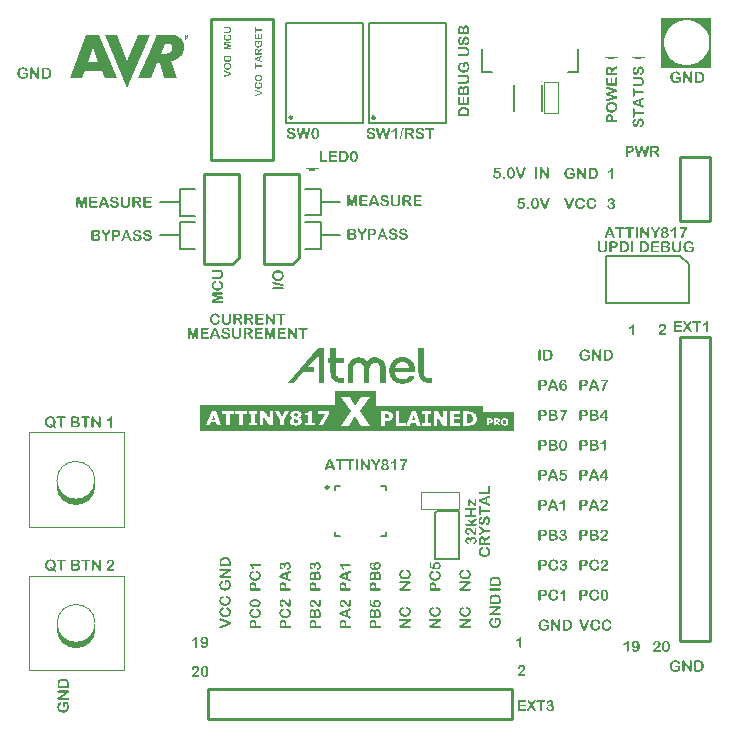
<source format=gto>
G04 Layer_Color=65535*
%FSLAX43Y43*%
%MOMM*%
G71*
G01*
G75*
%ADD31C,0.150*%
%ADD32C,0.200*%
%ADD35C,0.250*%
%ADD85C,0.100*%
%ADD86C,0.254*%
%ADD87R,0.500X0.200*%
G36*
X-30355Y-15274D02*
X-30343Y-15275D01*
X-30329Y-15278D01*
X-30315Y-15281D01*
X-30301Y-15286D01*
X-30289Y-15294D01*
X-30288Y-15295D01*
X-30284Y-15298D01*
X-30279Y-15304D01*
X-30273Y-15313D01*
X-30266Y-15324D01*
X-30261Y-15338D01*
X-30258Y-15355D01*
X-30256Y-15376D01*
Y-16110D01*
Y-16113D01*
Y-16119D01*
X-30258Y-16129D01*
X-30259Y-16140D01*
X-30263Y-16153D01*
X-30266Y-16166D01*
X-30273Y-16179D01*
X-30280Y-16190D01*
X-30281Y-16191D01*
X-30284Y-16194D01*
X-30290Y-16199D01*
X-30296Y-16202D01*
X-30306Y-16208D01*
X-30316Y-16212D01*
X-30330Y-16215D01*
X-30344Y-16216D01*
X-30350D01*
X-30356Y-16215D01*
X-30365Y-16212D01*
X-30375Y-16210D01*
X-30385Y-16205D01*
X-30395Y-16199D01*
X-30405Y-16190D01*
X-30406Y-16189D01*
X-30409Y-16185D01*
X-30413Y-16179D01*
X-30416Y-16170D01*
X-30421Y-16159D01*
X-30425Y-16145D01*
X-30428Y-16129D01*
X-30429Y-16110D01*
Y-15469D01*
X-30578Y-16061D01*
Y-16064D01*
X-30580Y-16070D01*
X-30583Y-16081D01*
X-30586Y-16094D01*
X-30590Y-16108D01*
X-30594Y-16121D01*
X-30599Y-16135D01*
X-30603Y-16146D01*
Y-16148D01*
X-30604Y-16151D01*
X-30606Y-16156D01*
X-30610Y-16163D01*
X-30615Y-16170D01*
X-30620Y-16178D01*
X-30628Y-16186D01*
X-30636Y-16195D01*
X-30638Y-16196D01*
X-30640Y-16199D01*
X-30646Y-16201D01*
X-30654Y-16205D01*
X-30664Y-16210D01*
X-30675Y-16212D01*
X-30689Y-16215D01*
X-30704Y-16216D01*
X-30709D01*
X-30715Y-16215D01*
X-30723D01*
X-30741Y-16210D01*
X-30751Y-16208D01*
X-30760Y-16202D01*
X-30761Y-16201D01*
X-30764Y-16200D01*
X-30768Y-16198D01*
X-30773Y-16192D01*
X-30784Y-16181D01*
X-30795Y-16166D01*
Y-16165D01*
X-30798Y-16163D01*
X-30799Y-16158D01*
X-30803Y-16151D01*
X-30809Y-16136D01*
X-30815Y-16118D01*
Y-16116D01*
X-30816Y-16113D01*
X-30818Y-16108D01*
X-30820Y-16100D01*
X-30823Y-16091D01*
X-30825Y-16083D01*
X-30830Y-16061D01*
X-30978Y-15469D01*
Y-16110D01*
Y-16113D01*
Y-16119D01*
X-30979Y-16129D01*
X-30980Y-16140D01*
X-30984Y-16153D01*
X-30988Y-16166D01*
X-30994Y-16179D01*
X-31001Y-16190D01*
X-31003Y-16191D01*
X-31005Y-16194D01*
X-31011Y-16199D01*
X-31018Y-16202D01*
X-31028Y-16208D01*
X-31038Y-16212D01*
X-31051Y-16215D01*
X-31065Y-16216D01*
X-31071D01*
X-31078Y-16215D01*
X-31086Y-16212D01*
X-31096Y-16210D01*
X-31106Y-16205D01*
X-31116Y-16199D01*
X-31126Y-16190D01*
X-31128Y-16189D01*
X-31130Y-16185D01*
X-31134Y-16179D01*
X-31138Y-16170D01*
X-31142Y-16159D01*
X-31146Y-16145D01*
X-31149Y-16129D01*
X-31150Y-16110D01*
Y-15376D01*
Y-15375D01*
Y-15374D01*
Y-15366D01*
X-31149Y-15356D01*
X-31146Y-15343D01*
X-31142Y-15329D01*
X-31136Y-15315D01*
X-31129Y-15304D01*
X-31119Y-15294D01*
X-31118Y-15293D01*
X-31113Y-15290D01*
X-31106Y-15288D01*
X-31096Y-15283D01*
X-31084Y-15279D01*
X-31070Y-15276D01*
X-31053Y-15274D01*
X-31034Y-15273D01*
X-30958D01*
X-30946Y-15274D01*
X-30921Y-15276D01*
X-30910Y-15279D01*
X-30900Y-15283D01*
X-30899D01*
X-30896Y-15285D01*
X-30891Y-15288D01*
X-30886Y-15290D01*
X-30881Y-15295D01*
X-30875Y-15301D01*
X-30870Y-15309D01*
X-30865Y-15318D01*
Y-15319D01*
X-30863Y-15323D01*
X-30860Y-15328D01*
X-30858Y-15336D01*
X-30853Y-15348D01*
X-30849Y-15361D01*
X-30844Y-15378D01*
X-30839Y-15398D01*
X-30704Y-15905D01*
X-30569Y-15398D01*
Y-15396D01*
X-30568Y-15395D01*
X-30566Y-15389D01*
X-30564Y-15379D01*
X-30560Y-15366D01*
X-30553Y-15340D01*
X-30548Y-15328D01*
X-30544Y-15318D01*
Y-15316D01*
X-30541Y-15314D01*
X-30539Y-15309D01*
X-30535Y-15304D01*
X-30524Y-15293D01*
X-30516Y-15286D01*
X-30509Y-15283D01*
X-30508D01*
X-30504Y-15281D01*
X-30499Y-15279D01*
X-30490Y-15278D01*
X-30480Y-15275D01*
X-30466Y-15274D01*
X-30451Y-15273D01*
X-30365D01*
X-30355Y-15274D01*
D02*
G37*
G36*
X-26700Y-15258D02*
X-26690Y-15260D01*
X-26680Y-15264D01*
X-26667Y-15269D01*
X-26656Y-15275D01*
X-26646Y-15285D01*
X-26645Y-15286D01*
X-26642Y-15290D01*
X-26637Y-15298D01*
X-26632Y-15306D01*
X-26629Y-15319D01*
X-26624Y-15334D01*
X-26621Y-15351D01*
X-26620Y-15371D01*
Y-15818D01*
Y-15819D01*
Y-15823D01*
Y-15828D01*
Y-15835D01*
Y-15845D01*
X-26621Y-15856D01*
Y-15868D01*
X-26622Y-15881D01*
X-26625Y-15910D01*
X-26629Y-15940D01*
X-26634Y-15971D01*
X-26641Y-16000D01*
Y-16001D01*
X-26642Y-16004D01*
X-26644Y-16008D01*
X-26645Y-16013D01*
X-26651Y-16026D01*
X-26659Y-16043D01*
X-26670Y-16063D01*
X-26684Y-16084D01*
X-26701Y-16106D01*
X-26721Y-16128D01*
X-26724Y-16130D01*
X-26730Y-16135D01*
X-26741Y-16144D01*
X-26755Y-16154D01*
X-26772Y-16164D01*
X-26792Y-16175D01*
X-26815Y-16186D01*
X-26840Y-16195D01*
X-26841D01*
X-26842Y-16196D01*
X-26846Y-16198D01*
X-26851Y-16199D01*
X-26857Y-16200D01*
X-26866Y-16201D01*
X-26884Y-16205D01*
X-26907Y-16210D01*
X-26934Y-16212D01*
X-26964Y-16215D01*
X-26996Y-16216D01*
X-27014D01*
X-27024Y-16215D01*
X-27034D01*
X-27046Y-16214D01*
X-27060D01*
X-27089Y-16211D01*
X-27120Y-16206D01*
X-27151Y-16201D01*
X-27181Y-16194D01*
X-27182D01*
X-27185Y-16192D01*
X-27189Y-16191D01*
X-27194Y-16190D01*
X-27207Y-16184D01*
X-27225Y-16176D01*
X-27245Y-16166D01*
X-27266Y-16154D01*
X-27286Y-16140D01*
X-27306Y-16123D01*
X-27308Y-16120D01*
X-27313Y-16114D01*
X-27322Y-16103D01*
X-27333Y-16089D01*
X-27345Y-16071D01*
X-27356Y-16050D01*
X-27367Y-16025D01*
X-27377Y-15999D01*
Y-15998D01*
X-27378Y-15995D01*
X-27380Y-15991D01*
X-27381Y-15985D01*
X-27382Y-15978D01*
X-27385Y-15969D01*
X-27386Y-15959D01*
X-27388Y-15948D01*
X-27392Y-15921D01*
X-27396Y-15890D01*
X-27398Y-15855D01*
X-27400Y-15818D01*
Y-15371D01*
Y-15370D01*
Y-15369D01*
Y-15361D01*
X-27398Y-15351D01*
X-27396Y-15339D01*
X-27393Y-15325D01*
X-27390Y-15310D01*
X-27383Y-15298D01*
X-27375Y-15285D01*
X-27373Y-15284D01*
X-27370Y-15280D01*
X-27365Y-15276D01*
X-27357Y-15270D01*
X-27347Y-15265D01*
X-27336Y-15261D01*
X-27322Y-15258D01*
X-27307Y-15256D01*
X-27300D01*
X-27292Y-15258D01*
X-27282Y-15260D01*
X-27271Y-15264D01*
X-27260Y-15269D01*
X-27249Y-15275D01*
X-27239Y-15285D01*
X-27237Y-15286D01*
X-27235Y-15290D01*
X-27230Y-15298D01*
X-27225Y-15306D01*
X-27221Y-15319D01*
X-27216Y-15334D01*
X-27214Y-15351D01*
X-27212Y-15371D01*
Y-15828D01*
Y-15829D01*
Y-15831D01*
Y-15835D01*
Y-15840D01*
X-27211Y-15855D01*
X-27210Y-15874D01*
X-27209Y-15894D01*
X-27205Y-15916D01*
X-27201Y-15938D01*
X-27196Y-15959D01*
X-27195Y-15961D01*
X-27192Y-15968D01*
X-27189Y-15976D01*
X-27182Y-15988D01*
X-27174Y-16001D01*
X-27162Y-16014D01*
X-27150Y-16028D01*
X-27135Y-16039D01*
X-27132Y-16040D01*
X-27126Y-16044D01*
X-27116Y-16048D01*
X-27102Y-16053D01*
X-27085Y-16059D01*
X-27064Y-16063D01*
X-27039Y-16066D01*
X-27010Y-16068D01*
X-27000D01*
X-26992Y-16066D01*
X-26982D01*
X-26972Y-16065D01*
X-26949Y-16060D01*
X-26924Y-16054D01*
X-26897Y-16044D01*
X-26874Y-16029D01*
X-26862Y-16020D01*
X-26854Y-16010D01*
Y-16009D01*
X-26851Y-16008D01*
X-26850Y-16004D01*
X-26846Y-15999D01*
X-26842Y-15993D01*
X-26839Y-15985D01*
X-26835Y-15976D01*
X-26830Y-15965D01*
X-26826Y-15954D01*
X-26822Y-15940D01*
X-26819Y-15926D01*
X-26815Y-15910D01*
X-26811Y-15893D01*
X-26810Y-15874D01*
X-26807Y-15853D01*
Y-15831D01*
Y-15371D01*
Y-15370D01*
Y-15369D01*
Y-15361D01*
X-26806Y-15351D01*
X-26804Y-15339D01*
X-26801Y-15325D01*
X-26797Y-15310D01*
X-26791Y-15298D01*
X-26782Y-15285D01*
X-26781Y-15284D01*
X-26777Y-15280D01*
X-26772Y-15276D01*
X-26765Y-15270D01*
X-26755Y-15265D01*
X-26744Y-15261D01*
X-26730Y-15258D01*
X-26715Y-15256D01*
X-26707D01*
X-26700Y-15258D01*
D02*
G37*
G36*
X-24859Y-15274D02*
X-24849Y-15275D01*
X-24838Y-15278D01*
X-24827Y-15281D01*
X-24817Y-15286D01*
X-24808Y-15293D01*
X-24807Y-15294D01*
X-24804Y-15296D01*
X-24800Y-15300D01*
X-24797Y-15306D01*
X-24793Y-15314D01*
X-24789Y-15323D01*
X-24787Y-15334D01*
X-24785Y-15345D01*
Y-15346D01*
Y-15350D01*
X-24787Y-15356D01*
X-24788Y-15364D01*
X-24790Y-15373D01*
X-24795Y-15381D01*
X-24800Y-15391D01*
X-24808Y-15399D01*
X-24809Y-15400D01*
X-24812Y-15401D01*
X-24817Y-15405D01*
X-24824Y-15408D01*
X-24833Y-15411D01*
X-24844Y-15415D01*
X-24858Y-15416D01*
X-24874Y-15418D01*
X-25296D01*
Y-15645D01*
X-24900D01*
X-24893Y-15646D01*
X-24883Y-15648D01*
X-24873Y-15650D01*
X-24862Y-15654D01*
X-24852Y-15659D01*
X-24843Y-15665D01*
X-24842Y-15666D01*
X-24839Y-15669D01*
X-24837Y-15673D01*
X-24832Y-15679D01*
X-24828Y-15685D01*
X-24825Y-15694D01*
X-24823Y-15704D01*
X-24822Y-15715D01*
Y-15716D01*
Y-15720D01*
X-24823Y-15726D01*
X-24824Y-15734D01*
X-24827Y-15743D01*
X-24830Y-15751D01*
X-24835Y-15760D01*
X-24843Y-15768D01*
X-24844Y-15769D01*
X-24847Y-15770D01*
X-24852Y-15774D01*
X-24859Y-15776D01*
X-24868Y-15780D01*
X-24879Y-15784D01*
X-24893Y-15785D01*
X-24908Y-15786D01*
X-25296D01*
Y-16051D01*
X-24852D01*
X-24844Y-16053D01*
X-24834Y-16054D01*
X-24824Y-16056D01*
X-24813Y-16060D01*
X-24802Y-16065D01*
X-24793Y-16073D01*
X-24792Y-16074D01*
X-24789Y-16076D01*
X-24785Y-16080D01*
X-24782Y-16086D01*
X-24778Y-16094D01*
X-24774Y-16104D01*
X-24772Y-16114D01*
X-24770Y-16126D01*
Y-16128D01*
Y-16131D01*
X-24772Y-16138D01*
X-24773Y-16145D01*
X-24775Y-16154D01*
X-24780Y-16163D01*
X-24785Y-16173D01*
X-24793Y-16180D01*
X-24794Y-16181D01*
X-24797Y-16183D01*
X-24803Y-16186D01*
X-24809Y-16190D01*
X-24819Y-16194D01*
X-24830Y-16196D01*
X-24844Y-16199D01*
X-24859Y-16200D01*
X-25380D01*
X-25391Y-16199D01*
X-25404Y-16196D01*
X-25419Y-16194D01*
X-25433Y-16189D01*
X-25446Y-16183D01*
X-25458Y-16174D01*
X-25459Y-16173D01*
X-25461Y-16169D01*
X-25466Y-16161D01*
X-25470Y-16153D01*
X-25475Y-16140D01*
X-25480Y-16125D01*
X-25483Y-16106D01*
X-25484Y-16085D01*
Y-15389D01*
Y-15388D01*
Y-15381D01*
X-25483Y-15374D01*
Y-15365D01*
X-25479Y-15344D01*
X-25476Y-15333D01*
X-25473Y-15323D01*
X-25471Y-15321D01*
X-25470Y-15319D01*
X-25468Y-15314D01*
X-25463Y-15308D01*
X-25451Y-15295D01*
X-25444Y-15290D01*
X-25435Y-15285D01*
X-25434D01*
X-25430Y-15283D01*
X-25425Y-15281D01*
X-25418Y-15279D01*
X-25408Y-15276D01*
X-25396Y-15275D01*
X-25384Y-15273D01*
X-24867D01*
X-24859Y-15274D01*
D02*
G37*
G36*
X-28095Y-18083D02*
X-28085D01*
X-28063Y-18088D01*
X-28052Y-18091D01*
X-28042Y-18096D01*
X-28041Y-18098D01*
X-28037Y-18099D01*
X-28033Y-18103D01*
X-28027Y-18106D01*
X-28013Y-18119D01*
X-28000Y-18135D01*
X-27998Y-18136D01*
X-27997Y-18139D01*
X-27993Y-18144D01*
X-27990Y-18150D01*
X-27986Y-18158D01*
X-27982Y-18166D01*
X-27973Y-18186D01*
Y-18188D01*
X-27971Y-18191D01*
X-27968Y-18198D01*
X-27966Y-18205D01*
X-27961Y-18215D01*
X-27956Y-18228D01*
X-27951Y-18241D01*
X-27945Y-18258D01*
X-27702Y-18856D01*
Y-18858D01*
X-27701Y-18859D01*
X-27700Y-18863D01*
X-27697Y-18868D01*
X-27693Y-18880D01*
X-27687Y-18895D01*
X-27682Y-18911D01*
X-27678Y-18928D01*
X-27675Y-18943D01*
X-27673Y-18956D01*
Y-18958D01*
Y-18961D01*
X-27675Y-18968D01*
X-27677Y-18975D01*
X-27680Y-18984D01*
X-27685Y-18994D01*
X-27692Y-19005D01*
X-27701Y-19015D01*
X-27702Y-19016D01*
X-27706Y-19019D01*
X-27711Y-19024D01*
X-27718Y-19028D01*
X-27728Y-19032D01*
X-27740Y-19038D01*
X-27752Y-19040D01*
X-27766Y-19041D01*
X-27773D01*
X-27780Y-19040D01*
X-27792Y-19038D01*
X-27805Y-19032D01*
X-27806D01*
X-27807Y-19031D01*
X-27813Y-19028D01*
X-27822Y-19021D01*
X-27831Y-19013D01*
Y-19011D01*
X-27832Y-19010D01*
X-27835Y-19006D01*
X-27837Y-19003D01*
X-27841Y-18996D01*
X-27845Y-18989D01*
X-27848Y-18981D01*
X-27853Y-18971D01*
Y-18970D01*
X-27856Y-18966D01*
X-27858Y-18961D01*
X-27861Y-18954D01*
X-27867Y-18938D01*
X-27875Y-18921D01*
X-27918Y-18804D01*
X-28296D01*
X-28339Y-18924D01*
Y-18925D01*
X-28341Y-18926D01*
X-28342Y-18930D01*
X-28343Y-18935D01*
X-28348Y-18946D01*
X-28354Y-18961D01*
X-28362Y-18976D01*
X-28369Y-18993D01*
X-28377Y-19006D01*
X-28384Y-19017D01*
X-28386Y-19019D01*
X-28388Y-19021D01*
X-28392Y-19025D01*
X-28398Y-19029D01*
X-28407Y-19034D01*
X-28417Y-19038D01*
X-28429Y-19040D01*
X-28444Y-19041D01*
X-28451D01*
X-28457Y-19040D01*
X-28466Y-19038D01*
X-28474Y-19035D01*
X-28486Y-19031D01*
X-28497Y-19025D01*
X-28507Y-19016D01*
X-28508Y-19015D01*
X-28511Y-19011D01*
X-28516Y-19006D01*
X-28519Y-18999D01*
X-28524Y-18990D01*
X-28529Y-18980D01*
X-28532Y-18969D01*
X-28533Y-18958D01*
Y-18956D01*
Y-18954D01*
Y-18950D01*
X-28532Y-18945D01*
X-28531Y-18933D01*
X-28527Y-18918D01*
Y-18916D01*
X-28526Y-18914D01*
X-28524Y-18909D01*
X-28522Y-18903D01*
X-28519Y-18895D01*
X-28516Y-18885D01*
X-28512Y-18874D01*
X-28507Y-18861D01*
X-28269Y-18259D01*
Y-18258D01*
X-28268Y-18254D01*
X-28266Y-18249D01*
X-28263Y-18241D01*
X-28259Y-18233D01*
X-28256Y-18221D01*
X-28251Y-18209D01*
X-28246Y-18196D01*
X-28244Y-18195D01*
X-28243Y-18190D01*
X-28239Y-18184D01*
X-28236Y-18175D01*
X-28226Y-18155D01*
X-28214Y-18136D01*
X-28213Y-18135D01*
X-28212Y-18133D01*
X-28208Y-18128D01*
X-28203Y-18121D01*
X-28189Y-18109D01*
X-28172Y-18096D01*
X-28171Y-18095D01*
X-28167Y-18094D01*
X-28162Y-18091D01*
X-28154Y-18089D01*
X-28145Y-18086D01*
X-28135Y-18084D01*
X-28122Y-18081D01*
X-28102D01*
X-28095Y-18083D01*
D02*
G37*
G36*
X-28936Y-18099D02*
X-28912Y-18100D01*
X-28884Y-18101D01*
X-28857Y-18105D01*
X-28831Y-18109D01*
X-28807Y-18115D01*
X-28806D01*
X-28804Y-18116D01*
X-28797Y-18118D01*
X-28787Y-18121D01*
X-28773Y-18128D01*
X-28758Y-18134D01*
X-28742Y-18144D01*
X-28726Y-18155D01*
X-28709Y-18168D01*
X-28708Y-18169D01*
X-28703Y-18174D01*
X-28696Y-18181D01*
X-28686Y-18193D01*
X-28676Y-18205D01*
X-28666Y-18221D01*
X-28656Y-18239D01*
X-28647Y-18258D01*
X-28646Y-18260D01*
X-28643Y-18266D01*
X-28639Y-18278D01*
X-28636Y-18293D01*
X-28632Y-18310D01*
X-28628Y-18330D01*
X-28626Y-18353D01*
X-28624Y-18376D01*
Y-18378D01*
Y-18383D01*
Y-18390D01*
X-28626Y-18400D01*
X-28627Y-18411D01*
X-28629Y-18425D01*
X-28632Y-18440D01*
X-28636Y-18456D01*
X-28639Y-18474D01*
X-28646Y-18491D01*
X-28653Y-18509D01*
X-28661Y-18528D01*
X-28672Y-18545D01*
X-28683Y-18561D01*
X-28697Y-18576D01*
X-28712Y-18591D01*
X-28713Y-18593D01*
X-28716Y-18594D01*
X-28721Y-18598D01*
X-28728Y-18603D01*
X-28737Y-18608D01*
X-28748Y-18614D01*
X-28762Y-18621D01*
X-28777Y-18628D01*
X-28794Y-18634D01*
X-28814Y-18641D01*
X-28836Y-18648D01*
X-28858Y-18653D01*
X-28884Y-18658D01*
X-28911Y-18660D01*
X-28941Y-18663D01*
X-28972Y-18664D01*
X-29144D01*
Y-18928D01*
Y-18930D01*
Y-18936D01*
X-29145Y-18946D01*
X-29148Y-18959D01*
X-29150Y-18973D01*
X-29155Y-18988D01*
X-29163Y-19000D01*
X-29172Y-19013D01*
X-29173Y-19014D01*
X-29177Y-19017D01*
X-29182Y-19021D01*
X-29189Y-19026D01*
X-29199Y-19032D01*
X-29210Y-19036D01*
X-29224Y-19040D01*
X-29238Y-19041D01*
X-29245D01*
X-29253Y-19040D01*
X-29263Y-19038D01*
X-29273Y-19034D01*
X-29285Y-19029D01*
X-29297Y-19022D01*
X-29307Y-19013D01*
X-29308Y-19011D01*
X-29310Y-19007D01*
X-29314Y-19000D01*
X-29319Y-18991D01*
X-29324Y-18980D01*
X-29328Y-18965D01*
X-29330Y-18948D01*
X-29332Y-18929D01*
Y-18214D01*
Y-18213D01*
Y-18211D01*
Y-18204D01*
X-29330Y-18193D01*
X-29328Y-18179D01*
X-29325Y-18165D01*
X-29320Y-18150D01*
X-29313Y-18136D01*
X-29304Y-18125D01*
X-29303Y-18124D01*
X-29299Y-18121D01*
X-29292Y-18116D01*
X-29282Y-18111D01*
X-29269Y-18106D01*
X-29253Y-18101D01*
X-29234Y-18099D01*
X-29213Y-18098D01*
X-28946D01*
X-28936Y-18099D01*
D02*
G37*
G36*
X-27902Y-15258D02*
X-27882Y-15259D01*
X-27858Y-15261D01*
X-27833Y-15265D01*
X-27808Y-15270D01*
X-27785Y-15278D01*
X-27783D01*
X-27782Y-15279D01*
X-27775Y-15281D01*
X-27762Y-15286D01*
X-27748Y-15293D01*
X-27732Y-15301D01*
X-27715Y-15311D01*
X-27697Y-15323D01*
X-27681Y-15335D01*
X-27680Y-15336D01*
X-27675Y-15341D01*
X-27667Y-15348D01*
X-27658Y-15358D01*
X-27648Y-15369D01*
X-27638Y-15381D01*
X-27628Y-15395D01*
X-27621Y-15409D01*
X-27620Y-15410D01*
X-27618Y-15415D01*
X-27615Y-15423D01*
X-27611Y-15433D01*
X-27608Y-15444D01*
X-27605Y-15456D01*
X-27603Y-15470D01*
X-27602Y-15484D01*
Y-15485D01*
Y-15490D01*
X-27603Y-15496D01*
X-27605Y-15504D01*
X-27608Y-15514D01*
X-27612Y-15524D01*
X-27618Y-15535D01*
X-27626Y-15545D01*
X-27627Y-15546D01*
X-27630Y-15549D01*
X-27635Y-15554D01*
X-27642Y-15558D01*
X-27651Y-15563D01*
X-27661Y-15568D01*
X-27672Y-15570D01*
X-27685Y-15571D01*
X-27690D01*
X-27696Y-15570D01*
X-27703Y-15569D01*
X-27720Y-15564D01*
X-27727Y-15560D01*
X-27735Y-15555D01*
X-27736Y-15554D01*
X-27737Y-15551D01*
X-27741Y-15548D01*
X-27745Y-15543D01*
X-27751Y-15535D01*
X-27756Y-15525D01*
X-27762Y-15514D01*
X-27770Y-15501D01*
X-27771Y-15499D01*
X-27775Y-15493D01*
X-27780Y-15484D01*
X-27787Y-15471D01*
X-27796Y-15459D01*
X-27806Y-15445D01*
X-27818Y-15433D01*
X-27831Y-15420D01*
X-27832Y-15419D01*
X-27837Y-15415D01*
X-27846Y-15410D01*
X-27858Y-15405D01*
X-27873Y-15400D01*
X-27893Y-15395D01*
X-27917Y-15391D01*
X-27945Y-15390D01*
X-27957D01*
X-27971Y-15391D01*
X-27987Y-15394D01*
X-28006Y-15398D01*
X-28026Y-15404D01*
X-28046Y-15411D01*
X-28063Y-15423D01*
X-28065Y-15424D01*
X-28070Y-15429D01*
X-28077Y-15435D01*
X-28085Y-15444D01*
X-28093Y-15456D01*
X-28100Y-15469D01*
X-28105Y-15484D01*
X-28107Y-15500D01*
Y-15501D01*
Y-15505D01*
X-28106Y-15510D01*
X-28105Y-15516D01*
X-28101Y-15531D01*
X-28097Y-15540D01*
X-28092Y-15548D01*
X-28091Y-15549D01*
X-28090Y-15551D01*
X-28086Y-15555D01*
X-28081Y-15559D01*
X-28068Y-15571D01*
X-28051Y-15583D01*
X-28050D01*
X-28046Y-15585D01*
X-28041Y-15588D01*
X-28033Y-15591D01*
X-28017Y-15599D01*
X-27997Y-15606D01*
X-27996D01*
X-27992Y-15608D01*
X-27985Y-15610D01*
X-27976Y-15613D01*
X-27962Y-15615D01*
X-27947Y-15620D01*
X-27928Y-15624D01*
X-27906Y-15630D01*
X-27905D01*
X-27902Y-15631D01*
X-27898D01*
X-27892Y-15633D01*
X-27886Y-15635D01*
X-27878Y-15636D01*
X-27860Y-15641D01*
X-27837Y-15648D01*
X-27813Y-15654D01*
X-27788Y-15661D01*
X-27765Y-15670D01*
X-27763D01*
X-27762Y-15671D01*
X-27758Y-15673D01*
X-27753Y-15674D01*
X-27742Y-15679D01*
X-27727Y-15685D01*
X-27710Y-15693D01*
X-27692Y-15703D01*
X-27673Y-15713D01*
X-27656Y-15724D01*
X-27653Y-15725D01*
X-27648Y-15729D01*
X-27641Y-15736D01*
X-27630Y-15745D01*
X-27618Y-15758D01*
X-27607Y-15771D01*
X-27596Y-15786D01*
X-27586Y-15804D01*
X-27585Y-15806D01*
X-27582Y-15813D01*
X-27578Y-15823D01*
X-27573Y-15836D01*
X-27568Y-15854D01*
X-27565Y-15874D01*
X-27562Y-15898D01*
X-27561Y-15923D01*
Y-15924D01*
Y-15926D01*
Y-15931D01*
X-27562Y-15936D01*
Y-15944D01*
X-27563Y-15953D01*
X-27566Y-15974D01*
X-27572Y-15998D01*
X-27580Y-16023D01*
X-27590Y-16049D01*
X-27605Y-16075D01*
Y-16076D01*
X-27607Y-16078D01*
X-27610Y-16081D01*
X-27612Y-16086D01*
X-27623Y-16098D01*
X-27637Y-16113D01*
X-27655Y-16130D01*
X-27677Y-16146D01*
X-27702Y-16164D01*
X-27732Y-16179D01*
X-27733D01*
X-27736Y-16180D01*
X-27741Y-16183D01*
X-27747Y-16185D01*
X-27755Y-16188D01*
X-27765Y-16190D01*
X-27776Y-16194D01*
X-27788Y-16198D01*
X-27802Y-16201D01*
X-27817Y-16204D01*
X-27851Y-16210D01*
X-27888Y-16215D01*
X-27930Y-16216D01*
X-27943D01*
X-27952Y-16215D01*
X-27965D01*
X-27978Y-16214D01*
X-27993Y-16212D01*
X-28010Y-16210D01*
X-28046Y-16204D01*
X-28083Y-16195D01*
X-28121Y-16183D01*
X-28157Y-16165D01*
X-28158D01*
X-28160Y-16164D01*
X-28167Y-16159D01*
X-28178Y-16150D01*
X-28193Y-16139D01*
X-28209Y-16124D01*
X-28227Y-16108D01*
X-28243Y-16088D01*
X-28259Y-16066D01*
Y-16065D01*
X-28261Y-16064D01*
X-28263Y-16060D01*
X-28266Y-16055D01*
X-28272Y-16044D01*
X-28279Y-16028D01*
X-28287Y-16009D01*
X-28293Y-15989D01*
X-28298Y-15966D01*
X-28299Y-15944D01*
Y-15943D01*
Y-15938D01*
X-28298Y-15931D01*
X-28297Y-15924D01*
X-28293Y-15915D01*
X-28289Y-15905D01*
X-28283Y-15895D01*
X-28276Y-15886D01*
X-28274Y-15885D01*
X-28272Y-15883D01*
X-28266Y-15879D01*
X-28259Y-15874D01*
X-28251Y-15869D01*
X-28240Y-15865D01*
X-28228Y-15863D01*
X-28215Y-15861D01*
X-28209D01*
X-28205Y-15863D01*
X-28197Y-15864D01*
X-28190Y-15866D01*
X-28182Y-15870D01*
X-28173Y-15875D01*
X-28166Y-15881D01*
X-28165Y-15883D01*
X-28162Y-15885D01*
X-28158Y-15889D01*
X-28153Y-15895D01*
X-28147Y-15903D01*
X-28142Y-15913D01*
X-28136Y-15924D01*
X-28130Y-15936D01*
X-28128Y-15939D01*
X-28127Y-15944D01*
X-28123Y-15953D01*
X-28118Y-15963D01*
X-28112Y-15974D01*
X-28106Y-15986D01*
X-28100Y-15999D01*
X-28092Y-16011D01*
X-28091Y-16013D01*
X-28088Y-16016D01*
X-28083Y-16021D01*
X-28077Y-16029D01*
X-28068Y-16036D01*
X-28058Y-16045D01*
X-28047Y-16053D01*
X-28033Y-16060D01*
X-28032Y-16061D01*
X-28027Y-16063D01*
X-28018Y-16066D01*
X-28007Y-16069D01*
X-27992Y-16073D01*
X-27976Y-16076D01*
X-27956Y-16078D01*
X-27935Y-16079D01*
X-27927D01*
X-27921Y-16078D01*
X-27913D01*
X-27906Y-16076D01*
X-27886Y-16074D01*
X-27865Y-16069D01*
X-27842Y-16063D01*
X-27820Y-16053D01*
X-27798Y-16040D01*
X-27796Y-16039D01*
X-27790Y-16033D01*
X-27782Y-16025D01*
X-27772Y-16014D01*
X-27762Y-16000D01*
X-27755Y-15983D01*
X-27748Y-15964D01*
X-27746Y-15944D01*
Y-15941D01*
Y-15936D01*
X-27747Y-15928D01*
X-27750Y-15918D01*
X-27753Y-15905D01*
X-27758Y-15893D01*
X-27765Y-15880D01*
X-27775Y-15869D01*
X-27776Y-15868D01*
X-27780Y-15864D01*
X-27786Y-15859D01*
X-27795Y-15851D01*
X-27805Y-15845D01*
X-27818Y-15838D01*
X-27832Y-15830D01*
X-27848Y-15824D01*
X-27851Y-15823D01*
X-27856Y-15821D01*
X-27866Y-15818D01*
X-27880Y-15814D01*
X-27897Y-15809D01*
X-27917Y-15804D01*
X-27941Y-15798D01*
X-27967Y-15791D01*
X-27968D01*
X-27972Y-15790D01*
X-27977Y-15789D01*
X-27983Y-15788D01*
X-27992Y-15785D01*
X-28002Y-15783D01*
X-28026Y-15776D01*
X-28052Y-15769D01*
X-28080Y-15759D01*
X-28108Y-15749D01*
X-28135Y-15738D01*
X-28136D01*
X-28137Y-15736D01*
X-28141Y-15734D01*
X-28146Y-15731D01*
X-28158Y-15724D01*
X-28173Y-15715D01*
X-28191Y-15703D01*
X-28208Y-15688D01*
X-28226Y-15670D01*
X-28242Y-15651D01*
Y-15650D01*
X-28243Y-15649D01*
X-28248Y-15641D01*
X-28254Y-15630D01*
X-28261Y-15614D01*
X-28268Y-15595D01*
X-28274Y-15571D01*
X-28279Y-15545D01*
X-28281Y-15516D01*
Y-15515D01*
Y-15513D01*
Y-15509D01*
X-28279Y-15504D01*
X-28278Y-15489D01*
X-28276Y-15471D01*
X-28271Y-15450D01*
X-28263Y-15428D01*
X-28253Y-15404D01*
X-28240Y-15381D01*
Y-15380D01*
X-28237Y-15379D01*
X-28232Y-15371D01*
X-28222Y-15360D01*
X-28209Y-15348D01*
X-28192Y-15333D01*
X-28172Y-15316D01*
X-28147Y-15303D01*
X-28120Y-15289D01*
X-28118D01*
X-28116Y-15288D01*
X-28111Y-15286D01*
X-28106Y-15284D01*
X-28098Y-15281D01*
X-28088Y-15279D01*
X-28078Y-15275D01*
X-28066Y-15273D01*
X-28053Y-15270D01*
X-28038Y-15266D01*
X-28007Y-15261D01*
X-27971Y-15258D01*
X-27932Y-15256D01*
X-27911D01*
X-27902Y-15258D01*
D02*
G37*
G36*
X-28617Y-28996D02*
X-28557Y-29009D01*
X-28504Y-29022D01*
X-28457Y-29036D01*
X-28424Y-29049D01*
X-28404Y-29056D01*
X-28397Y-29062D01*
X-28284Y-29122D01*
X-28230Y-29155D01*
X-28190Y-29189D01*
X-28150Y-29215D01*
X-28124Y-29242D01*
X-28110Y-29255D01*
X-28104Y-29262D01*
X-28017Y-29362D01*
X-27957Y-29462D01*
X-27931Y-29502D01*
X-27917Y-29535D01*
X-27904Y-29555D01*
Y-29562D01*
X-27877Y-29629D01*
X-27857Y-29689D01*
X-27844Y-29749D01*
X-27831Y-29809D01*
Y-29855D01*
X-27824Y-29895D01*
Y-29922D01*
Y-29929D01*
Y-31175D01*
X-28284D01*
Y-29929D01*
X-28290Y-29855D01*
X-28304Y-29802D01*
X-28317Y-29762D01*
X-28324Y-29755D01*
Y-29749D01*
X-28350Y-29689D01*
X-28384Y-29642D01*
X-28410Y-29609D01*
X-28424Y-29595D01*
X-28470Y-29549D01*
X-28517Y-29515D01*
X-28557Y-29495D01*
X-28564Y-29489D01*
X-28570D01*
X-28637Y-29469D01*
X-28697Y-29462D01*
X-28724Y-29455D01*
X-28757D01*
X-28824Y-29462D01*
X-28884Y-29469D01*
X-28924Y-29482D01*
X-28930Y-29489D01*
X-28937D01*
X-28990Y-29522D01*
X-29037Y-29555D01*
X-29070Y-29582D01*
X-29084Y-29589D01*
Y-29595D01*
X-29124Y-29649D01*
X-29157Y-29695D01*
X-29177Y-29735D01*
X-29184Y-29742D01*
Y-29749D01*
X-29204Y-29809D01*
X-29210Y-29869D01*
X-29217Y-29909D01*
Y-29922D01*
Y-29929D01*
Y-31175D01*
X-29670D01*
Y-29929D01*
X-29677Y-29855D01*
X-29690Y-29802D01*
X-29703Y-29762D01*
X-29710Y-29755D01*
Y-29749D01*
X-29743Y-29689D01*
X-29777Y-29642D01*
X-29803Y-29609D01*
X-29817Y-29595D01*
X-29863Y-29549D01*
X-29910Y-29515D01*
X-29950Y-29495D01*
X-29957Y-29489D01*
X-29963D01*
X-30023Y-29469D01*
X-30083Y-29462D01*
X-30123Y-29455D01*
X-30143D01*
X-30217Y-29462D01*
X-30277Y-29469D01*
X-30317Y-29482D01*
X-30323Y-29489D01*
X-30330D01*
X-30383Y-29522D01*
X-30430Y-29555D01*
X-30463Y-29582D01*
X-30477Y-29589D01*
Y-29595D01*
X-30517Y-29649D01*
X-30550Y-29695D01*
X-30570Y-29735D01*
X-30577Y-29742D01*
Y-29749D01*
X-30597Y-29809D01*
X-30603Y-29869D01*
X-30610Y-29909D01*
Y-29922D01*
Y-29929D01*
Y-31175D01*
X-31063D01*
Y-29929D01*
X-31056Y-29855D01*
X-31050Y-29789D01*
X-31036Y-29722D01*
X-31023Y-29669D01*
X-31010Y-29622D01*
X-31003Y-29589D01*
X-30990Y-29569D01*
Y-29562D01*
X-30930Y-29442D01*
X-30896Y-29389D01*
X-30863Y-29349D01*
X-30836Y-29309D01*
X-30816Y-29282D01*
X-30803Y-29269D01*
X-30796Y-29262D01*
X-30696Y-29175D01*
X-30603Y-29115D01*
X-30563Y-29089D01*
X-30530Y-29076D01*
X-30510Y-29062D01*
X-30503D01*
X-30437Y-29036D01*
X-30377Y-29016D01*
X-30310Y-29002D01*
X-30257Y-28989D01*
X-30210D01*
X-30177Y-28982D01*
X-30143D01*
X-30057Y-28989D01*
X-29983Y-28996D01*
X-29910Y-29016D01*
X-29850Y-29036D01*
X-29797Y-29056D01*
X-29757Y-29069D01*
X-29730Y-29082D01*
X-29723Y-29089D01*
X-29610Y-29162D01*
X-29563Y-29195D01*
X-29523Y-29229D01*
X-29490Y-29262D01*
X-29463Y-29289D01*
X-29450Y-29302D01*
X-29443Y-29309D01*
X-29357Y-29215D01*
X-29264Y-29149D01*
X-29230Y-29122D01*
X-29197Y-29102D01*
X-29177Y-29096D01*
X-29170Y-29089D01*
X-29097Y-29056D01*
X-29024Y-29029D01*
X-28957Y-29009D01*
X-28890Y-28996D01*
X-28837Y-28989D01*
X-28797Y-28982D01*
X-28684D01*
X-28617Y-28996D01*
D02*
G37*
G36*
X-33069Y-31175D02*
X-33509D01*
Y-28756D01*
X-34442Y-29849D01*
X-33916D01*
Y-30275D01*
X-34802D01*
X-35575Y-31175D01*
X-36095D01*
X-33582Y-28196D01*
X-33069D01*
Y-31175D01*
D02*
G37*
G36*
X-24625Y-30255D02*
Y-30262D01*
Y-30275D01*
Y-30295D01*
X-24618Y-30322D01*
X-24611Y-30382D01*
X-24591Y-30448D01*
Y-30455D01*
X-24585Y-30462D01*
X-24565Y-30502D01*
X-24531Y-30548D01*
X-24485Y-30602D01*
X-24471Y-30615D01*
X-24438Y-30642D01*
X-24391Y-30675D01*
X-24331Y-30708D01*
X-24325D01*
X-24318Y-30715D01*
X-24298Y-30722D01*
X-24271D01*
X-24211Y-30735D01*
X-24138Y-30742D01*
X-23905D01*
Y-31182D01*
X-24171D01*
X-24211Y-31175D01*
X-24258D01*
X-24311Y-31168D01*
X-24371Y-31155D01*
X-24505Y-31115D01*
X-24511Y-31108D01*
X-24531Y-31102D01*
X-24565Y-31082D01*
X-24605Y-31062D01*
X-24698Y-31002D01*
X-24798Y-30915D01*
X-24805Y-30908D01*
X-24818Y-30895D01*
X-24845Y-30868D01*
X-24871Y-30828D01*
X-24905Y-30788D01*
X-24938Y-30735D01*
X-24998Y-30615D01*
Y-30608D01*
X-25011Y-30588D01*
X-25018Y-30555D01*
X-25031Y-30508D01*
X-25045Y-30455D01*
X-25051Y-30395D01*
X-25065Y-30255D01*
Y-28196D01*
X-24625D01*
Y-30255D01*
D02*
G37*
G36*
X-29438Y-15274D02*
X-29428Y-15275D01*
X-29417Y-15278D01*
X-29405Y-15281D01*
X-29395Y-15286D01*
X-29387Y-15293D01*
X-29385Y-15294D01*
X-29383Y-15296D01*
X-29379Y-15300D01*
X-29375Y-15306D01*
X-29372Y-15314D01*
X-29368Y-15323D01*
X-29365Y-15334D01*
X-29364Y-15345D01*
Y-15346D01*
Y-15350D01*
X-29365Y-15356D01*
X-29367Y-15364D01*
X-29369Y-15373D01*
X-29374Y-15381D01*
X-29379Y-15391D01*
X-29387Y-15399D01*
X-29388Y-15400D01*
X-29390Y-15401D01*
X-29395Y-15405D01*
X-29403Y-15408D01*
X-29412Y-15411D01*
X-29423Y-15415D01*
X-29437Y-15416D01*
X-29453Y-15418D01*
X-29875D01*
Y-15645D01*
X-29479D01*
X-29472Y-15646D01*
X-29462Y-15648D01*
X-29452Y-15650D01*
X-29440Y-15654D01*
X-29430Y-15659D01*
X-29422Y-15665D01*
X-29420Y-15666D01*
X-29418Y-15669D01*
X-29415Y-15673D01*
X-29410Y-15679D01*
X-29407Y-15685D01*
X-29404Y-15694D01*
X-29402Y-15704D01*
X-29400Y-15715D01*
Y-15716D01*
Y-15720D01*
X-29402Y-15726D01*
X-29403Y-15734D01*
X-29405Y-15743D01*
X-29409Y-15751D01*
X-29414Y-15760D01*
X-29422Y-15768D01*
X-29423Y-15769D01*
X-29425Y-15770D01*
X-29430Y-15774D01*
X-29438Y-15776D01*
X-29447Y-15780D01*
X-29458Y-15784D01*
X-29472Y-15785D01*
X-29487Y-15786D01*
X-29875D01*
Y-16051D01*
X-29430D01*
X-29423Y-16053D01*
X-29413Y-16054D01*
X-29403Y-16056D01*
X-29392Y-16060D01*
X-29380Y-16065D01*
X-29372Y-16073D01*
X-29370Y-16074D01*
X-29368Y-16076D01*
X-29364Y-16080D01*
X-29360Y-16086D01*
X-29357Y-16094D01*
X-29353Y-16104D01*
X-29350Y-16114D01*
X-29349Y-16126D01*
Y-16128D01*
Y-16131D01*
X-29350Y-16138D01*
X-29352Y-16145D01*
X-29354Y-16154D01*
X-29359Y-16163D01*
X-29364Y-16173D01*
X-29372Y-16180D01*
X-29373Y-16181D01*
X-29375Y-16183D01*
X-29382Y-16186D01*
X-29388Y-16190D01*
X-29398Y-16194D01*
X-29409Y-16196D01*
X-29423Y-16199D01*
X-29438Y-16200D01*
X-29959D01*
X-29970Y-16199D01*
X-29983Y-16196D01*
X-29998Y-16194D01*
X-30012Y-16189D01*
X-30025Y-16183D01*
X-30037Y-16174D01*
X-30038Y-16173D01*
X-30040Y-16169D01*
X-30045Y-16161D01*
X-30049Y-16153D01*
X-30054Y-16140D01*
X-30059Y-16125D01*
X-30062Y-16106D01*
X-30063Y-16085D01*
Y-15389D01*
Y-15388D01*
Y-15381D01*
X-30062Y-15374D01*
Y-15365D01*
X-30058Y-15344D01*
X-30055Y-15333D01*
X-30052Y-15323D01*
X-30050Y-15321D01*
X-30049Y-15319D01*
X-30047Y-15314D01*
X-30042Y-15308D01*
X-30030Y-15295D01*
X-30023Y-15290D01*
X-30014Y-15285D01*
X-30013D01*
X-30009Y-15283D01*
X-30004Y-15281D01*
X-29997Y-15279D01*
X-29987Y-15276D01*
X-29975Y-15275D01*
X-29963Y-15273D01*
X-29445D01*
X-29438Y-15274D01*
D02*
G37*
G36*
X-25960D02*
X-25943D01*
X-25925Y-15275D01*
X-25906Y-15276D01*
X-25889Y-15279D01*
X-25886D01*
X-25881Y-15280D01*
X-25873Y-15281D01*
X-25861Y-15284D01*
X-25850Y-15286D01*
X-25836Y-15290D01*
X-25809Y-15300D01*
X-25806Y-15301D01*
X-25801Y-15304D01*
X-25793Y-15308D01*
X-25783Y-15314D01*
X-25770Y-15321D01*
X-25758Y-15330D01*
X-25744Y-15341D01*
X-25731Y-15354D01*
X-25730Y-15355D01*
X-25726Y-15360D01*
X-25720Y-15366D01*
X-25713Y-15376D01*
X-25704Y-15388D01*
X-25695Y-15401D01*
X-25688Y-15416D01*
X-25680Y-15433D01*
X-25679Y-15435D01*
X-25678Y-15440D01*
X-25675Y-15450D01*
X-25671Y-15461D01*
X-25668Y-15476D01*
X-25665Y-15493D01*
X-25664Y-15510D01*
X-25663Y-15529D01*
Y-15530D01*
Y-15534D01*
Y-15539D01*
X-25664Y-15546D01*
Y-15555D01*
X-25665Y-15565D01*
X-25670Y-15589D01*
X-25676Y-15615D01*
X-25688Y-15643D01*
X-25701Y-15670D01*
X-25711Y-15683D01*
X-25721Y-15695D01*
X-25723Y-15696D01*
X-25724Y-15698D01*
X-25728Y-15701D01*
X-25733Y-15705D01*
X-25739Y-15710D01*
X-25746Y-15716D01*
X-25755Y-15723D01*
X-25765Y-15729D01*
X-25778Y-15736D01*
X-25790Y-15744D01*
X-25805Y-15750D01*
X-25821Y-15758D01*
X-25839Y-15765D01*
X-25858Y-15771D01*
X-25878Y-15778D01*
X-25899Y-15783D01*
X-25896Y-15784D01*
X-25890Y-15788D01*
X-25880Y-15794D01*
X-25868Y-15803D01*
X-25854Y-15814D01*
X-25838Y-15826D01*
X-25821Y-15843D01*
X-25804Y-15861D01*
X-25801Y-15864D01*
X-25796Y-15870D01*
X-25788Y-15880D01*
X-25776Y-15894D01*
X-25764Y-15910D01*
X-25750Y-15929D01*
X-25736Y-15950D01*
X-25723Y-15971D01*
Y-15973D01*
X-25721Y-15974D01*
X-25716Y-15981D01*
X-25710Y-15993D01*
X-25701Y-16006D01*
X-25693Y-16023D01*
X-25684Y-16041D01*
X-25674Y-16059D01*
X-25666Y-16078D01*
X-25665Y-16080D01*
X-25663Y-16085D01*
X-25660Y-16093D01*
X-25656Y-16103D01*
X-25649Y-16124D01*
X-25648Y-16134D01*
X-25646Y-16141D01*
Y-16143D01*
Y-16145D01*
Y-16149D01*
X-25648Y-16153D01*
X-25651Y-16165D01*
X-25659Y-16179D01*
Y-16180D01*
X-25661Y-16181D01*
X-25666Y-16189D01*
X-25676Y-16198D01*
X-25690Y-16206D01*
X-25691D01*
X-25694Y-16208D01*
X-25698Y-16209D01*
X-25704Y-16211D01*
X-25710Y-16212D01*
X-25719Y-16215D01*
X-25738Y-16216D01*
X-25743D01*
X-25749Y-16215D01*
X-25756Y-16214D01*
X-25773Y-16210D01*
X-25781Y-16206D01*
X-25790Y-16201D01*
X-25791Y-16200D01*
X-25794Y-16199D01*
X-25798Y-16196D01*
X-25803Y-16191D01*
X-25815Y-16180D01*
X-25828Y-16165D01*
X-25829Y-16164D01*
X-25830Y-16160D01*
X-25834Y-16155D01*
X-25839Y-16148D01*
X-25844Y-16138D01*
X-25851Y-16126D01*
X-25860Y-16113D01*
X-25869Y-16098D01*
X-25944Y-15973D01*
Y-15971D01*
X-25945Y-15970D01*
X-25948Y-15966D01*
X-25951Y-15961D01*
X-25959Y-15949D01*
X-25969Y-15933D01*
X-25980Y-15916D01*
X-25993Y-15899D01*
X-26005Y-15883D01*
X-26018Y-15868D01*
X-26019Y-15866D01*
X-26023Y-15861D01*
X-26029Y-15855D01*
X-26038Y-15848D01*
X-26048Y-15839D01*
X-26058Y-15831D01*
X-26070Y-15824D01*
X-26083Y-15818D01*
X-26084Y-15816D01*
X-26089Y-15815D01*
X-26095Y-15813D01*
X-26105Y-15810D01*
X-26118Y-15808D01*
X-26131Y-15806D01*
X-26148Y-15804D01*
X-26230D01*
Y-16103D01*
Y-16104D01*
Y-16105D01*
Y-16113D01*
X-26231Y-16123D01*
X-26234Y-16135D01*
X-26236Y-16149D01*
X-26241Y-16164D01*
X-26248Y-16178D01*
X-26256Y-16189D01*
X-26257Y-16190D01*
X-26261Y-16192D01*
X-26266Y-16198D01*
X-26275Y-16202D01*
X-26284Y-16208D01*
X-26296Y-16212D01*
X-26309Y-16215D01*
X-26324Y-16216D01*
X-26331D01*
X-26339Y-16215D01*
X-26349Y-16212D01*
X-26360Y-16209D01*
X-26372Y-16204D01*
X-26384Y-16198D01*
X-26394Y-16188D01*
X-26395Y-16186D01*
X-26397Y-16183D01*
X-26401Y-16175D01*
X-26405Y-16166D01*
X-26410Y-16154D01*
X-26414Y-16140D01*
X-26416Y-16123D01*
X-26417Y-16103D01*
Y-15389D01*
Y-15388D01*
Y-15386D01*
Y-15379D01*
X-26416Y-15368D01*
X-26414Y-15355D01*
X-26411Y-15340D01*
X-26406Y-15325D01*
X-26400Y-15311D01*
X-26391Y-15300D01*
X-26390Y-15299D01*
X-26386Y-15296D01*
X-26379Y-15291D01*
X-26370Y-15286D01*
X-26357Y-15281D01*
X-26342Y-15276D01*
X-26324Y-15274D01*
X-26302Y-15273D01*
X-25975D01*
X-25960Y-15274D01*
D02*
G37*
G36*
X-28826Y-15258D02*
X-28816D01*
X-28794Y-15263D01*
X-28783Y-15266D01*
X-28773Y-15271D01*
X-28772Y-15273D01*
X-28768Y-15274D01*
X-28764Y-15278D01*
X-28758Y-15281D01*
X-28744Y-15294D01*
X-28731Y-15310D01*
X-28729Y-15311D01*
X-28728Y-15314D01*
X-28724Y-15319D01*
X-28721Y-15325D01*
X-28717Y-15333D01*
X-28713Y-15341D01*
X-28704Y-15361D01*
Y-15363D01*
X-28702Y-15366D01*
X-28699Y-15373D01*
X-28697Y-15380D01*
X-28692Y-15390D01*
X-28687Y-15403D01*
X-28682Y-15416D01*
X-28676Y-15433D01*
X-28433Y-16031D01*
Y-16033D01*
X-28432Y-16034D01*
X-28431Y-16038D01*
X-28428Y-16043D01*
X-28424Y-16055D01*
X-28418Y-16070D01*
X-28413Y-16086D01*
X-28409Y-16103D01*
X-28406Y-16118D01*
X-28404Y-16131D01*
Y-16133D01*
Y-16136D01*
X-28406Y-16143D01*
X-28408Y-16150D01*
X-28411Y-16159D01*
X-28416Y-16169D01*
X-28423Y-16180D01*
X-28432Y-16190D01*
X-28433Y-16191D01*
X-28437Y-16194D01*
X-28442Y-16199D01*
X-28449Y-16202D01*
X-28459Y-16208D01*
X-28471Y-16212D01*
X-28483Y-16215D01*
X-28497Y-16216D01*
X-28504D01*
X-28511Y-16215D01*
X-28523Y-16212D01*
X-28536Y-16208D01*
X-28537D01*
X-28538Y-16206D01*
X-28544Y-16202D01*
X-28553Y-16196D01*
X-28562Y-16188D01*
Y-16186D01*
X-28563Y-16185D01*
X-28566Y-16181D01*
X-28568Y-16178D01*
X-28572Y-16171D01*
X-28576Y-16164D01*
X-28579Y-16156D01*
X-28584Y-16146D01*
Y-16145D01*
X-28587Y-16141D01*
X-28589Y-16136D01*
X-28592Y-16129D01*
X-28598Y-16113D01*
X-28606Y-16096D01*
X-28649Y-15979D01*
X-29027D01*
X-29071Y-16099D01*
Y-16100D01*
X-29072Y-16101D01*
X-29073Y-16105D01*
X-29074Y-16110D01*
X-29079Y-16121D01*
X-29086Y-16136D01*
X-29093Y-16151D01*
X-29101Y-16168D01*
X-29108Y-16181D01*
X-29116Y-16192D01*
X-29117Y-16194D01*
X-29119Y-16196D01*
X-29123Y-16200D01*
X-29129Y-16204D01*
X-29138Y-16209D01*
X-29148Y-16212D01*
X-29161Y-16215D01*
X-29176Y-16216D01*
X-29182D01*
X-29188Y-16215D01*
X-29197Y-16212D01*
X-29205Y-16210D01*
X-29217Y-16206D01*
X-29228Y-16200D01*
X-29238Y-16191D01*
X-29239Y-16190D01*
X-29242Y-16186D01*
X-29247Y-16181D01*
X-29250Y-16174D01*
X-29255Y-16165D01*
X-29260Y-16155D01*
X-29263Y-16144D01*
X-29264Y-16133D01*
Y-16131D01*
Y-16129D01*
Y-16125D01*
X-29263Y-16120D01*
X-29262Y-16108D01*
X-29258Y-16093D01*
Y-16091D01*
X-29257Y-16089D01*
X-29255Y-16084D01*
X-29253Y-16078D01*
X-29250Y-16070D01*
X-29247Y-16060D01*
X-29243Y-16049D01*
X-29238Y-16036D01*
X-29001Y-15434D01*
Y-15433D01*
X-28999Y-15429D01*
X-28997Y-15424D01*
X-28994Y-15416D01*
X-28991Y-15408D01*
X-28987Y-15396D01*
X-28982Y-15384D01*
X-28977Y-15371D01*
X-28976Y-15370D01*
X-28974Y-15365D01*
X-28971Y-15359D01*
X-28967Y-15350D01*
X-28957Y-15330D01*
X-28946Y-15311D01*
X-28944Y-15310D01*
X-28943Y-15308D01*
X-28939Y-15303D01*
X-28934Y-15296D01*
X-28921Y-15284D01*
X-28903Y-15271D01*
X-28902Y-15270D01*
X-28898Y-15269D01*
X-28893Y-15266D01*
X-28886Y-15264D01*
X-28876Y-15261D01*
X-28866Y-15259D01*
X-28853Y-15256D01*
X-28833D01*
X-28826Y-15258D01*
D02*
G37*
G36*
X-30621Y-18099D02*
X-30603Y-18100D01*
X-30584Y-18101D01*
X-30564Y-18104D01*
X-30545Y-18106D01*
X-30543D01*
X-30536Y-18108D01*
X-30528Y-18110D01*
X-30516Y-18114D01*
X-30503Y-18118D01*
X-30488Y-18123D01*
X-30473Y-18130D01*
X-30458Y-18138D01*
X-30456Y-18139D01*
X-30453Y-18141D01*
X-30446Y-18145D01*
X-30438Y-18151D01*
X-30429Y-18159D01*
X-30420Y-18168D01*
X-30400Y-18188D01*
X-30399Y-18189D01*
X-30396Y-18193D01*
X-30391Y-18199D01*
X-30386Y-18208D01*
X-30380Y-18216D01*
X-30373Y-18228D01*
X-30361Y-18254D01*
X-30360Y-18255D01*
X-30359Y-18260D01*
X-30356Y-18268D01*
X-30354Y-18276D01*
X-30351Y-18289D01*
X-30350Y-18301D01*
X-30348Y-18315D01*
Y-18330D01*
Y-18331D01*
Y-18336D01*
X-30349Y-18344D01*
X-30350Y-18353D01*
X-30351Y-18365D01*
X-30355Y-18378D01*
X-30359Y-18393D01*
X-30365Y-18408D01*
X-30373Y-18424D01*
X-30381Y-18441D01*
X-30393Y-18459D01*
X-30406Y-18475D01*
X-30423Y-18491D01*
X-30440Y-18506D01*
X-30461Y-18521D01*
X-30486Y-18534D01*
X-30484Y-18535D01*
X-30479Y-18536D01*
X-30469Y-18540D01*
X-30458Y-18545D01*
X-30444Y-18553D01*
X-30429Y-18561D01*
X-30413Y-18571D01*
X-30395Y-18584D01*
X-30378Y-18599D01*
X-30361Y-18615D01*
X-30346Y-18634D01*
X-30333Y-18655D01*
X-30320Y-18678D01*
X-30311Y-18703D01*
X-30306Y-18731D01*
X-30304Y-18761D01*
Y-18763D01*
Y-18765D01*
Y-18769D01*
Y-18774D01*
X-30305Y-18781D01*
X-30306Y-18789D01*
X-30309Y-18808D01*
X-30314Y-18830D01*
X-30320Y-18853D01*
X-30330Y-18878D01*
X-30344Y-18901D01*
Y-18903D01*
X-30345Y-18904D01*
X-30351Y-18911D01*
X-30360Y-18923D01*
X-30373Y-18936D01*
X-30388Y-18951D01*
X-30406Y-18966D01*
X-30428Y-18981D01*
X-30451Y-18994D01*
X-30454Y-18995D01*
X-30459Y-18996D01*
X-30468Y-19000D01*
X-30479Y-19004D01*
X-30494Y-19007D01*
X-30510Y-19011D01*
X-30529Y-19015D01*
X-30549Y-19019D01*
X-30551D01*
X-30559Y-19020D01*
X-30570Y-19021D01*
X-30585D01*
X-30604Y-19022D01*
X-30626Y-19024D01*
X-30651Y-19025D01*
X-30971D01*
X-30983Y-19024D01*
X-30995Y-19021D01*
X-31010Y-19019D01*
X-31024Y-19014D01*
X-31038Y-19006D01*
X-31049Y-18998D01*
X-31050Y-18996D01*
X-31053Y-18993D01*
X-31058Y-18985D01*
X-31061Y-18976D01*
X-31066Y-18964D01*
X-31071Y-18949D01*
X-31074Y-18931D01*
X-31075Y-18910D01*
Y-18214D01*
Y-18213D01*
Y-18211D01*
Y-18204D01*
X-31074Y-18193D01*
X-31071Y-18180D01*
X-31069Y-18165D01*
X-31064Y-18150D01*
X-31058Y-18136D01*
X-31049Y-18125D01*
X-31048Y-18124D01*
X-31044Y-18121D01*
X-31036Y-18116D01*
X-31028Y-18111D01*
X-31015Y-18106D01*
X-31000Y-18101D01*
X-30983Y-18099D01*
X-30961Y-18098D01*
X-30636D01*
X-30621Y-18099D01*
D02*
G37*
G36*
X-2409Y-17983D02*
X-2397Y-17984D01*
X-2382Y-17986D01*
X-2367Y-17990D01*
X-2353Y-17995D01*
X-2342Y-18001D01*
X-2340Y-18003D01*
X-2338Y-18005D01*
X-2333Y-18010D01*
X-2328Y-18016D01*
X-2323Y-18025D01*
X-2318Y-18035D01*
X-2315Y-18049D01*
X-2314Y-18064D01*
Y-18065D01*
Y-18069D01*
X-2315Y-18074D01*
X-2318Y-18083D01*
X-2322Y-18093D01*
X-2328Y-18104D01*
X-2335Y-18119D01*
X-2347Y-18134D01*
X-2348Y-18136D01*
X-2353Y-18141D01*
X-2359Y-18150D01*
X-2368Y-18163D01*
X-2379Y-18176D01*
X-2392Y-18194D01*
X-2405Y-18211D01*
X-2420Y-18231D01*
X-2422Y-18234D01*
X-2428Y-18241D01*
X-2435Y-18253D01*
X-2445Y-18268D01*
X-2458Y-18286D01*
X-2473Y-18309D01*
X-2488Y-18334D01*
X-2504Y-18363D01*
Y-18364D01*
X-2505Y-18366D01*
X-2508Y-18370D01*
X-2512Y-18376D01*
X-2515Y-18384D01*
X-2519Y-18393D01*
X-2524Y-18404D01*
X-2530Y-18415D01*
X-2535Y-18429D01*
X-2542Y-18444D01*
X-2555Y-18476D01*
X-2569Y-18513D01*
X-2583Y-18554D01*
Y-18556D01*
X-2585Y-18563D01*
X-2588Y-18571D01*
X-2592Y-18583D01*
X-2594Y-18596D01*
X-2598Y-18610D01*
X-2602Y-18624D01*
X-2604Y-18636D01*
Y-18638D01*
X-2605Y-18643D01*
X-2606Y-18649D01*
X-2608Y-18659D01*
X-2610Y-18671D01*
X-2613Y-18686D01*
X-2615Y-18704D01*
X-2619Y-18723D01*
Y-18725D01*
X-2620Y-18731D01*
X-2621Y-18740D01*
X-2623Y-18753D01*
X-2625Y-18765D01*
X-2628Y-18779D01*
X-2629Y-18791D01*
X-2631Y-18803D01*
Y-18804D01*
Y-18805D01*
X-2634Y-18813D01*
X-2638Y-18824D01*
X-2641Y-18838D01*
X-2654Y-18866D01*
X-2661Y-18880D01*
X-2670Y-18891D01*
X-2671Y-18892D01*
X-2674Y-18895D01*
X-2680Y-18899D01*
X-2686Y-18904D01*
X-2696Y-18909D01*
X-2706Y-18913D01*
X-2720Y-18915D01*
X-2734Y-18916D01*
X-2740D01*
X-2748Y-18915D01*
X-2756Y-18913D01*
X-2766Y-18910D01*
X-2776Y-18905D01*
X-2786Y-18899D01*
X-2796Y-18890D01*
X-2798Y-18889D01*
X-2800Y-18885D01*
X-2804Y-18879D01*
X-2808Y-18870D01*
X-2813Y-18859D01*
X-2816Y-18845D01*
X-2819Y-18829D01*
X-2820Y-18810D01*
Y-18808D01*
Y-18803D01*
X-2819Y-18794D01*
X-2818Y-18781D01*
X-2816Y-18766D01*
X-2813Y-18748D01*
X-2809Y-18725D01*
X-2803Y-18701D01*
Y-18700D01*
X-2801Y-18698D01*
X-2800Y-18694D01*
X-2799Y-18689D01*
X-2798Y-18683D01*
X-2795Y-18674D01*
X-2793Y-18665D01*
X-2789Y-18654D01*
X-2781Y-18630D01*
X-2771Y-18601D01*
X-2760Y-18569D01*
X-2746Y-18534D01*
Y-18533D01*
X-2745Y-18529D01*
X-2743Y-18524D01*
X-2739Y-18518D01*
X-2735Y-18508D01*
X-2731Y-18498D01*
X-2726Y-18485D01*
X-2720Y-18473D01*
X-2706Y-18443D01*
X-2689Y-18409D01*
X-2670Y-18373D01*
X-2650Y-18335D01*
X-2649Y-18334D01*
X-2648Y-18330D01*
X-2644Y-18325D01*
X-2640Y-18318D01*
X-2634Y-18308D01*
X-2628Y-18298D01*
X-2620Y-18285D01*
X-2612Y-18271D01*
X-2592Y-18240D01*
X-2568Y-18205D01*
X-2542Y-18169D01*
X-2513Y-18130D01*
X-2860D01*
X-2869Y-18129D01*
X-2881Y-18128D01*
X-2894Y-18125D01*
X-2906Y-18123D01*
X-2919Y-18118D01*
X-2930Y-18111D01*
X-2931Y-18110D01*
X-2934Y-18108D01*
X-2939Y-18103D01*
X-2943Y-18096D01*
X-2948Y-18089D01*
X-2953Y-18078D01*
X-2955Y-18066D01*
X-2956Y-18051D01*
Y-18049D01*
Y-18044D01*
X-2955Y-18036D01*
X-2953Y-18028D01*
X-2950Y-18019D01*
X-2945Y-18009D01*
X-2938Y-18001D01*
X-2929Y-17995D01*
X-2928Y-17994D01*
X-2924Y-17993D01*
X-2918Y-17990D01*
X-2909Y-17988D01*
X-2898Y-17985D01*
X-2885Y-17984D01*
X-2869Y-17981D01*
X-2420D01*
X-2409Y-17983D01*
D02*
G37*
G36*
X-3348Y-17968D02*
X-3339Y-17970D01*
X-3331Y-17973D01*
X-3321Y-17978D01*
X-3313Y-17984D01*
X-3305Y-17993D01*
X-3304Y-17994D01*
X-3301Y-17998D01*
X-3299Y-18004D01*
X-3294Y-18011D01*
X-3290Y-18021D01*
X-3288Y-18034D01*
X-3285Y-18049D01*
X-3284Y-18065D01*
Y-18790D01*
Y-18791D01*
Y-18795D01*
Y-18801D01*
X-3285Y-18810D01*
X-3286Y-18819D01*
X-3289Y-18830D01*
X-3295Y-18853D01*
X-3299Y-18865D01*
X-3305Y-18876D01*
X-3313Y-18888D01*
X-3320Y-18896D01*
X-3331Y-18905D01*
X-3343Y-18911D01*
X-3356Y-18915D01*
X-3371Y-18916D01*
X-3378D01*
X-3385Y-18915D01*
X-3394Y-18913D01*
X-3404Y-18910D01*
X-3414Y-18906D01*
X-3424Y-18900D01*
X-3434Y-18891D01*
X-3435Y-18890D01*
X-3438Y-18886D01*
X-3441Y-18880D01*
X-3445Y-18871D01*
X-3449Y-18861D01*
X-3453Y-18848D01*
X-3455Y-18831D01*
X-3456Y-18814D01*
Y-18238D01*
X-3458Y-18239D01*
X-3464Y-18243D01*
X-3471Y-18249D01*
X-3483Y-18256D01*
X-3495Y-18266D01*
X-3510Y-18276D01*
X-3526Y-18288D01*
X-3544Y-18299D01*
X-3580Y-18323D01*
X-3599Y-18333D01*
X-3616Y-18341D01*
X-3632Y-18350D01*
X-3649Y-18356D01*
X-3662Y-18360D01*
X-3674Y-18361D01*
X-3679D01*
X-3684Y-18360D01*
X-3690Y-18359D01*
X-3696Y-18356D01*
X-3705Y-18353D01*
X-3712Y-18348D01*
X-3721Y-18341D01*
X-3722Y-18340D01*
X-3724Y-18338D01*
X-3727Y-18333D01*
X-3731Y-18328D01*
X-3735Y-18320D01*
X-3737Y-18311D01*
X-3740Y-18301D01*
X-3741Y-18291D01*
Y-18290D01*
Y-18286D01*
X-3740Y-18280D01*
X-3739Y-18273D01*
X-3736Y-18265D01*
X-3732Y-18258D01*
X-3727Y-18250D01*
X-3721Y-18244D01*
X-3720Y-18243D01*
X-3717Y-18241D01*
X-3711Y-18238D01*
X-3704Y-18234D01*
X-3694Y-18228D01*
X-3681Y-18221D01*
X-3666Y-18214D01*
X-3649Y-18205D01*
X-3647D01*
X-3645Y-18204D01*
X-3641Y-18201D01*
X-3636Y-18199D01*
X-3622Y-18191D01*
X-3605Y-18181D01*
X-3585Y-18170D01*
X-3565Y-18158D01*
X-3545Y-18144D01*
X-3528Y-18129D01*
X-3525Y-18128D01*
X-3520Y-18121D01*
X-3511Y-18114D01*
X-3500Y-18103D01*
X-3488Y-18090D01*
X-3474Y-18075D01*
X-3460Y-18058D01*
X-3446Y-18040D01*
X-3445Y-18038D01*
X-3440Y-18033D01*
X-3434Y-18024D01*
X-3426Y-18014D01*
X-3419Y-18003D01*
X-3411Y-17993D01*
X-3405Y-17985D01*
X-3400Y-17979D01*
X-3398Y-17976D01*
X-3395Y-17975D01*
X-3390Y-17973D01*
X-3385Y-17970D01*
X-3378Y-17969D01*
X-3369Y-17966D01*
X-3353D01*
X-3348Y-17968D01*
D02*
G37*
G36*
X-6577Y-17958D02*
X-6567Y-17960D01*
X-6557Y-17964D01*
X-6544Y-17969D01*
X-6533Y-17975D01*
X-6523Y-17985D01*
X-6522Y-17986D01*
X-6519Y-17990D01*
X-6514Y-17998D01*
X-6509Y-18006D01*
X-6505Y-18019D01*
X-6501Y-18034D01*
X-6498Y-18051D01*
X-6497Y-18071D01*
Y-18803D01*
Y-18805D01*
Y-18813D01*
X-6498Y-18823D01*
X-6501Y-18835D01*
X-6503Y-18849D01*
X-6508Y-18863D01*
X-6514Y-18876D01*
X-6523Y-18889D01*
X-6524Y-18890D01*
X-6528Y-18892D01*
X-6533Y-18897D01*
X-6542Y-18903D01*
X-6552Y-18907D01*
X-6563Y-18913D01*
X-6577Y-18915D01*
X-6592Y-18916D01*
X-6598D01*
X-6607Y-18915D01*
X-6615Y-18913D01*
X-6627Y-18909D01*
X-6638Y-18904D01*
X-6649Y-18897D01*
X-6659Y-18888D01*
X-6660Y-18886D01*
X-6663Y-18882D01*
X-6667Y-18875D01*
X-6672Y-18866D01*
X-6677Y-18854D01*
X-6680Y-18840D01*
X-6683Y-18823D01*
X-6684Y-18803D01*
Y-18071D01*
Y-18070D01*
Y-18069D01*
Y-18061D01*
X-6683Y-18051D01*
X-6680Y-18039D01*
X-6678Y-18025D01*
X-6674Y-18010D01*
X-6668Y-17998D01*
X-6659Y-17985D01*
X-6658Y-17984D01*
X-6654Y-17980D01*
X-6649Y-17976D01*
X-6640Y-17970D01*
X-6632Y-17965D01*
X-6619Y-17961D01*
X-6607Y-17958D01*
X-6592Y-17956D01*
X-6584D01*
X-6577Y-17958D01*
D02*
G37*
G36*
X-4691D02*
X-4683Y-17959D01*
X-4673Y-17963D01*
X-4663Y-17966D01*
X-4653Y-17973D01*
X-4645Y-17980D01*
X-4643Y-17981D01*
X-4641Y-17984D01*
X-4637Y-17989D01*
X-4632Y-17995D01*
X-4628Y-18003D01*
X-4625Y-18013D01*
X-4622Y-18023D01*
X-4621Y-18034D01*
Y-18035D01*
Y-18038D01*
Y-18043D01*
X-4622Y-18049D01*
X-4626Y-18065D01*
X-4633Y-18084D01*
Y-18085D01*
X-4636Y-18088D01*
X-4638Y-18094D01*
X-4642Y-18101D01*
X-4648Y-18111D01*
X-4656Y-18123D01*
X-4665Y-18136D01*
X-4675Y-18151D01*
X-4906Y-18508D01*
Y-18803D01*
Y-18805D01*
Y-18813D01*
X-4907Y-18823D01*
X-4910Y-18835D01*
X-4912Y-18849D01*
X-4917Y-18863D01*
X-4925Y-18876D01*
X-4933Y-18889D01*
X-4935Y-18890D01*
X-4938Y-18892D01*
X-4943Y-18897D01*
X-4952Y-18903D01*
X-4961Y-18907D01*
X-4973Y-18913D01*
X-4986Y-18915D01*
X-5001Y-18916D01*
X-5007D01*
X-5016Y-18915D01*
X-5025Y-18913D01*
X-5036Y-18910D01*
X-5047Y-18905D01*
X-5058Y-18897D01*
X-5068Y-18889D01*
X-5070Y-18888D01*
X-5072Y-18884D01*
X-5076Y-18876D01*
X-5081Y-18868D01*
X-5086Y-18855D01*
X-5090Y-18840D01*
X-5092Y-18823D01*
X-5093Y-18803D01*
Y-18508D01*
X-5321Y-18156D01*
X-5322Y-18154D01*
X-5326Y-18149D01*
X-5331Y-18140D01*
X-5337Y-18129D01*
X-5351Y-18105D01*
X-5358Y-18094D01*
X-5363Y-18083D01*
Y-18081D01*
X-5365Y-18078D01*
X-5367Y-18073D01*
X-5368Y-18066D01*
X-5373Y-18051D01*
X-5375Y-18036D01*
Y-18035D01*
Y-18031D01*
X-5373Y-18025D01*
X-5371Y-18018D01*
X-5368Y-18009D01*
X-5365Y-17999D01*
X-5358Y-17989D01*
X-5350Y-17980D01*
X-5348Y-17979D01*
X-5345Y-17976D01*
X-5340Y-17973D01*
X-5332Y-17968D01*
X-5323Y-17964D01*
X-5313Y-17960D01*
X-5301Y-17958D01*
X-5288Y-17956D01*
X-5282D01*
X-5275Y-17958D01*
X-5266Y-17959D01*
X-5257Y-17961D01*
X-5247Y-17966D01*
X-5238Y-17971D01*
X-5230Y-17979D01*
X-5228Y-17980D01*
X-5226Y-17983D01*
X-5221Y-17989D01*
X-5215Y-17998D01*
X-5206Y-18009D01*
X-5196Y-18024D01*
X-5183Y-18043D01*
X-5170Y-18065D01*
X-4997Y-18346D01*
X-4822Y-18065D01*
X-4821Y-18064D01*
X-4820Y-18061D01*
X-4816Y-18056D01*
X-4812Y-18050D01*
X-4805Y-18036D01*
X-4796Y-18023D01*
Y-18021D01*
X-4793Y-18019D01*
X-4788Y-18011D01*
X-4781Y-18000D01*
X-4772Y-17989D01*
X-4771Y-17988D01*
X-4770Y-17986D01*
X-4763Y-17980D01*
X-4755Y-17973D01*
X-4743Y-17965D01*
X-4742D01*
X-4741Y-17964D01*
X-4737Y-17963D01*
X-4732Y-17960D01*
X-4720Y-17958D01*
X-4703Y-17956D01*
X-4697D01*
X-4691Y-17958D01*
D02*
G37*
G36*
X-5581D02*
X-5572Y-17960D01*
X-5561Y-17963D01*
X-5551Y-17968D01*
X-5541Y-17975D01*
X-5531Y-17984D01*
X-5530Y-17985D01*
X-5527Y-17989D01*
X-5523Y-17995D01*
X-5518Y-18004D01*
X-5515Y-18016D01*
X-5511Y-18030D01*
X-5508Y-18046D01*
X-5507Y-18065D01*
Y-18795D01*
Y-18796D01*
Y-18800D01*
X-5508Y-18806D01*
Y-18814D01*
X-5510Y-18823D01*
X-5512Y-18834D01*
X-5519Y-18855D01*
X-5524Y-18868D01*
X-5532Y-18878D01*
X-5540Y-18888D01*
X-5549Y-18897D01*
X-5561Y-18905D01*
X-5574Y-18911D01*
X-5591Y-18915D01*
X-5608Y-18916D01*
X-5617D01*
X-5623Y-18915D01*
X-5638Y-18913D01*
X-5654Y-18909D01*
X-5656D01*
X-5658Y-18907D01*
X-5662Y-18905D01*
X-5667Y-18903D01*
X-5678Y-18896D01*
X-5692Y-18886D01*
X-5693Y-18885D01*
X-5694Y-18884D01*
X-5703Y-18876D01*
X-5713Y-18865D01*
X-5726Y-18850D01*
X-5727Y-18849D01*
X-5728Y-18846D01*
X-5731Y-18843D01*
X-5734Y-18836D01*
X-5744Y-18823D01*
X-5756Y-18806D01*
X-6107Y-18265D01*
Y-18809D01*
Y-18811D01*
Y-18818D01*
X-6108Y-18828D01*
X-6109Y-18839D01*
X-6113Y-18853D01*
X-6117Y-18866D01*
X-6123Y-18879D01*
X-6132Y-18890D01*
X-6133Y-18891D01*
X-6137Y-18894D01*
X-6142Y-18899D01*
X-6149Y-18903D01*
X-6158Y-18907D01*
X-6169Y-18913D01*
X-6182Y-18915D01*
X-6196Y-18916D01*
X-6202D01*
X-6209Y-18915D01*
X-6218Y-18913D01*
X-6228Y-18910D01*
X-6239Y-18905D01*
X-6249Y-18897D01*
X-6259Y-18889D01*
X-6261Y-18888D01*
X-6263Y-18884D01*
X-6267Y-18878D01*
X-6271Y-18869D01*
X-6276Y-18858D01*
X-6279Y-18844D01*
X-6282Y-18828D01*
X-6283Y-18809D01*
Y-18093D01*
Y-18090D01*
Y-18085D01*
Y-18076D01*
X-6282Y-18066D01*
X-6279Y-18044D01*
X-6277Y-18031D01*
X-6273Y-18021D01*
Y-18020D01*
X-6271Y-18016D01*
X-6268Y-18011D01*
X-6264Y-18005D01*
X-6258Y-17998D01*
X-6252Y-17990D01*
X-6244Y-17983D01*
X-6234Y-17975D01*
X-6233Y-17974D01*
X-6229Y-17973D01*
X-6223Y-17969D01*
X-6216Y-17965D01*
X-6207Y-17963D01*
X-6197Y-17959D01*
X-6186Y-17958D01*
X-6173Y-17956D01*
X-6164D01*
X-6158Y-17958D01*
X-6144Y-17960D01*
X-6131Y-17965D01*
X-6129D01*
X-6127Y-17966D01*
X-6119Y-17971D01*
X-6109Y-17979D01*
X-6098Y-17988D01*
X-6097D01*
X-6096Y-17990D01*
X-6089Y-17998D01*
X-6081Y-18009D01*
X-6071Y-18024D01*
X-6069Y-18025D01*
X-6068Y-18028D01*
X-6066Y-18031D01*
X-6062Y-18038D01*
X-6052Y-18053D01*
X-6041Y-18070D01*
X-5679Y-18616D01*
Y-18065D01*
Y-18064D01*
Y-18063D01*
Y-18056D01*
X-5678Y-18046D01*
X-5677Y-18035D01*
X-5674Y-18021D01*
X-5669Y-18008D01*
X-5664Y-17995D01*
X-5657Y-17984D01*
X-5656Y-17983D01*
X-5653Y-17980D01*
X-5648Y-17975D01*
X-5641Y-17970D01*
X-5632Y-17965D01*
X-5621Y-17960D01*
X-5608Y-17958D01*
X-5594Y-17956D01*
X-5588D01*
X-5581Y-17958D01*
D02*
G37*
G36*
X-4189Y-17966D02*
X-4170Y-17968D01*
X-4150Y-17970D01*
X-4127Y-17974D01*
X-4105Y-17979D01*
X-4084Y-17985D01*
X-4082D01*
X-4081Y-17986D01*
X-4074Y-17989D01*
X-4064Y-17994D01*
X-4050Y-17999D01*
X-4035Y-18008D01*
X-4019Y-18016D01*
X-4004Y-18028D01*
X-3989Y-18040D01*
X-3987Y-18041D01*
X-3982Y-18046D01*
X-3975Y-18053D01*
X-3967Y-18063D01*
X-3957Y-18074D01*
X-3947Y-18088D01*
X-3939Y-18101D01*
X-3931Y-18118D01*
X-3930Y-18120D01*
X-3929Y-18125D01*
X-3925Y-18134D01*
X-3921Y-18145D01*
X-3919Y-18159D01*
X-3915Y-18175D01*
X-3914Y-18193D01*
X-3912Y-18210D01*
Y-18211D01*
Y-18213D01*
Y-18220D01*
X-3914Y-18233D01*
X-3916Y-18246D01*
X-3920Y-18264D01*
X-3926Y-18283D01*
X-3934Y-18301D01*
X-3945Y-18320D01*
X-3946Y-18323D01*
X-3951Y-18328D01*
X-3959Y-18338D01*
X-3969Y-18349D01*
X-3982Y-18361D01*
X-3999Y-18374D01*
X-4017Y-18388D01*
X-4040Y-18400D01*
X-4039D01*
X-4037Y-18401D01*
X-4031Y-18404D01*
X-4021Y-18409D01*
X-4009Y-18415D01*
X-3995Y-18423D01*
X-3980Y-18433D01*
X-3965Y-18443D01*
X-3951Y-18455D01*
X-3950Y-18456D01*
X-3945Y-18461D01*
X-3939Y-18468D01*
X-3931Y-18478D01*
X-3922Y-18489D01*
X-3914Y-18503D01*
X-3905Y-18518D01*
X-3897Y-18534D01*
X-3896Y-18536D01*
X-3895Y-18541D01*
X-3891Y-18551D01*
X-3887Y-18563D01*
X-3885Y-18578D01*
X-3881Y-18594D01*
X-3880Y-18613D01*
X-3879Y-18633D01*
Y-18634D01*
Y-18636D01*
Y-18640D01*
Y-18646D01*
X-3880Y-18653D01*
X-3881Y-18661D01*
X-3884Y-18680D01*
X-3889Y-18703D01*
X-3895Y-18728D01*
X-3905Y-18753D01*
X-3917Y-18778D01*
Y-18779D01*
X-3919Y-18780D01*
X-3925Y-18789D01*
X-3934Y-18800D01*
X-3946Y-18815D01*
X-3962Y-18831D01*
X-3981Y-18848D01*
X-4005Y-18864D01*
X-4031Y-18879D01*
X-4032D01*
X-4035Y-18880D01*
X-4039Y-18882D01*
X-4045Y-18884D01*
X-4051Y-18888D01*
X-4060Y-18890D01*
X-4070Y-18894D01*
X-4081Y-18896D01*
X-4107Y-18904D01*
X-4137Y-18909D01*
X-4171Y-18914D01*
X-4207Y-18915D01*
X-4225D01*
X-4234Y-18914D01*
X-4245Y-18913D01*
X-4256D01*
X-4269Y-18910D01*
X-4297Y-18906D01*
X-4327Y-18900D01*
X-4359Y-18891D01*
X-4387Y-18879D01*
X-4389D01*
X-4391Y-18878D01*
X-4395Y-18875D01*
X-4400Y-18873D01*
X-4414Y-18864D01*
X-4430Y-18853D01*
X-4447Y-18839D01*
X-4466Y-18821D01*
X-4484Y-18801D01*
X-4500Y-18779D01*
Y-18778D01*
X-4501Y-18776D01*
X-4504Y-18773D01*
X-4506Y-18768D01*
X-4511Y-18754D01*
X-4519Y-18736D01*
X-4525Y-18715D01*
X-4531Y-18690D01*
X-4536Y-18663D01*
X-4537Y-18634D01*
Y-18631D01*
Y-18626D01*
X-4536Y-18618D01*
X-4535Y-18606D01*
X-4532Y-18593D01*
X-4529Y-18576D01*
X-4524Y-18559D01*
X-4517Y-18541D01*
X-4509Y-18521D01*
X-4499Y-18503D01*
X-4485Y-18483D01*
X-4470Y-18464D01*
X-4451Y-18445D01*
X-4430Y-18429D01*
X-4405Y-18413D01*
X-4377Y-18400D01*
X-4379Y-18399D01*
X-4382Y-18398D01*
X-4390Y-18394D01*
X-4397Y-18389D01*
X-4407Y-18381D01*
X-4419Y-18374D01*
X-4430Y-18364D01*
X-4442Y-18353D01*
X-4455Y-18340D01*
X-4466Y-18326D01*
X-4477Y-18310D01*
X-4487Y-18293D01*
X-4495Y-18274D01*
X-4501Y-18254D01*
X-4506Y-18231D01*
X-4507Y-18208D01*
Y-18206D01*
Y-18205D01*
Y-18201D01*
Y-18196D01*
X-4505Y-18185D01*
X-4502Y-18169D01*
X-4499Y-18151D01*
X-4492Y-18131D01*
X-4484Y-18110D01*
X-4472Y-18089D01*
Y-18088D01*
X-4471Y-18086D01*
X-4466Y-18080D01*
X-4457Y-18069D01*
X-4446Y-18056D01*
X-4432Y-18043D01*
X-4415Y-18028D01*
X-4395Y-18013D01*
X-4371Y-17999D01*
X-4370D01*
X-4369Y-17998D01*
X-4365Y-17995D01*
X-4360Y-17994D01*
X-4352Y-17991D01*
X-4345Y-17988D01*
X-4326Y-17981D01*
X-4304Y-17976D01*
X-4277Y-17970D01*
X-4247Y-17966D01*
X-4215Y-17965D01*
X-4202D01*
X-4189Y-17966D01*
D02*
G37*
G36*
X-26306Y-18083D02*
X-26286Y-18084D01*
X-26262Y-18086D01*
X-26237Y-18090D01*
X-26212Y-18095D01*
X-26189Y-18103D01*
X-26188D01*
X-26186Y-18104D01*
X-26179Y-18106D01*
X-26166Y-18111D01*
X-26153Y-18118D01*
X-26136Y-18126D01*
X-26119Y-18136D01*
X-26101Y-18148D01*
X-26085Y-18160D01*
X-26084Y-18161D01*
X-26079Y-18166D01*
X-26071Y-18173D01*
X-26063Y-18183D01*
X-26053Y-18194D01*
X-26043Y-18206D01*
X-26033Y-18220D01*
X-26025Y-18234D01*
X-26024Y-18235D01*
X-26023Y-18240D01*
X-26019Y-18248D01*
X-26015Y-18258D01*
X-26013Y-18269D01*
X-26009Y-18281D01*
X-26008Y-18295D01*
X-26006Y-18309D01*
Y-18310D01*
Y-18315D01*
X-26008Y-18321D01*
X-26009Y-18329D01*
X-26013Y-18339D01*
X-26016Y-18349D01*
X-26023Y-18360D01*
X-26030Y-18370D01*
X-26031Y-18371D01*
X-26034Y-18374D01*
X-26039Y-18379D01*
X-26046Y-18383D01*
X-26055Y-18388D01*
X-26065Y-18393D01*
X-26076Y-18395D01*
X-26089Y-18396D01*
X-26094D01*
X-26100Y-18395D01*
X-26108Y-18394D01*
X-26124Y-18389D01*
X-26131Y-18385D01*
X-26139Y-18380D01*
X-26140Y-18379D01*
X-26141Y-18376D01*
X-26145Y-18373D01*
X-26149Y-18368D01*
X-26155Y-18360D01*
X-26160Y-18350D01*
X-26166Y-18339D01*
X-26174Y-18326D01*
X-26175Y-18324D01*
X-26179Y-18318D01*
X-26184Y-18309D01*
X-26191Y-18296D01*
X-26200Y-18284D01*
X-26210Y-18270D01*
X-26222Y-18258D01*
X-26235Y-18245D01*
X-26236Y-18244D01*
X-26241Y-18240D01*
X-26250Y-18235D01*
X-26262Y-18230D01*
X-26277Y-18225D01*
X-26297Y-18220D01*
X-26321Y-18216D01*
X-26349Y-18215D01*
X-26361D01*
X-26375Y-18216D01*
X-26391Y-18219D01*
X-26410Y-18223D01*
X-26430Y-18229D01*
X-26450Y-18236D01*
X-26467Y-18248D01*
X-26469Y-18249D01*
X-26474Y-18254D01*
X-26481Y-18260D01*
X-26489Y-18269D01*
X-26497Y-18281D01*
X-26504Y-18294D01*
X-26509Y-18309D01*
X-26511Y-18325D01*
Y-18326D01*
Y-18330D01*
X-26510Y-18335D01*
X-26509Y-18341D01*
X-26505Y-18356D01*
X-26501Y-18365D01*
X-26496Y-18373D01*
X-26495Y-18374D01*
X-26494Y-18376D01*
X-26490Y-18380D01*
X-26485Y-18384D01*
X-26472Y-18396D01*
X-26455Y-18408D01*
X-26454D01*
X-26450Y-18410D01*
X-26445Y-18413D01*
X-26437Y-18416D01*
X-26421Y-18424D01*
X-26401Y-18431D01*
X-26400D01*
X-26396Y-18433D01*
X-26389Y-18435D01*
X-26380Y-18438D01*
X-26366Y-18440D01*
X-26351Y-18445D01*
X-26332Y-18449D01*
X-26310Y-18455D01*
X-26309D01*
X-26306Y-18456D01*
X-26302D01*
X-26296Y-18458D01*
X-26290Y-18460D01*
X-26282Y-18461D01*
X-26264Y-18466D01*
X-26241Y-18473D01*
X-26217Y-18479D01*
X-26192Y-18486D01*
X-26169Y-18495D01*
X-26168D01*
X-26166Y-18496D01*
X-26163Y-18498D01*
X-26158Y-18499D01*
X-26146Y-18504D01*
X-26131Y-18510D01*
X-26114Y-18518D01*
X-26096Y-18528D01*
X-26078Y-18538D01*
X-26060Y-18549D01*
X-26058Y-18550D01*
X-26053Y-18554D01*
X-26045Y-18561D01*
X-26034Y-18570D01*
X-26023Y-18583D01*
X-26011Y-18596D01*
X-26000Y-18611D01*
X-25990Y-18629D01*
X-25989Y-18631D01*
X-25986Y-18638D01*
X-25983Y-18648D01*
X-25978Y-18661D01*
X-25973Y-18679D01*
X-25969Y-18699D01*
X-25966Y-18723D01*
X-25965Y-18748D01*
Y-18749D01*
Y-18751D01*
Y-18756D01*
X-25966Y-18761D01*
Y-18769D01*
X-25968Y-18778D01*
X-25970Y-18799D01*
X-25976Y-18823D01*
X-25984Y-18848D01*
X-25994Y-18874D01*
X-26009Y-18900D01*
Y-18901D01*
X-26011Y-18903D01*
X-26014Y-18906D01*
X-26016Y-18911D01*
X-26028Y-18923D01*
X-26041Y-18938D01*
X-26059Y-18955D01*
X-26081Y-18971D01*
X-26106Y-18989D01*
X-26136Y-19004D01*
X-26138D01*
X-26140Y-19005D01*
X-26145Y-19007D01*
X-26151Y-19010D01*
X-26159Y-19013D01*
X-26169Y-19015D01*
X-26180Y-19019D01*
X-26192Y-19022D01*
X-26206Y-19026D01*
X-26221Y-19029D01*
X-26255Y-19035D01*
X-26292Y-19040D01*
X-26334Y-19041D01*
X-26347D01*
X-26356Y-19040D01*
X-26369D01*
X-26382Y-19039D01*
X-26397Y-19038D01*
X-26414Y-19035D01*
X-26450Y-19029D01*
X-26487Y-19020D01*
X-26525Y-19007D01*
X-26561Y-18990D01*
X-26562D01*
X-26564Y-18989D01*
X-26571Y-18984D01*
X-26582Y-18975D01*
X-26597Y-18964D01*
X-26614Y-18949D01*
X-26631Y-18933D01*
X-26647Y-18913D01*
X-26664Y-18891D01*
Y-18890D01*
X-26665Y-18889D01*
X-26667Y-18885D01*
X-26670Y-18880D01*
X-26676Y-18869D01*
X-26684Y-18853D01*
X-26691Y-18834D01*
X-26697Y-18814D01*
X-26702Y-18791D01*
X-26704Y-18769D01*
Y-18768D01*
Y-18763D01*
X-26702Y-18756D01*
X-26701Y-18749D01*
X-26697Y-18740D01*
X-26694Y-18730D01*
X-26687Y-18720D01*
X-26680Y-18711D01*
X-26679Y-18710D01*
X-26676Y-18708D01*
X-26670Y-18704D01*
X-26664Y-18699D01*
X-26655Y-18694D01*
X-26644Y-18690D01*
X-26632Y-18688D01*
X-26619Y-18686D01*
X-26614D01*
X-26609Y-18688D01*
X-26601Y-18689D01*
X-26594Y-18691D01*
X-26586Y-18695D01*
X-26577Y-18700D01*
X-26570Y-18706D01*
X-26569Y-18708D01*
X-26566Y-18710D01*
X-26562Y-18714D01*
X-26557Y-18720D01*
X-26551Y-18728D01*
X-26546Y-18738D01*
X-26540Y-18749D01*
X-26534Y-18761D01*
X-26532Y-18764D01*
X-26531Y-18769D01*
X-26527Y-18778D01*
X-26522Y-18788D01*
X-26516Y-18799D01*
X-26510Y-18811D01*
X-26504Y-18824D01*
X-26496Y-18836D01*
X-26495Y-18838D01*
X-26492Y-18841D01*
X-26487Y-18846D01*
X-26481Y-18854D01*
X-26472Y-18861D01*
X-26462Y-18870D01*
X-26451Y-18878D01*
X-26437Y-18885D01*
X-26436Y-18886D01*
X-26431Y-18888D01*
X-26422Y-18891D01*
X-26411Y-18894D01*
X-26396Y-18898D01*
X-26380Y-18901D01*
X-26360Y-18903D01*
X-26339Y-18904D01*
X-26331D01*
X-26325Y-18903D01*
X-26317D01*
X-26310Y-18901D01*
X-26290Y-18899D01*
X-26269Y-18894D01*
X-26246Y-18888D01*
X-26224Y-18878D01*
X-26202Y-18865D01*
X-26200Y-18864D01*
X-26194Y-18858D01*
X-26186Y-18850D01*
X-26176Y-18839D01*
X-26166Y-18825D01*
X-26159Y-18808D01*
X-26153Y-18789D01*
X-26150Y-18769D01*
Y-18766D01*
Y-18761D01*
X-26151Y-18753D01*
X-26154Y-18743D01*
X-26158Y-18730D01*
X-26163Y-18718D01*
X-26169Y-18705D01*
X-26179Y-18694D01*
X-26180Y-18693D01*
X-26184Y-18689D01*
X-26190Y-18684D01*
X-26199Y-18676D01*
X-26209Y-18670D01*
X-26222Y-18663D01*
X-26236Y-18655D01*
X-26252Y-18649D01*
X-26255Y-18648D01*
X-26260Y-18646D01*
X-26270Y-18643D01*
X-26284Y-18639D01*
X-26301Y-18634D01*
X-26321Y-18629D01*
X-26345Y-18623D01*
X-26371Y-18616D01*
X-26372D01*
X-26376Y-18615D01*
X-26381Y-18614D01*
X-26387Y-18613D01*
X-26396Y-18610D01*
X-26406Y-18608D01*
X-26430Y-18601D01*
X-26456Y-18594D01*
X-26484Y-18584D01*
X-26512Y-18574D01*
X-26539Y-18563D01*
X-26540D01*
X-26541Y-18561D01*
X-26545Y-18559D01*
X-26550Y-18556D01*
X-26562Y-18549D01*
X-26577Y-18540D01*
X-26595Y-18528D01*
X-26612Y-18513D01*
X-26630Y-18495D01*
X-26646Y-18476D01*
Y-18475D01*
X-26647Y-18474D01*
X-26652Y-18466D01*
X-26659Y-18455D01*
X-26665Y-18439D01*
X-26672Y-18420D01*
X-26679Y-18396D01*
X-26684Y-18370D01*
X-26685Y-18341D01*
Y-18340D01*
Y-18338D01*
Y-18334D01*
X-26684Y-18329D01*
X-26682Y-18314D01*
X-26680Y-18296D01*
X-26675Y-18275D01*
X-26667Y-18253D01*
X-26657Y-18229D01*
X-26644Y-18206D01*
Y-18205D01*
X-26641Y-18204D01*
X-26636Y-18196D01*
X-26626Y-18185D01*
X-26614Y-18173D01*
X-26596Y-18158D01*
X-26576Y-18141D01*
X-26551Y-18128D01*
X-26524Y-18114D01*
X-26522D01*
X-26520Y-18113D01*
X-26515Y-18111D01*
X-26510Y-18109D01*
X-26502Y-18106D01*
X-26492Y-18104D01*
X-26482Y-18100D01*
X-26470Y-18098D01*
X-26457Y-18095D01*
X-26442Y-18091D01*
X-26411Y-18086D01*
X-26375Y-18083D01*
X-26336Y-18081D01*
X-26315D01*
X-26306Y-18083D01*
D02*
G37*
G36*
X-27171D02*
X-27151Y-18084D01*
X-27127Y-18086D01*
X-27102Y-18090D01*
X-27077Y-18095D01*
X-27054Y-18103D01*
X-27052D01*
X-27051Y-18104D01*
X-27044Y-18106D01*
X-27031Y-18111D01*
X-27017Y-18118D01*
X-27001Y-18126D01*
X-26984Y-18136D01*
X-26966Y-18148D01*
X-26950Y-18160D01*
X-26949Y-18161D01*
X-26944Y-18166D01*
X-26936Y-18173D01*
X-26927Y-18183D01*
X-26917Y-18194D01*
X-26907Y-18206D01*
X-26897Y-18220D01*
X-26890Y-18234D01*
X-26889Y-18235D01*
X-26887Y-18240D01*
X-26884Y-18248D01*
X-26880Y-18258D01*
X-26877Y-18269D01*
X-26874Y-18281D01*
X-26872Y-18295D01*
X-26871Y-18309D01*
Y-18310D01*
Y-18315D01*
X-26872Y-18321D01*
X-26874Y-18329D01*
X-26877Y-18339D01*
X-26881Y-18349D01*
X-26887Y-18360D01*
X-26895Y-18370D01*
X-26896Y-18371D01*
X-26899Y-18374D01*
X-26904Y-18379D01*
X-26911Y-18383D01*
X-26920Y-18388D01*
X-26930Y-18393D01*
X-26941Y-18395D01*
X-26954Y-18396D01*
X-26959D01*
X-26965Y-18395D01*
X-26972Y-18394D01*
X-26989Y-18389D01*
X-26996Y-18385D01*
X-27004Y-18380D01*
X-27005Y-18379D01*
X-27006Y-18376D01*
X-27010Y-18373D01*
X-27014Y-18368D01*
X-27020Y-18360D01*
X-27025Y-18350D01*
X-27031Y-18339D01*
X-27039Y-18326D01*
X-27040Y-18324D01*
X-27044Y-18318D01*
X-27049Y-18309D01*
X-27056Y-18296D01*
X-27065Y-18284D01*
X-27075Y-18270D01*
X-27087Y-18258D01*
X-27100Y-18245D01*
X-27101Y-18244D01*
X-27106Y-18240D01*
X-27115Y-18235D01*
X-27127Y-18230D01*
X-27142Y-18225D01*
X-27162Y-18220D01*
X-27186Y-18216D01*
X-27213Y-18215D01*
X-27226D01*
X-27240Y-18216D01*
X-27256Y-18219D01*
X-27275Y-18223D01*
X-27295Y-18229D01*
X-27315Y-18236D01*
X-27332Y-18248D01*
X-27333Y-18249D01*
X-27338Y-18254D01*
X-27346Y-18260D01*
X-27353Y-18269D01*
X-27362Y-18281D01*
X-27368Y-18294D01*
X-27373Y-18309D01*
X-27376Y-18325D01*
Y-18326D01*
Y-18330D01*
X-27375Y-18335D01*
X-27373Y-18341D01*
X-27370Y-18356D01*
X-27366Y-18365D01*
X-27361Y-18373D01*
X-27360Y-18374D01*
X-27358Y-18376D01*
X-27355Y-18380D01*
X-27350Y-18384D01*
X-27337Y-18396D01*
X-27320Y-18408D01*
X-27318D01*
X-27315Y-18410D01*
X-27310Y-18413D01*
X-27302Y-18416D01*
X-27286Y-18424D01*
X-27266Y-18431D01*
X-27265D01*
X-27261Y-18433D01*
X-27253Y-18435D01*
X-27245Y-18438D01*
X-27231Y-18440D01*
X-27216Y-18445D01*
X-27197Y-18449D01*
X-27175Y-18455D01*
X-27174D01*
X-27171Y-18456D01*
X-27167D01*
X-27161Y-18458D01*
X-27155Y-18460D01*
X-27147Y-18461D01*
X-27129Y-18466D01*
X-27106Y-18473D01*
X-27082Y-18479D01*
X-27057Y-18486D01*
X-27034Y-18495D01*
X-27032D01*
X-27031Y-18496D01*
X-27027Y-18498D01*
X-27022Y-18499D01*
X-27011Y-18504D01*
X-26996Y-18510D01*
X-26979Y-18518D01*
X-26961Y-18528D01*
X-26942Y-18538D01*
X-26925Y-18549D01*
X-26922Y-18550D01*
X-26917Y-18554D01*
X-26910Y-18561D01*
X-26899Y-18570D01*
X-26887Y-18583D01*
X-26876Y-18596D01*
X-26865Y-18611D01*
X-26855Y-18629D01*
X-26854Y-18631D01*
X-26851Y-18638D01*
X-26847Y-18648D01*
X-26842Y-18661D01*
X-26837Y-18679D01*
X-26834Y-18699D01*
X-26831Y-18723D01*
X-26830Y-18748D01*
Y-18749D01*
Y-18751D01*
Y-18756D01*
X-26831Y-18761D01*
Y-18769D01*
X-26832Y-18778D01*
X-26835Y-18799D01*
X-26841Y-18823D01*
X-26849Y-18848D01*
X-26859Y-18874D01*
X-26874Y-18900D01*
Y-18901D01*
X-26876Y-18903D01*
X-26879Y-18906D01*
X-26881Y-18911D01*
X-26892Y-18923D01*
X-26906Y-18938D01*
X-26924Y-18955D01*
X-26946Y-18971D01*
X-26971Y-18989D01*
X-27001Y-19004D01*
X-27002D01*
X-27005Y-19005D01*
X-27010Y-19007D01*
X-27016Y-19010D01*
X-27024Y-19013D01*
X-27034Y-19015D01*
X-27045Y-19019D01*
X-27057Y-19022D01*
X-27071Y-19026D01*
X-27086Y-19029D01*
X-27120Y-19035D01*
X-27157Y-19040D01*
X-27198Y-19041D01*
X-27212D01*
X-27221Y-19040D01*
X-27233D01*
X-27247Y-19039D01*
X-27262Y-19038D01*
X-27278Y-19035D01*
X-27315Y-19029D01*
X-27352Y-19020D01*
X-27390Y-19007D01*
X-27426Y-18990D01*
X-27427D01*
X-27428Y-18989D01*
X-27436Y-18984D01*
X-27447Y-18975D01*
X-27462Y-18964D01*
X-27478Y-18949D01*
X-27496Y-18933D01*
X-27512Y-18913D01*
X-27528Y-18891D01*
Y-18890D01*
X-27530Y-18889D01*
X-27532Y-18885D01*
X-27535Y-18880D01*
X-27541Y-18869D01*
X-27548Y-18853D01*
X-27556Y-18834D01*
X-27562Y-18814D01*
X-27567Y-18791D01*
X-27568Y-18769D01*
Y-18768D01*
Y-18763D01*
X-27567Y-18756D01*
X-27566Y-18749D01*
X-27562Y-18740D01*
X-27558Y-18730D01*
X-27552Y-18720D01*
X-27545Y-18711D01*
X-27543Y-18710D01*
X-27541Y-18708D01*
X-27535Y-18704D01*
X-27528Y-18699D01*
X-27520Y-18694D01*
X-27508Y-18690D01*
X-27497Y-18688D01*
X-27483Y-18686D01*
X-27478D01*
X-27473Y-18688D01*
X-27466Y-18689D01*
X-27458Y-18691D01*
X-27451Y-18695D01*
X-27442Y-18700D01*
X-27435Y-18706D01*
X-27433Y-18708D01*
X-27431Y-18710D01*
X-27427Y-18714D01*
X-27422Y-18720D01*
X-27416Y-18728D01*
X-27411Y-18738D01*
X-27405Y-18749D01*
X-27398Y-18761D01*
X-27397Y-18764D01*
X-27396Y-18769D01*
X-27392Y-18778D01*
X-27387Y-18788D01*
X-27381Y-18799D01*
X-27375Y-18811D01*
X-27368Y-18824D01*
X-27361Y-18836D01*
X-27360Y-18838D01*
X-27357Y-18841D01*
X-27352Y-18846D01*
X-27346Y-18854D01*
X-27337Y-18861D01*
X-27327Y-18870D01*
X-27316Y-18878D01*
X-27302Y-18885D01*
X-27301Y-18886D01*
X-27296Y-18888D01*
X-27287Y-18891D01*
X-27276Y-18894D01*
X-27261Y-18898D01*
X-27245Y-18901D01*
X-27225Y-18903D01*
X-27203Y-18904D01*
X-27196D01*
X-27190Y-18903D01*
X-27182D01*
X-27175Y-18901D01*
X-27155Y-18899D01*
X-27134Y-18894D01*
X-27111Y-18888D01*
X-27089Y-18878D01*
X-27067Y-18865D01*
X-27065Y-18864D01*
X-27059Y-18858D01*
X-27051Y-18850D01*
X-27041Y-18839D01*
X-27031Y-18825D01*
X-27024Y-18808D01*
X-27017Y-18789D01*
X-27015Y-18769D01*
Y-18766D01*
Y-18761D01*
X-27016Y-18753D01*
X-27019Y-18743D01*
X-27022Y-18730D01*
X-27027Y-18718D01*
X-27034Y-18705D01*
X-27044Y-18694D01*
X-27045Y-18693D01*
X-27049Y-18689D01*
X-27055Y-18684D01*
X-27064Y-18676D01*
X-27074Y-18670D01*
X-27087Y-18663D01*
X-27101Y-18655D01*
X-27117Y-18649D01*
X-27120Y-18648D01*
X-27125Y-18646D01*
X-27135Y-18643D01*
X-27149Y-18639D01*
X-27166Y-18634D01*
X-27186Y-18629D01*
X-27210Y-18623D01*
X-27236Y-18616D01*
X-27237D01*
X-27241Y-18615D01*
X-27246Y-18614D01*
X-27252Y-18613D01*
X-27261Y-18610D01*
X-27271Y-18608D01*
X-27295Y-18601D01*
X-27321Y-18594D01*
X-27348Y-18584D01*
X-27377Y-18574D01*
X-27403Y-18563D01*
X-27405D01*
X-27406Y-18561D01*
X-27410Y-18559D01*
X-27415Y-18556D01*
X-27427Y-18549D01*
X-27442Y-18540D01*
X-27460Y-18528D01*
X-27477Y-18513D01*
X-27495Y-18495D01*
X-27511Y-18476D01*
Y-18475D01*
X-27512Y-18474D01*
X-27517Y-18466D01*
X-27523Y-18455D01*
X-27530Y-18439D01*
X-27537Y-18420D01*
X-27543Y-18396D01*
X-27548Y-18370D01*
X-27550Y-18341D01*
Y-18340D01*
Y-18338D01*
Y-18334D01*
X-27548Y-18329D01*
X-27547Y-18314D01*
X-27545Y-18296D01*
X-27540Y-18275D01*
X-27532Y-18253D01*
X-27522Y-18229D01*
X-27508Y-18206D01*
Y-18205D01*
X-27506Y-18204D01*
X-27501Y-18196D01*
X-27491Y-18185D01*
X-27478Y-18173D01*
X-27461Y-18158D01*
X-27441Y-18141D01*
X-27416Y-18128D01*
X-27388Y-18114D01*
X-27387D01*
X-27385Y-18113D01*
X-27380Y-18111D01*
X-27375Y-18109D01*
X-27367Y-18106D01*
X-27357Y-18104D01*
X-27347Y-18100D01*
X-27335Y-18098D01*
X-27322Y-18095D01*
X-27307Y-18091D01*
X-27276Y-18086D01*
X-27240Y-18083D01*
X-27201Y-18081D01*
X-27180D01*
X-27171Y-18083D01*
D02*
G37*
G36*
X-29532D02*
X-29524Y-18084D01*
X-29514Y-18088D01*
X-29504Y-18091D01*
X-29494Y-18098D01*
X-29485Y-18105D01*
X-29484Y-18106D01*
X-29482Y-18109D01*
X-29478Y-18114D01*
X-29473Y-18120D01*
X-29469Y-18128D01*
X-29465Y-18138D01*
X-29463Y-18148D01*
X-29462Y-18159D01*
Y-18160D01*
Y-18163D01*
Y-18168D01*
X-29463Y-18174D01*
X-29467Y-18190D01*
X-29474Y-18209D01*
Y-18210D01*
X-29477Y-18213D01*
X-29479Y-18219D01*
X-29483Y-18226D01*
X-29489Y-18236D01*
X-29497Y-18248D01*
X-29505Y-18261D01*
X-29515Y-18276D01*
X-29747Y-18633D01*
Y-18928D01*
Y-18930D01*
Y-18938D01*
X-29748Y-18948D01*
X-29750Y-18960D01*
X-29753Y-18974D01*
X-29758Y-18988D01*
X-29765Y-19001D01*
X-29774Y-19014D01*
X-29775Y-19015D01*
X-29779Y-19017D01*
X-29784Y-19022D01*
X-29793Y-19028D01*
X-29802Y-19032D01*
X-29814Y-19038D01*
X-29827Y-19040D01*
X-29842Y-19041D01*
X-29848D01*
X-29857Y-19040D01*
X-29865Y-19038D01*
X-29877Y-19035D01*
X-29888Y-19030D01*
X-29899Y-19022D01*
X-29909Y-19014D01*
X-29910Y-19013D01*
X-29913Y-19009D01*
X-29917Y-19001D01*
X-29922Y-18993D01*
X-29927Y-18980D01*
X-29930Y-18965D01*
X-29933Y-18948D01*
X-29934Y-18928D01*
Y-18633D01*
X-30161Y-18281D01*
X-30163Y-18279D01*
X-30166Y-18274D01*
X-30171Y-18265D01*
X-30178Y-18254D01*
X-30191Y-18230D01*
X-30199Y-18219D01*
X-30204Y-18208D01*
Y-18206D01*
X-30205Y-18203D01*
X-30208Y-18198D01*
X-30209Y-18191D01*
X-30214Y-18176D01*
X-30215Y-18161D01*
Y-18160D01*
Y-18156D01*
X-30214Y-18150D01*
X-30211Y-18143D01*
X-30209Y-18134D01*
X-30205Y-18124D01*
X-30199Y-18114D01*
X-30190Y-18105D01*
X-30189Y-18104D01*
X-30185Y-18101D01*
X-30180Y-18098D01*
X-30173Y-18093D01*
X-30164Y-18089D01*
X-30154Y-18085D01*
X-30141Y-18083D01*
X-30129Y-18081D01*
X-30123D01*
X-30115Y-18083D01*
X-30107Y-18084D01*
X-30098Y-18086D01*
X-30088Y-18091D01*
X-30079Y-18096D01*
X-30070Y-18104D01*
X-30069Y-18105D01*
X-30067Y-18108D01*
X-30062Y-18114D01*
X-30055Y-18123D01*
X-30047Y-18134D01*
X-30037Y-18149D01*
X-30024Y-18168D01*
X-30010Y-18190D01*
X-29838Y-18471D01*
X-29663Y-18190D01*
X-29662Y-18189D01*
X-29660Y-18186D01*
X-29657Y-18181D01*
X-29653Y-18175D01*
X-29645Y-18161D01*
X-29637Y-18148D01*
Y-18146D01*
X-29634Y-18144D01*
X-29629Y-18136D01*
X-29622Y-18125D01*
X-29613Y-18114D01*
X-29612Y-18113D01*
X-29610Y-18111D01*
X-29604Y-18105D01*
X-29595Y-18098D01*
X-29584Y-18090D01*
X-29583D01*
X-29582Y-18089D01*
X-29578Y-18088D01*
X-29573Y-18085D01*
X-29560Y-18083D01*
X-29544Y-18081D01*
X-29538D01*
X-29532Y-18083D01*
D02*
G37*
G36*
X-6883Y-17974D02*
X-6872Y-17975D01*
X-6860Y-17978D01*
X-6848Y-17983D01*
X-6837Y-17988D01*
X-6827Y-17995D01*
X-6825Y-17996D01*
X-6823Y-17999D01*
X-6819Y-18004D01*
X-6814Y-18010D01*
X-6810Y-18018D01*
X-6807Y-18028D01*
X-6804Y-18039D01*
X-6803Y-18051D01*
Y-18053D01*
Y-18058D01*
X-6804Y-18064D01*
X-6805Y-18071D01*
X-6809Y-18080D01*
X-6813Y-18090D01*
X-6819Y-18099D01*
X-6828Y-18108D01*
X-6829Y-18109D01*
X-6833Y-18110D01*
X-6838Y-18114D01*
X-6845Y-18118D01*
X-6855Y-18121D01*
X-6868Y-18124D01*
X-6883Y-18126D01*
X-6899Y-18128D01*
X-7104D01*
Y-18803D01*
Y-18805D01*
Y-18813D01*
X-7105Y-18823D01*
X-7108Y-18835D01*
X-7110Y-18849D01*
X-7115Y-18863D01*
X-7122Y-18876D01*
X-7130Y-18889D01*
X-7132Y-18890D01*
X-7135Y-18892D01*
X-7140Y-18897D01*
X-7149Y-18903D01*
X-7158Y-18907D01*
X-7170Y-18913D01*
X-7183Y-18915D01*
X-7198Y-18916D01*
X-7204D01*
X-7213Y-18915D01*
X-7222Y-18913D01*
X-7233Y-18910D01*
X-7244Y-18905D01*
X-7255Y-18897D01*
X-7265Y-18889D01*
X-7267Y-18888D01*
X-7269Y-18884D01*
X-7274Y-18876D01*
X-7278Y-18868D01*
X-7283Y-18855D01*
X-7288Y-18840D01*
X-7290Y-18823D01*
X-7292Y-18803D01*
Y-18128D01*
X-7505D01*
X-7514Y-18126D01*
X-7524Y-18125D01*
X-7536Y-18123D01*
X-7548Y-18119D01*
X-7559Y-18114D01*
X-7569Y-18108D01*
X-7570Y-18106D01*
X-7573Y-18104D01*
X-7576Y-18099D01*
X-7580Y-18093D01*
X-7585Y-18085D01*
X-7589Y-18075D01*
X-7591Y-18064D01*
X-7593Y-18051D01*
Y-18050D01*
Y-18045D01*
X-7591Y-18039D01*
X-7590Y-18030D01*
X-7586Y-18021D01*
X-7583Y-18011D01*
X-7576Y-18003D01*
X-7569Y-17994D01*
X-7568Y-17993D01*
X-7564Y-17990D01*
X-7559Y-17988D01*
X-7550Y-17983D01*
X-7540Y-17979D01*
X-7528Y-17976D01*
X-7514Y-17974D01*
X-7498Y-17973D01*
X-6892D01*
X-6883Y-17974D01*
D02*
G37*
G36*
X-7693D02*
X-7681Y-17975D01*
X-7670Y-17978D01*
X-7658Y-17983D01*
X-7646Y-17988D01*
X-7636Y-17995D01*
X-7635Y-17996D01*
X-7633Y-17999D01*
X-7629Y-18004D01*
X-7624Y-18010D01*
X-7620Y-18018D01*
X-7616Y-18028D01*
X-7614Y-18039D01*
X-7613Y-18051D01*
Y-18053D01*
Y-18058D01*
X-7614Y-18064D01*
X-7615Y-18071D01*
X-7619Y-18080D01*
X-7623Y-18090D01*
X-7629Y-18099D01*
X-7638Y-18108D01*
X-7639Y-18109D01*
X-7643Y-18110D01*
X-7648Y-18114D01*
X-7655Y-18118D01*
X-7665Y-18121D01*
X-7678Y-18124D01*
X-7693Y-18126D01*
X-7709Y-18128D01*
X-7914D01*
Y-18803D01*
Y-18805D01*
Y-18813D01*
X-7915Y-18823D01*
X-7918Y-18835D01*
X-7920Y-18849D01*
X-7925Y-18863D01*
X-7931Y-18876D01*
X-7940Y-18889D01*
X-7941Y-18890D01*
X-7945Y-18892D01*
X-7950Y-18897D01*
X-7959Y-18903D01*
X-7968Y-18907D01*
X-7980Y-18913D01*
X-7993Y-18915D01*
X-8008Y-18916D01*
X-8014D01*
X-8023Y-18915D01*
X-8031Y-18913D01*
X-8043Y-18910D01*
X-8054Y-18905D01*
X-8065Y-18897D01*
X-8075Y-18889D01*
X-8076Y-18888D01*
X-8079Y-18884D01*
X-8084Y-18876D01*
X-8088Y-18868D01*
X-8093Y-18855D01*
X-8098Y-18840D01*
X-8100Y-18823D01*
X-8101Y-18803D01*
Y-18128D01*
X-8315D01*
X-8324Y-18126D01*
X-8334Y-18125D01*
X-8346Y-18123D01*
X-8358Y-18119D01*
X-8369Y-18114D01*
X-8379Y-18108D01*
X-8380Y-18106D01*
X-8383Y-18104D01*
X-8386Y-18099D01*
X-8390Y-18093D01*
X-8395Y-18085D01*
X-8399Y-18075D01*
X-8401Y-18064D01*
X-8403Y-18051D01*
Y-18050D01*
Y-18045D01*
X-8401Y-18039D01*
X-8400Y-18030D01*
X-8396Y-18021D01*
X-8393Y-18011D01*
X-8386Y-18003D01*
X-8379Y-17994D01*
X-8378Y-17993D01*
X-8374Y-17990D01*
X-8369Y-17988D01*
X-8360Y-17983D01*
X-8350Y-17979D01*
X-8338Y-17976D01*
X-8324Y-17974D01*
X-8308Y-17973D01*
X-7701D01*
X-7693Y-17974D01*
D02*
G37*
G36*
X-8871Y-17958D02*
X-8861D01*
X-8840Y-17963D01*
X-8829Y-17966D01*
X-8819Y-17971D01*
X-8817Y-17973D01*
X-8814Y-17974D01*
X-8810Y-17978D01*
X-8804Y-17981D01*
X-8790Y-17994D01*
X-8776Y-18010D01*
X-8775Y-18011D01*
X-8774Y-18014D01*
X-8770Y-18019D01*
X-8766Y-18025D01*
X-8762Y-18033D01*
X-8759Y-18041D01*
X-8750Y-18061D01*
Y-18063D01*
X-8747Y-18066D01*
X-8745Y-18073D01*
X-8742Y-18080D01*
X-8737Y-18090D01*
X-8732Y-18103D01*
X-8727Y-18116D01*
X-8721Y-18133D01*
X-8479Y-18731D01*
Y-18733D01*
X-8477Y-18734D01*
X-8476Y-18738D01*
X-8474Y-18743D01*
X-8470Y-18755D01*
X-8464Y-18770D01*
X-8459Y-18786D01*
X-8455Y-18803D01*
X-8451Y-18818D01*
X-8450Y-18831D01*
Y-18833D01*
Y-18836D01*
X-8451Y-18843D01*
X-8454Y-18850D01*
X-8456Y-18859D01*
X-8461Y-18869D01*
X-8469Y-18880D01*
X-8477Y-18890D01*
X-8479Y-18891D01*
X-8482Y-18894D01*
X-8487Y-18899D01*
X-8495Y-18903D01*
X-8505Y-18907D01*
X-8516Y-18913D01*
X-8529Y-18915D01*
X-8542Y-18916D01*
X-8550D01*
X-8556Y-18915D01*
X-8569Y-18913D01*
X-8581Y-18907D01*
X-8582D01*
X-8584Y-18906D01*
X-8590Y-18903D01*
X-8599Y-18896D01*
X-8607Y-18888D01*
Y-18886D01*
X-8609Y-18885D01*
X-8611Y-18881D01*
X-8614Y-18878D01*
X-8617Y-18871D01*
X-8621Y-18864D01*
X-8625Y-18856D01*
X-8630Y-18846D01*
Y-18845D01*
X-8632Y-18841D01*
X-8635Y-18836D01*
X-8637Y-18829D01*
X-8644Y-18813D01*
X-8651Y-18796D01*
X-8695Y-18679D01*
X-9072D01*
X-9116Y-18799D01*
Y-18800D01*
X-9117Y-18801D01*
X-9119Y-18805D01*
X-9120Y-18810D01*
X-9125Y-18821D01*
X-9131Y-18836D01*
X-9139Y-18851D01*
X-9146Y-18868D01*
X-9154Y-18881D01*
X-9161Y-18892D01*
X-9162Y-18894D01*
X-9165Y-18896D01*
X-9169Y-18900D01*
X-9175Y-18904D01*
X-9184Y-18909D01*
X-9194Y-18913D01*
X-9206Y-18915D01*
X-9221Y-18916D01*
X-9227D01*
X-9234Y-18915D01*
X-9242Y-18913D01*
X-9251Y-18910D01*
X-9262Y-18906D01*
X-9274Y-18900D01*
X-9284Y-18891D01*
X-9285Y-18890D01*
X-9287Y-18886D01*
X-9292Y-18881D01*
X-9296Y-18874D01*
X-9301Y-18865D01*
X-9306Y-18855D01*
X-9309Y-18844D01*
X-9310Y-18833D01*
Y-18831D01*
Y-18829D01*
Y-18825D01*
X-9309Y-18820D01*
X-9307Y-18808D01*
X-9304Y-18793D01*
Y-18791D01*
X-9302Y-18789D01*
X-9301Y-18784D01*
X-9299Y-18778D01*
X-9296Y-18770D01*
X-9292Y-18760D01*
X-9289Y-18749D01*
X-9284Y-18736D01*
X-9046Y-18134D01*
Y-18133D01*
X-9045Y-18129D01*
X-9042Y-18124D01*
X-9040Y-18116D01*
X-9036Y-18108D01*
X-9032Y-18096D01*
X-9027Y-18084D01*
X-9022Y-18071D01*
X-9021Y-18070D01*
X-9020Y-18065D01*
X-9016Y-18059D01*
X-9012Y-18050D01*
X-9002Y-18030D01*
X-8991Y-18011D01*
X-8990Y-18010D01*
X-8989Y-18008D01*
X-8985Y-18003D01*
X-8980Y-17996D01*
X-8966Y-17984D01*
X-8949Y-17971D01*
X-8947Y-17970D01*
X-8944Y-17969D01*
X-8939Y-17966D01*
X-8931Y-17964D01*
X-8921Y-17961D01*
X-8911Y-17959D01*
X-8899Y-17956D01*
X-8879D01*
X-8871Y-17958D01*
D02*
G37*
G36*
X-11040Y-38499D02*
X-11016Y-38501D01*
X-10988Y-38502D01*
X-10961Y-38506D01*
X-10935Y-38509D01*
X-10911Y-38516D01*
X-10910D01*
X-10908Y-38517D01*
X-10901Y-38518D01*
X-10891Y-38522D01*
X-10877Y-38528D01*
X-10862Y-38534D01*
X-10846Y-38544D01*
X-10830Y-38556D01*
X-10813Y-38568D01*
X-10812Y-38569D01*
X-10807Y-38574D01*
X-10800Y-38582D01*
X-10790Y-38593D01*
X-10780Y-38606D01*
X-10770Y-38622D01*
X-10760Y-38639D01*
X-10751Y-38658D01*
X-10750Y-38661D01*
X-10747Y-38667D01*
X-10743Y-38678D01*
X-10740Y-38693D01*
X-10736Y-38711D01*
X-10732Y-38731D01*
X-10730Y-38753D01*
X-10728Y-38777D01*
Y-38778D01*
Y-38783D01*
Y-38791D01*
X-10730Y-38801D01*
X-10731Y-38812D01*
X-10733Y-38826D01*
X-10736Y-38841D01*
X-10740Y-38857D01*
X-10743Y-38874D01*
X-10750Y-38892D01*
X-10757Y-38909D01*
X-10765Y-38928D01*
X-10776Y-38946D01*
X-10787Y-38962D01*
X-10801Y-38977D01*
X-10816Y-38992D01*
X-10817Y-38993D01*
X-10820Y-38994D01*
X-10825Y-38998D01*
X-10832Y-39003D01*
X-10841Y-39008D01*
X-10852Y-39014D01*
X-10866Y-39022D01*
X-10881Y-39028D01*
X-10898Y-39034D01*
X-10918Y-39042D01*
X-10940Y-39048D01*
X-10962Y-39053D01*
X-10988Y-39058D01*
X-11015Y-39061D01*
X-11045Y-39063D01*
X-11076Y-39064D01*
X-11248D01*
Y-39328D01*
Y-39330D01*
Y-39337D01*
X-11250Y-39347D01*
X-11252Y-39359D01*
X-11255Y-39373D01*
X-11260Y-39388D01*
X-11267Y-39400D01*
X-11276Y-39413D01*
X-11277Y-39414D01*
X-11281Y-39418D01*
X-11286Y-39422D01*
X-11293Y-39427D01*
X-11303Y-39433D01*
X-11314Y-39437D01*
X-11328Y-39440D01*
X-11342Y-39442D01*
X-11349D01*
X-11357Y-39440D01*
X-11367Y-39438D01*
X-11377Y-39434D01*
X-11389Y-39429D01*
X-11401Y-39423D01*
X-11411Y-39413D01*
X-11412Y-39412D01*
X-11414Y-39408D01*
X-11418Y-39400D01*
X-11423Y-39392D01*
X-11428Y-39380D01*
X-11432Y-39365D01*
X-11434Y-39348D01*
X-11436Y-39329D01*
Y-38614D01*
Y-38613D01*
Y-38612D01*
Y-38604D01*
X-11434Y-38593D01*
X-11432Y-38579D01*
X-11429Y-38566D01*
X-11424Y-38551D01*
X-11417Y-38537D01*
X-11408Y-38526D01*
X-11407Y-38524D01*
X-11403Y-38522D01*
X-11396Y-38517D01*
X-11386Y-38512D01*
X-11373Y-38507D01*
X-11357Y-38502D01*
X-11338Y-38499D01*
X-11317Y-38498D01*
X-11050D01*
X-11040Y-38499D01*
D02*
G37*
G36*
X-9325Y-41034D02*
X-9315D01*
X-9293Y-41036D01*
X-9266Y-41040D01*
X-9239Y-41046D01*
X-9211Y-41054D01*
X-9185Y-41064D01*
X-9183Y-41065D01*
X-9178Y-41068D01*
X-9169Y-41073D01*
X-9159Y-41079D01*
X-9146Y-41086D01*
X-9133Y-41096D01*
X-9119Y-41108D01*
X-9106Y-41120D01*
X-9105Y-41121D01*
X-9101Y-41126D01*
X-9095Y-41134D01*
X-9088Y-41144D01*
X-9079Y-41155D01*
X-9070Y-41169D01*
X-9061Y-41185D01*
X-9054Y-41201D01*
X-9053Y-41204D01*
X-9051Y-41209D01*
X-9048Y-41219D01*
X-9044Y-41230D01*
X-9041Y-41245D01*
X-9038Y-41261D01*
X-9036Y-41279D01*
X-9035Y-41297D01*
Y-41299D01*
Y-41301D01*
Y-41305D01*
Y-41311D01*
X-9036Y-41317D01*
X-9038Y-41326D01*
X-9040Y-41345D01*
X-9045Y-41367D01*
X-9051Y-41391D01*
X-9061Y-41416D01*
X-9075Y-41441D01*
Y-41442D01*
X-9076Y-41444D01*
X-9081Y-41451D01*
X-9090Y-41464D01*
X-9100Y-41477D01*
X-9111Y-41494D01*
X-9125Y-41510D01*
X-9140Y-41526D01*
X-9155Y-41541D01*
X-9156Y-41542D01*
X-9163Y-41547D01*
X-9173Y-41556D01*
X-9186Y-41569D01*
X-9205Y-41585D01*
X-9229Y-41605D01*
X-9258Y-41629D01*
X-9273Y-41642D01*
X-9290Y-41656D01*
X-9291Y-41657D01*
X-9294Y-41660D01*
X-9299Y-41664D01*
X-9305Y-41669D01*
X-9313Y-41675D01*
X-9321Y-41682D01*
X-9341Y-41700D01*
X-9364Y-41720D01*
X-9385Y-41740D01*
X-9404Y-41760D01*
X-9412Y-41769D01*
X-9420Y-41777D01*
X-9421Y-41779D01*
X-9422Y-41780D01*
X-9426Y-41784D01*
X-9430Y-41789D01*
X-9440Y-41801D01*
X-9451Y-41817D01*
X-9113D01*
X-9104Y-41819D01*
X-9093Y-41820D01*
X-9081Y-41822D01*
X-9069Y-41826D01*
X-9056Y-41831D01*
X-9046Y-41839D01*
X-9045Y-41840D01*
X-9043Y-41842D01*
X-9038Y-41846D01*
X-9033Y-41852D01*
X-9029Y-41860D01*
X-9024Y-41870D01*
X-9021Y-41880D01*
X-9020Y-41892D01*
Y-41894D01*
Y-41897D01*
X-9021Y-41904D01*
X-9023Y-41911D01*
X-9025Y-41919D01*
X-9029Y-41927D01*
X-9034Y-41936D01*
X-9041Y-41945D01*
X-9043Y-41946D01*
X-9045Y-41949D01*
X-9050Y-41951D01*
X-9056Y-41955D01*
X-9065Y-41960D01*
X-9075Y-41962D01*
X-9088Y-41965D01*
X-9103Y-41966D01*
X-9576D01*
X-9585Y-41965D01*
X-9596Y-41962D01*
X-9607Y-41960D01*
X-9620Y-41956D01*
X-9632Y-41950D01*
X-9644Y-41941D01*
X-9645Y-41940D01*
X-9647Y-41936D01*
X-9652Y-41931D01*
X-9656Y-41924D01*
X-9661Y-41915D01*
X-9666Y-41904D01*
X-9669Y-41891D01*
X-9670Y-41879D01*
Y-41877D01*
Y-41875D01*
X-9669Y-41870D01*
X-9667Y-41862D01*
X-9666Y-41854D01*
X-9662Y-41844D01*
X-9659Y-41832D01*
X-9652Y-41819D01*
X-9651Y-41817D01*
X-9650Y-41812D01*
X-9646Y-41806D01*
X-9641Y-41797D01*
X-9629Y-41777D01*
X-9622Y-41769D01*
X-9615Y-41760D01*
X-9614Y-41759D01*
X-9611Y-41756D01*
X-9606Y-41751D01*
X-9601Y-41745D01*
X-9594Y-41737D01*
X-9585Y-41729D01*
X-9565Y-41709D01*
X-9541Y-41685D01*
X-9516Y-41660D01*
X-9490Y-41634D01*
X-9464Y-41610D01*
X-9462Y-41609D01*
X-9461Y-41607D01*
X-9457Y-41604D01*
X-9452Y-41600D01*
X-9440Y-41589D01*
X-9426Y-41576D01*
X-9410Y-41562D01*
X-9394Y-41549D01*
X-9379Y-41536D01*
X-9366Y-41527D01*
X-9364Y-41526D01*
X-9358Y-41521D01*
X-9349Y-41514D01*
X-9336Y-41505D01*
X-9323Y-41494D01*
X-9309Y-41481D01*
X-9294Y-41469D01*
X-9280Y-41455D01*
X-9279Y-41454D01*
X-9274Y-41449D01*
X-9268Y-41441D01*
X-9260Y-41431D01*
X-9251Y-41420D01*
X-9243Y-41407D01*
X-9235Y-41392D01*
X-9228Y-41379D01*
X-9226Y-41377D01*
X-9225Y-41371D01*
X-9221Y-41364D01*
X-9218Y-41354D01*
X-9215Y-41342D01*
X-9211Y-41329D01*
X-9210Y-41315D01*
X-9209Y-41301D01*
Y-41300D01*
Y-41295D01*
X-9210Y-41287D01*
X-9211Y-41277D01*
X-9214Y-41266D01*
X-9218Y-41254D01*
X-9223Y-41242D01*
X-9229Y-41230D01*
X-9230Y-41229D01*
X-9233Y-41225D01*
X-9236Y-41219D01*
X-9243Y-41211D01*
X-9250Y-41204D01*
X-9259Y-41195D01*
X-9269Y-41188D01*
X-9281Y-41180D01*
X-9283Y-41179D01*
X-9288Y-41178D01*
X-9294Y-41174D01*
X-9303Y-41170D01*
X-9314Y-41168D01*
X-9326Y-41164D01*
X-9340Y-41163D01*
X-9354Y-41161D01*
X-9361D01*
X-9368Y-41163D01*
X-9382Y-41165D01*
X-9401Y-41170D01*
X-9421Y-41179D01*
X-9432Y-41185D01*
X-9444Y-41193D01*
X-9454Y-41201D01*
X-9465Y-41210D01*
X-9475Y-41222D01*
X-9484Y-41235D01*
X-9485Y-41237D01*
X-9486Y-41240D01*
X-9489Y-41245D01*
X-9491Y-41251D01*
X-9495Y-41260D01*
X-9500Y-41271D01*
X-9505Y-41286D01*
X-9506Y-41287D01*
X-9507Y-41294D01*
X-9511Y-41301D01*
X-9515Y-41310D01*
X-9525Y-41332D01*
X-9532Y-41342D01*
X-9539Y-41352D01*
X-9540Y-41354D01*
X-9542Y-41356D01*
X-9546Y-41360D01*
X-9552Y-41364D01*
X-9560Y-41367D01*
X-9570Y-41371D01*
X-9581Y-41374D01*
X-9594Y-41375D01*
X-9599D01*
X-9605Y-41374D01*
X-9612Y-41372D01*
X-9620Y-41370D01*
X-9629Y-41366D01*
X-9637Y-41361D01*
X-9646Y-41354D01*
X-9647Y-41352D01*
X-9650Y-41350D01*
X-9652Y-41345D01*
X-9656Y-41339D01*
X-9661Y-41330D01*
X-9664Y-41320D01*
X-9666Y-41309D01*
X-9667Y-41296D01*
Y-41294D01*
Y-41289D01*
X-9666Y-41280D01*
X-9665Y-41269D01*
X-9662Y-41255D01*
X-9659Y-41239D01*
X-9654Y-41222D01*
X-9647Y-41205D01*
X-9646Y-41202D01*
X-9644Y-41197D01*
X-9639Y-41188D01*
X-9632Y-41176D01*
X-9624Y-41164D01*
X-9614Y-41149D01*
X-9602Y-41135D01*
X-9589Y-41120D01*
X-9587Y-41119D01*
X-9581Y-41114D01*
X-9574Y-41106D01*
X-9561Y-41098D01*
X-9547Y-41088D01*
X-9531Y-41078D01*
X-9511Y-41068D01*
X-9490Y-41058D01*
X-9489D01*
X-9487Y-41056D01*
X-9484Y-41055D01*
X-9479Y-41054D01*
X-9466Y-41050D01*
X-9450Y-41045D01*
X-9430Y-41040D01*
X-9405Y-41036D01*
X-9379Y-41034D01*
X-9350Y-41033D01*
X-9334D01*
X-9325Y-41034D01*
D02*
G37*
G36*
X-10199Y-41024D02*
X-10189D01*
X-10167Y-41029D01*
X-10156Y-41033D01*
X-10146Y-41038D01*
X-10145Y-41039D01*
X-10141Y-41040D01*
X-10137Y-41044D01*
X-10131Y-41048D01*
X-10117Y-41060D01*
X-10104Y-41076D01*
X-10102Y-41078D01*
X-10101Y-41080D01*
X-10097Y-41085D01*
X-10094Y-41091D01*
X-10090Y-41099D01*
X-10086Y-41108D01*
X-10077Y-41128D01*
Y-41129D01*
X-10075Y-41133D01*
X-10072Y-41139D01*
X-10070Y-41146D01*
X-10065Y-41156D01*
X-10060Y-41169D01*
X-10055Y-41182D01*
X-10049Y-41199D01*
X-9806Y-41797D01*
Y-41799D01*
X-9805Y-41800D01*
X-9804Y-41804D01*
X-9801Y-41809D01*
X-9797Y-41821D01*
X-9791Y-41836D01*
X-9786Y-41852D01*
X-9782Y-41869D01*
X-9779Y-41884D01*
X-9777Y-41897D01*
Y-41899D01*
Y-41902D01*
X-9779Y-41909D01*
X-9781Y-41916D01*
X-9784Y-41925D01*
X-9789Y-41935D01*
X-9796Y-41946D01*
X-9805Y-41956D01*
X-9806Y-41957D01*
X-9810Y-41960D01*
X-9815Y-41965D01*
X-9822Y-41969D01*
X-9832Y-41974D01*
X-9844Y-41979D01*
X-9856Y-41981D01*
X-9870Y-41982D01*
X-9877D01*
X-9884Y-41981D01*
X-9896Y-41979D01*
X-9909Y-41974D01*
X-9910D01*
X-9911Y-41972D01*
X-9917Y-41969D01*
X-9926Y-41962D01*
X-9935Y-41954D01*
Y-41952D01*
X-9936Y-41951D01*
X-9939Y-41947D01*
X-9941Y-41944D01*
X-9945Y-41937D01*
X-9949Y-41930D01*
X-9952Y-41922D01*
X-9957Y-41912D01*
Y-41911D01*
X-9960Y-41907D01*
X-9962Y-41902D01*
X-9965Y-41895D01*
X-9971Y-41879D01*
X-9979Y-41862D01*
X-10022Y-41745D01*
X-10400D01*
X-10443Y-41865D01*
Y-41866D01*
X-10445Y-41867D01*
X-10446Y-41871D01*
X-10447Y-41876D01*
X-10452Y-41887D01*
X-10458Y-41902D01*
X-10466Y-41917D01*
X-10473Y-41934D01*
X-10481Y-41947D01*
X-10488Y-41959D01*
X-10490Y-41960D01*
X-10492Y-41962D01*
X-10496Y-41966D01*
X-10502Y-41970D01*
X-10511Y-41975D01*
X-10521Y-41979D01*
X-10533Y-41981D01*
X-10548Y-41982D01*
X-10555D01*
X-10561Y-41981D01*
X-10570Y-41979D01*
X-10578Y-41976D01*
X-10590Y-41972D01*
X-10601Y-41966D01*
X-10611Y-41957D01*
X-10612Y-41956D01*
X-10615Y-41952D01*
X-10620Y-41947D01*
X-10623Y-41940D01*
X-10628Y-41931D01*
X-10633Y-41921D01*
X-10636Y-41910D01*
X-10637Y-41899D01*
Y-41897D01*
Y-41895D01*
Y-41891D01*
X-10636Y-41886D01*
X-10635Y-41874D01*
X-10631Y-41859D01*
Y-41857D01*
X-10630Y-41855D01*
X-10628Y-41850D01*
X-10626Y-41844D01*
X-10623Y-41836D01*
X-10620Y-41826D01*
X-10616Y-41815D01*
X-10611Y-41802D01*
X-10373Y-41200D01*
Y-41199D01*
X-10372Y-41195D01*
X-10370Y-41190D01*
X-10367Y-41182D01*
X-10363Y-41174D01*
X-10360Y-41163D01*
X-10355Y-41150D01*
X-10350Y-41138D01*
X-10349Y-41136D01*
X-10347Y-41131D01*
X-10344Y-41125D01*
X-10340Y-41116D01*
X-10330Y-41096D01*
X-10318Y-41078D01*
X-10317Y-41076D01*
X-10316Y-41074D01*
X-10312Y-41069D01*
X-10307Y-41063D01*
X-10294Y-41050D01*
X-10276Y-41038D01*
X-10275Y-41036D01*
X-10271Y-41035D01*
X-10266Y-41033D01*
X-10259Y-41030D01*
X-10249Y-41028D01*
X-10239Y-41025D01*
X-10226Y-41023D01*
X-10206D01*
X-10199Y-41024D01*
D02*
G37*
G36*
X-11040Y-35968D02*
X-11016Y-35969D01*
X-10988Y-35970D01*
X-10961Y-35974D01*
X-10935Y-35978D01*
X-10911Y-35984D01*
X-10910D01*
X-10908Y-35985D01*
X-10901Y-35986D01*
X-10891Y-35990D01*
X-10877Y-35996D01*
X-10862Y-36003D01*
X-10846Y-36013D01*
X-10830Y-36024D01*
X-10813Y-36036D01*
X-10812Y-36038D01*
X-10807Y-36043D01*
X-10800Y-36050D01*
X-10790Y-36061D01*
X-10780Y-36074D01*
X-10770Y-36090D01*
X-10760Y-36107D01*
X-10751Y-36126D01*
X-10750Y-36129D01*
X-10747Y-36135D01*
X-10743Y-36146D01*
X-10740Y-36161D01*
X-10736Y-36179D01*
X-10732Y-36199D01*
X-10730Y-36221D01*
X-10728Y-36245D01*
Y-36246D01*
Y-36251D01*
Y-36259D01*
X-10730Y-36269D01*
X-10731Y-36280D01*
X-10733Y-36294D01*
X-10736Y-36309D01*
X-10740Y-36325D01*
X-10743Y-36342D01*
X-10750Y-36360D01*
X-10757Y-36377D01*
X-10765Y-36396D01*
X-10776Y-36414D01*
X-10787Y-36430D01*
X-10801Y-36445D01*
X-10816Y-36460D01*
X-10817Y-36461D01*
X-10820Y-36462D01*
X-10825Y-36466D01*
X-10832Y-36471D01*
X-10841Y-36476D01*
X-10852Y-36482D01*
X-10866Y-36490D01*
X-10881Y-36496D01*
X-10898Y-36502D01*
X-10918Y-36510D01*
X-10940Y-36516D01*
X-10962Y-36521D01*
X-10988Y-36526D01*
X-11015Y-36529D01*
X-11045Y-36531D01*
X-11076Y-36532D01*
X-11248D01*
Y-36796D01*
Y-36799D01*
Y-36805D01*
X-11250Y-36815D01*
X-11252Y-36827D01*
X-11255Y-36841D01*
X-11260Y-36856D01*
X-11267Y-36869D01*
X-11276Y-36881D01*
X-11277Y-36882D01*
X-11281Y-36886D01*
X-11286Y-36890D01*
X-11293Y-36895D01*
X-11303Y-36901D01*
X-11314Y-36905D01*
X-11328Y-36909D01*
X-11342Y-36910D01*
X-11349D01*
X-11357Y-36909D01*
X-11367Y-36906D01*
X-11377Y-36902D01*
X-11389Y-36897D01*
X-11401Y-36891D01*
X-11411Y-36881D01*
X-11412Y-36880D01*
X-11414Y-36876D01*
X-11418Y-36869D01*
X-11423Y-36860D01*
X-11428Y-36849D01*
X-11432Y-36834D01*
X-11434Y-36816D01*
X-11436Y-36797D01*
Y-36083D01*
Y-36081D01*
Y-36080D01*
Y-36073D01*
X-11434Y-36061D01*
X-11432Y-36048D01*
X-11429Y-36034D01*
X-11424Y-36019D01*
X-11417Y-36005D01*
X-11408Y-35994D01*
X-11407Y-35993D01*
X-11403Y-35990D01*
X-11396Y-35985D01*
X-11386Y-35980D01*
X-11373Y-35975D01*
X-11357Y-35970D01*
X-11338Y-35968D01*
X-11317Y-35966D01*
X-11050D01*
X-11040Y-35968D01*
D02*
G37*
G36*
X-9216Y-38487D02*
X-9210D01*
X-9194Y-38492D01*
X-9185Y-38494D01*
X-9176Y-38499D01*
X-9168Y-38506D01*
X-9159Y-38513D01*
X-9150Y-38522D01*
X-9143Y-38533D01*
X-9136Y-38546D01*
X-9131Y-38561D01*
X-9129Y-38577D01*
X-9128Y-38597D01*
Y-39086D01*
X-9094D01*
X-9084Y-39087D01*
X-9074D01*
X-9061Y-39089D01*
X-9048Y-39092D01*
X-9035Y-39094D01*
X-9024Y-39099D01*
X-9023Y-39101D01*
X-9019Y-39102D01*
X-9014Y-39106D01*
X-9009Y-39112D01*
X-9004Y-39119D01*
X-8999Y-39129D01*
X-8995Y-39142D01*
X-8994Y-39157D01*
Y-39158D01*
Y-39163D01*
X-8995Y-39169D01*
X-8996Y-39178D01*
X-9000Y-39187D01*
X-9004Y-39195D01*
X-9010Y-39203D01*
X-9018Y-39210D01*
X-9019Y-39212D01*
X-9023Y-39213D01*
X-9028Y-39215D01*
X-9035Y-39218D01*
X-9045Y-39222D01*
X-9058Y-39224D01*
X-9073Y-39225D01*
X-9090Y-39227D01*
X-9128D01*
Y-39345D01*
Y-39348D01*
Y-39353D01*
X-9129Y-39362D01*
X-9130Y-39373D01*
X-9133Y-39384D01*
X-9138Y-39397D01*
X-9143Y-39408D01*
X-9150Y-39418D01*
X-9151Y-39419D01*
X-9154Y-39422D01*
X-9159Y-39425D01*
X-9165Y-39429D01*
X-9174Y-39434D01*
X-9184Y-39438D01*
X-9195Y-39440D01*
X-9208Y-39442D01*
X-9214D01*
X-9220Y-39440D01*
X-9228Y-39439D01*
X-9238Y-39435D01*
X-9246Y-39432D01*
X-9256Y-39425D01*
X-9265Y-39418D01*
X-9266Y-39417D01*
X-9269Y-39413D01*
X-9271Y-39408D01*
X-9275Y-39399D01*
X-9280Y-39389D01*
X-9283Y-39377D01*
X-9285Y-39362D01*
X-9286Y-39345D01*
Y-39227D01*
X-9615D01*
X-9625Y-39225D01*
X-9639Y-39223D01*
X-9654Y-39220D01*
X-9669Y-39215D01*
X-9682Y-39209D01*
X-9695Y-39200D01*
X-9696Y-39199D01*
X-9700Y-39195D01*
X-9705Y-39189D01*
X-9710Y-39180D01*
X-9715Y-39170D01*
X-9720Y-39158D01*
X-9724Y-39143D01*
X-9725Y-39127D01*
Y-39124D01*
Y-39119D01*
X-9724Y-39111D01*
X-9721Y-39102D01*
X-9720Y-39099D01*
X-9717Y-39094D01*
X-9714Y-39086D01*
X-9707Y-39076D01*
Y-39074D01*
X-9706Y-39073D01*
X-9701Y-39067D01*
X-9696Y-39058D01*
X-9689Y-39049D01*
X-9687Y-39047D01*
X-9682Y-39041D01*
X-9675Y-39032D01*
X-9665Y-39019D01*
X-9330Y-38571D01*
X-9329Y-38568D01*
X-9325Y-38563D01*
X-9319Y-38556D01*
X-9311Y-38546D01*
X-9294Y-38524D01*
X-9285Y-38514D01*
X-9276Y-38506D01*
X-9275Y-38504D01*
X-9273Y-38502D01*
X-9268Y-38499D01*
X-9261Y-38496D01*
X-9254Y-38492D01*
X-9245Y-38488D01*
X-9236Y-38487D01*
X-9225Y-38486D01*
X-9221D01*
X-9216Y-38487D01*
D02*
G37*
G36*
X-10199Y-38483D02*
X-10189D01*
X-10167Y-38488D01*
X-10156Y-38492D01*
X-10146Y-38497D01*
X-10145Y-38498D01*
X-10141Y-38499D01*
X-10137Y-38503D01*
X-10131Y-38507D01*
X-10117Y-38519D01*
X-10104Y-38536D01*
X-10102Y-38537D01*
X-10101Y-38539D01*
X-10097Y-38544D01*
X-10094Y-38551D01*
X-10090Y-38558D01*
X-10086Y-38567D01*
X-10077Y-38587D01*
Y-38588D01*
X-10075Y-38592D01*
X-10072Y-38598D01*
X-10070Y-38606D01*
X-10065Y-38616D01*
X-10060Y-38628D01*
X-10055Y-38642D01*
X-10049Y-38658D01*
X-9806Y-39257D01*
Y-39258D01*
X-9805Y-39259D01*
X-9804Y-39263D01*
X-9801Y-39268D01*
X-9797Y-39280D01*
X-9791Y-39295D01*
X-9786Y-39312D01*
X-9782Y-39328D01*
X-9779Y-39343D01*
X-9777Y-39357D01*
Y-39358D01*
Y-39362D01*
X-9779Y-39368D01*
X-9781Y-39375D01*
X-9784Y-39384D01*
X-9789Y-39394D01*
X-9796Y-39405D01*
X-9805Y-39415D01*
X-9806Y-39417D01*
X-9810Y-39419D01*
X-9815Y-39424D01*
X-9822Y-39428D01*
X-9832Y-39433D01*
X-9844Y-39438D01*
X-9856Y-39440D01*
X-9870Y-39442D01*
X-9877D01*
X-9884Y-39440D01*
X-9896Y-39438D01*
X-9909Y-39433D01*
X-9910D01*
X-9911Y-39432D01*
X-9917Y-39428D01*
X-9926Y-39422D01*
X-9935Y-39413D01*
Y-39412D01*
X-9936Y-39410D01*
X-9939Y-39407D01*
X-9941Y-39403D01*
X-9945Y-39397D01*
X-9949Y-39389D01*
X-9952Y-39382D01*
X-9957Y-39372D01*
Y-39370D01*
X-9960Y-39367D01*
X-9962Y-39362D01*
X-9965Y-39354D01*
X-9971Y-39338D01*
X-9979Y-39322D01*
X-10022Y-39204D01*
X-10400D01*
X-10443Y-39324D01*
Y-39325D01*
X-10445Y-39327D01*
X-10446Y-39330D01*
X-10447Y-39335D01*
X-10452Y-39347D01*
X-10458Y-39362D01*
X-10466Y-39377D01*
X-10473Y-39393D01*
X-10481Y-39407D01*
X-10488Y-39418D01*
X-10490Y-39419D01*
X-10492Y-39422D01*
X-10496Y-39425D01*
X-10502Y-39429D01*
X-10511Y-39434D01*
X-10521Y-39438D01*
X-10533Y-39440D01*
X-10548Y-39442D01*
X-10555D01*
X-10561Y-39440D01*
X-10570Y-39438D01*
X-10578Y-39435D01*
X-10590Y-39432D01*
X-10601Y-39425D01*
X-10611Y-39417D01*
X-10612Y-39415D01*
X-10615Y-39412D01*
X-10620Y-39407D01*
X-10623Y-39399D01*
X-10628Y-39390D01*
X-10633Y-39380D01*
X-10636Y-39369D01*
X-10637Y-39358D01*
Y-39357D01*
Y-39354D01*
Y-39350D01*
X-10636Y-39345D01*
X-10635Y-39333D01*
X-10631Y-39318D01*
Y-39317D01*
X-10630Y-39314D01*
X-10628Y-39309D01*
X-10626Y-39303D01*
X-10623Y-39295D01*
X-10620Y-39285D01*
X-10616Y-39274D01*
X-10611Y-39262D01*
X-10373Y-38659D01*
Y-38658D01*
X-10372Y-38654D01*
X-10370Y-38649D01*
X-10367Y-38642D01*
X-10363Y-38633D01*
X-10360Y-38622D01*
X-10355Y-38609D01*
X-10350Y-38597D01*
X-10349Y-38596D01*
X-10347Y-38591D01*
X-10344Y-38584D01*
X-10340Y-38576D01*
X-10330Y-38556D01*
X-10318Y-38537D01*
X-10317Y-38536D01*
X-10316Y-38533D01*
X-10312Y-38528D01*
X-10307Y-38522D01*
X-10294Y-38509D01*
X-10276Y-38497D01*
X-10275Y-38496D01*
X-10271Y-38494D01*
X-10266Y-38492D01*
X-10259Y-38489D01*
X-10249Y-38487D01*
X-10239Y-38484D01*
X-10226Y-38482D01*
X-10206D01*
X-10199Y-38483D01*
D02*
G37*
G36*
X-11040Y-43580D02*
X-11016Y-43581D01*
X-10988Y-43583D01*
X-10961Y-43586D01*
X-10935Y-43590D01*
X-10911Y-43596D01*
X-10910D01*
X-10908Y-43598D01*
X-10901Y-43599D01*
X-10891Y-43603D01*
X-10877Y-43609D01*
X-10862Y-43615D01*
X-10846Y-43625D01*
X-10830Y-43636D01*
X-10813Y-43649D01*
X-10812Y-43650D01*
X-10807Y-43655D01*
X-10800Y-43663D01*
X-10790Y-43674D01*
X-10780Y-43686D01*
X-10770Y-43703D01*
X-10760Y-43720D01*
X-10751Y-43739D01*
X-10750Y-43741D01*
X-10747Y-43748D01*
X-10743Y-43759D01*
X-10740Y-43774D01*
X-10736Y-43791D01*
X-10732Y-43811D01*
X-10730Y-43834D01*
X-10728Y-43857D01*
Y-43859D01*
Y-43864D01*
Y-43871D01*
X-10730Y-43881D01*
X-10731Y-43892D01*
X-10733Y-43906D01*
X-10736Y-43921D01*
X-10740Y-43937D01*
X-10743Y-43955D01*
X-10750Y-43972D01*
X-10757Y-43990D01*
X-10765Y-44009D01*
X-10776Y-44026D01*
X-10787Y-44042D01*
X-10801Y-44057D01*
X-10816Y-44072D01*
X-10817Y-44074D01*
X-10820Y-44075D01*
X-10825Y-44079D01*
X-10832Y-44084D01*
X-10841Y-44089D01*
X-10852Y-44095D01*
X-10866Y-44102D01*
X-10881Y-44109D01*
X-10898Y-44115D01*
X-10918Y-44122D01*
X-10940Y-44129D01*
X-10962Y-44134D01*
X-10988Y-44139D01*
X-11015Y-44141D01*
X-11045Y-44144D01*
X-11076Y-44145D01*
X-11248D01*
Y-44409D01*
Y-44411D01*
Y-44417D01*
X-11250Y-44427D01*
X-11252Y-44440D01*
X-11255Y-44454D01*
X-11260Y-44469D01*
X-11267Y-44481D01*
X-11276Y-44494D01*
X-11277Y-44495D01*
X-11281Y-44499D01*
X-11286Y-44502D01*
X-11293Y-44507D01*
X-11303Y-44514D01*
X-11314Y-44517D01*
X-11328Y-44521D01*
X-11342Y-44522D01*
X-11349D01*
X-11357Y-44521D01*
X-11367Y-44519D01*
X-11377Y-44515D01*
X-11389Y-44510D01*
X-11401Y-44504D01*
X-11411Y-44494D01*
X-11412Y-44492D01*
X-11414Y-44489D01*
X-11418Y-44481D01*
X-11423Y-44472D01*
X-11428Y-44461D01*
X-11432Y-44446D01*
X-11434Y-44429D01*
X-11436Y-44410D01*
Y-43695D01*
Y-43694D01*
Y-43693D01*
Y-43685D01*
X-11434Y-43674D01*
X-11432Y-43660D01*
X-11429Y-43646D01*
X-11424Y-43631D01*
X-11417Y-43618D01*
X-11408Y-43606D01*
X-11407Y-43605D01*
X-11403Y-43603D01*
X-11396Y-43598D01*
X-11386Y-43593D01*
X-11373Y-43588D01*
X-11357Y-43583D01*
X-11338Y-43580D01*
X-11317Y-43579D01*
X-11050D01*
X-11040Y-43580D01*
D02*
G37*
G36*
X-10147Y-46104D02*
X-10137D01*
X-10126Y-46105D01*
X-10114Y-46106D01*
X-10099Y-46108D01*
X-10067Y-46114D01*
X-10034Y-46121D01*
X-10000Y-46133D01*
X-9966Y-46148D01*
X-9965D01*
X-9962Y-46150D01*
X-9957Y-46153D01*
X-9951Y-46155D01*
X-9944Y-46160D01*
X-9936Y-46165D01*
X-9916Y-46179D01*
X-9894Y-46195D01*
X-9871Y-46214D01*
X-9850Y-46235D01*
X-9831Y-46259D01*
Y-46260D01*
X-9829Y-46261D01*
X-9826Y-46265D01*
X-9824Y-46270D01*
X-9816Y-46283D01*
X-9807Y-46299D01*
X-9799Y-46319D01*
X-9791Y-46340D01*
X-9786Y-46361D01*
X-9784Y-46384D01*
Y-46385D01*
Y-46389D01*
X-9785Y-46395D01*
X-9786Y-46402D01*
X-9790Y-46412D01*
X-9794Y-46421D01*
X-9800Y-46431D01*
X-9807Y-46441D01*
X-9809Y-46442D01*
X-9811Y-46445D01*
X-9816Y-46449D01*
X-9822Y-46454D01*
X-9830Y-46459D01*
X-9840Y-46462D01*
X-9850Y-46465D01*
X-9861Y-46466D01*
X-9867D01*
X-9874Y-46465D01*
X-9881Y-46464D01*
X-9900Y-46459D01*
X-9909Y-46455D01*
X-9916Y-46449D01*
X-9917Y-46447D01*
X-9919Y-46445D01*
X-9922Y-46441D01*
X-9927Y-46435D01*
X-9934Y-46426D01*
X-9940Y-46416D01*
X-9947Y-46404D01*
X-9956Y-46390D01*
Y-46389D01*
X-9957Y-46387D01*
X-9960Y-46384D01*
X-9962Y-46379D01*
X-9970Y-46366D01*
X-9980Y-46351D01*
X-9994Y-46334D01*
X-10007Y-46316D01*
X-10025Y-46300D01*
X-10042Y-46286D01*
X-10045Y-46285D01*
X-10051Y-46281D01*
X-10062Y-46275D01*
X-10076Y-46269D01*
X-10094Y-46263D01*
X-10115Y-46256D01*
X-10139Y-46253D01*
X-10165Y-46251D01*
X-10176D01*
X-10184Y-46253D01*
X-10194Y-46254D01*
X-10205Y-46256D01*
X-10217Y-46259D01*
X-10231Y-46263D01*
X-10246Y-46268D01*
X-10261Y-46272D01*
X-10276Y-46280D01*
X-10292Y-46289D01*
X-10307Y-46299D01*
X-10322Y-46311D01*
X-10336Y-46324D01*
X-10350Y-46340D01*
X-10351Y-46341D01*
X-10352Y-46344D01*
X-10356Y-46349D01*
X-10360Y-46356D01*
X-10365Y-46365D01*
X-10371Y-46376D01*
X-10377Y-46390D01*
X-10383Y-46405D01*
X-10390Y-46421D01*
X-10396Y-46440D01*
X-10401Y-46461D01*
X-10407Y-46484D01*
X-10411Y-46507D01*
X-10415Y-46534D01*
X-10416Y-46561D01*
X-10417Y-46591D01*
Y-46592D01*
Y-46596D01*
Y-46601D01*
Y-46609D01*
X-10416Y-46619D01*
Y-46629D01*
X-10415Y-46641D01*
X-10413Y-46654D01*
X-10410Y-46682D01*
X-10405Y-46712D01*
X-10397Y-46742D01*
X-10387Y-46771D01*
Y-46772D01*
X-10386Y-46775D01*
X-10383Y-46779D01*
X-10382Y-46782D01*
X-10375Y-46796D01*
X-10365Y-46811D01*
X-10353Y-46829D01*
X-10339Y-46847D01*
X-10322Y-46864D01*
X-10302Y-46879D01*
X-10301D01*
X-10300Y-46880D01*
X-10292Y-46884D01*
X-10281Y-46890D01*
X-10265Y-46896D01*
X-10246Y-46902D01*
X-10224Y-46909D01*
X-10199Y-46912D01*
X-10171Y-46914D01*
X-10164D01*
X-10157Y-46912D01*
X-10151D01*
X-10142Y-46911D01*
X-10124Y-46909D01*
X-10102Y-46904D01*
X-10080Y-46896D01*
X-10056Y-46887D01*
X-10035Y-46874D01*
X-10034D01*
X-10032Y-46871D01*
X-10026Y-46866D01*
X-10016Y-46857D01*
X-10004Y-46844D01*
X-9990Y-46827D01*
X-9975Y-46807D01*
X-9961Y-46784D01*
X-9950Y-46756D01*
Y-46755D01*
X-9947Y-46750D01*
X-9945Y-46744D01*
X-9941Y-46735D01*
X-9932Y-46715D01*
X-9926Y-46705D01*
X-9920Y-46696D01*
X-9919Y-46695D01*
X-9916Y-46692D01*
X-9912Y-46689D01*
X-9906Y-46684D01*
X-9899Y-46680D01*
X-9889Y-46676D01*
X-9876Y-46674D01*
X-9862Y-46672D01*
X-9857D01*
X-9851Y-46674D01*
X-9844Y-46675D01*
X-9835Y-46679D01*
X-9825Y-46682D01*
X-9815Y-46689D01*
X-9806Y-46696D01*
X-9805Y-46697D01*
X-9802Y-46700D01*
X-9799Y-46705D01*
X-9794Y-46712D01*
X-9789Y-46721D01*
X-9785Y-46731D01*
X-9782Y-46742D01*
X-9781Y-46755D01*
Y-46757D01*
Y-46762D01*
X-9782Y-46771D01*
X-9784Y-46784D01*
X-9786Y-46797D01*
X-9791Y-46814D01*
X-9796Y-46831D01*
X-9804Y-46850D01*
X-9805Y-46852D01*
X-9807Y-46859D01*
X-9812Y-46869D01*
X-9820Y-46881D01*
X-9830Y-46897D01*
X-9841Y-46914D01*
X-9856Y-46932D01*
X-9872Y-46951D01*
X-9875Y-46954D01*
X-9881Y-46960D01*
X-9891Y-46969D01*
X-9905Y-46980D01*
X-9921Y-46992D01*
X-9942Y-47006D01*
X-9965Y-47020D01*
X-9991Y-47032D01*
X-9992D01*
X-9995Y-47034D01*
X-9999Y-47035D01*
X-10004Y-47037D01*
X-10011Y-47040D01*
X-10019Y-47042D01*
X-10029Y-47045D01*
X-10040Y-47047D01*
X-10065Y-47052D01*
X-10094Y-47057D01*
X-10126Y-47061D01*
X-10161Y-47062D01*
X-10174D01*
X-10187Y-47061D01*
X-10205D01*
X-10226Y-47059D01*
X-10249Y-47056D01*
X-10272Y-47054D01*
X-10295Y-47049D01*
X-10296D01*
X-10297Y-47047D01*
X-10305Y-47046D01*
X-10316Y-47042D01*
X-10331Y-47039D01*
X-10347Y-47032D01*
X-10366Y-47025D01*
X-10385Y-47016D01*
X-10403Y-47006D01*
X-10406Y-47005D01*
X-10412Y-47001D01*
X-10421Y-46994D01*
X-10433Y-46985D01*
X-10447Y-46974D01*
X-10462Y-46961D01*
X-10477Y-46946D01*
X-10493Y-46929D01*
X-10495Y-46926D01*
X-10500Y-46921D01*
X-10506Y-46912D01*
X-10515Y-46900D01*
X-10525Y-46886D01*
X-10535Y-46869D01*
X-10546Y-46851D01*
X-10556Y-46831D01*
Y-46830D01*
X-10557Y-46829D01*
X-10560Y-46821D01*
X-10565Y-46810D01*
X-10571Y-46796D01*
X-10577Y-46779D01*
X-10583Y-46759D01*
X-10590Y-46737D01*
X-10595Y-46715D01*
Y-46714D01*
Y-46712D01*
X-10596Y-46709D01*
X-10597Y-46704D01*
X-10598Y-46692D01*
X-10601Y-46676D01*
X-10603Y-46656D01*
X-10605Y-46634D01*
X-10607Y-46610D01*
Y-46585D01*
Y-46584D01*
Y-46580D01*
Y-46574D01*
Y-46566D01*
X-10606Y-46556D01*
Y-46545D01*
X-10605Y-46531D01*
X-10603Y-46517D01*
X-10600Y-46486D01*
X-10593Y-46452D01*
X-10586Y-46417D01*
X-10575Y-46384D01*
Y-46382D01*
X-10573Y-46380D01*
X-10571Y-46375D01*
X-10568Y-46369D01*
X-10565Y-46361D01*
X-10561Y-46352D01*
X-10551Y-46331D01*
X-10537Y-46307D01*
X-10522Y-46283D01*
X-10503Y-46257D01*
X-10482Y-46233D01*
X-10481Y-46231D01*
X-10480Y-46230D01*
X-10476Y-46226D01*
X-10471Y-46223D01*
X-10458Y-46210D01*
X-10442Y-46196D01*
X-10421Y-46181D01*
X-10397Y-46165D01*
X-10370Y-46150D01*
X-10341Y-46136D01*
X-10340D01*
X-10337Y-46135D01*
X-10332Y-46133D01*
X-10326Y-46131D01*
X-10318Y-46129D01*
X-10310Y-46125D01*
X-10300Y-46123D01*
X-10289Y-46119D01*
X-10262Y-46114D01*
X-10232Y-46108D01*
X-10200Y-46104D01*
X-10166Y-46103D01*
X-10155D01*
X-10147Y-46104D01*
D02*
G37*
G36*
X-9298Y-46114D02*
X-9288D01*
X-9265Y-46116D01*
X-9239Y-46120D01*
X-9211Y-46126D01*
X-9184Y-46134D01*
X-9158Y-46144D01*
X-9155Y-46145D01*
X-9150Y-46148D01*
X-9141Y-46153D01*
X-9131Y-46159D01*
X-9119Y-46166D01*
X-9105Y-46176D01*
X-9091Y-46188D01*
X-9079Y-46200D01*
X-9078Y-46201D01*
X-9074Y-46206D01*
X-9068Y-46214D01*
X-9060Y-46224D01*
X-9051Y-46235D01*
X-9043Y-46249D01*
X-9034Y-46265D01*
X-9026Y-46281D01*
X-9025Y-46284D01*
X-9024Y-46289D01*
X-9020Y-46299D01*
X-9016Y-46310D01*
X-9014Y-46325D01*
X-9010Y-46341D01*
X-9009Y-46359D01*
X-9008Y-46377D01*
Y-46379D01*
Y-46381D01*
Y-46385D01*
Y-46391D01*
X-9009Y-46397D01*
X-9010Y-46406D01*
X-9013Y-46425D01*
X-9018Y-46447D01*
X-9024Y-46471D01*
X-9034Y-46496D01*
X-9048Y-46521D01*
Y-46522D01*
X-9049Y-46524D01*
X-9054Y-46531D01*
X-9063Y-46544D01*
X-9073Y-46557D01*
X-9084Y-46574D01*
X-9098Y-46590D01*
X-9113Y-46606D01*
X-9128Y-46621D01*
X-9129Y-46622D01*
X-9135Y-46627D01*
X-9145Y-46636D01*
X-9159Y-46649D01*
X-9178Y-46665D01*
X-9201Y-46685D01*
X-9230Y-46709D01*
X-9245Y-46722D01*
X-9263Y-46736D01*
X-9264Y-46737D01*
X-9266Y-46740D01*
X-9271Y-46744D01*
X-9278Y-46749D01*
X-9285Y-46755D01*
X-9294Y-46762D01*
X-9314Y-46780D01*
X-9336Y-46800D01*
X-9358Y-46820D01*
X-9376Y-46840D01*
X-9385Y-46849D01*
X-9392Y-46857D01*
X-9394Y-46859D01*
X-9395Y-46860D01*
X-9399Y-46864D01*
X-9402Y-46869D01*
X-9412Y-46881D01*
X-9424Y-46897D01*
X-9085D01*
X-9076Y-46899D01*
X-9065Y-46900D01*
X-9054Y-46902D01*
X-9041Y-46906D01*
X-9029Y-46911D01*
X-9019Y-46919D01*
X-9018Y-46920D01*
X-9015Y-46922D01*
X-9010Y-46926D01*
X-9005Y-46932D01*
X-9001Y-46940D01*
X-8996Y-46950D01*
X-8994Y-46960D01*
X-8993Y-46972D01*
Y-46974D01*
Y-46977D01*
X-8994Y-46984D01*
X-8995Y-46991D01*
X-8998Y-46999D01*
X-9001Y-47007D01*
X-9006Y-47016D01*
X-9014Y-47025D01*
X-9015Y-47026D01*
X-9018Y-47029D01*
X-9023Y-47031D01*
X-9029Y-47035D01*
X-9038Y-47040D01*
X-9048Y-47042D01*
X-9060Y-47045D01*
X-9075Y-47046D01*
X-9549D01*
X-9557Y-47045D01*
X-9569Y-47042D01*
X-9580Y-47040D01*
X-9592Y-47036D01*
X-9605Y-47030D01*
X-9616Y-47021D01*
X-9617Y-47020D01*
X-9620Y-47016D01*
X-9625Y-47011D01*
X-9629Y-47004D01*
X-9634Y-46995D01*
X-9639Y-46984D01*
X-9641Y-46971D01*
X-9642Y-46959D01*
Y-46957D01*
Y-46955D01*
X-9641Y-46950D01*
X-9640Y-46942D01*
X-9639Y-46934D01*
X-9635Y-46924D01*
X-9631Y-46912D01*
X-9625Y-46899D01*
X-9624Y-46897D01*
X-9622Y-46892D01*
X-9619Y-46886D01*
X-9614Y-46877D01*
X-9601Y-46857D01*
X-9595Y-46849D01*
X-9587Y-46840D01*
X-9586Y-46839D01*
X-9584Y-46836D01*
X-9579Y-46831D01*
X-9574Y-46825D01*
X-9566Y-46817D01*
X-9557Y-46809D01*
X-9537Y-46789D01*
X-9514Y-46765D01*
X-9489Y-46740D01*
X-9462Y-46714D01*
X-9436Y-46690D01*
X-9435Y-46689D01*
X-9434Y-46687D01*
X-9430Y-46684D01*
X-9425Y-46680D01*
X-9412Y-46669D01*
X-9399Y-46656D01*
X-9382Y-46642D01*
X-9366Y-46629D01*
X-9351Y-46616D01*
X-9339Y-46607D01*
X-9336Y-46606D01*
X-9330Y-46601D01*
X-9321Y-46594D01*
X-9309Y-46585D01*
X-9295Y-46574D01*
X-9281Y-46561D01*
X-9266Y-46549D01*
X-9253Y-46535D01*
X-9251Y-46534D01*
X-9246Y-46529D01*
X-9240Y-46521D01*
X-9233Y-46511D01*
X-9224Y-46500D01*
X-9215Y-46487D01*
X-9208Y-46472D01*
X-9200Y-46459D01*
X-9199Y-46457D01*
X-9198Y-46451D01*
X-9194Y-46444D01*
X-9190Y-46434D01*
X-9188Y-46422D01*
X-9184Y-46409D01*
X-9183Y-46395D01*
X-9181Y-46381D01*
Y-46380D01*
Y-46375D01*
X-9183Y-46367D01*
X-9184Y-46357D01*
X-9186Y-46346D01*
X-9190Y-46334D01*
X-9195Y-46322D01*
X-9201Y-46310D01*
X-9203Y-46309D01*
X-9205Y-46305D01*
X-9209Y-46299D01*
X-9215Y-46291D01*
X-9223Y-46284D01*
X-9231Y-46275D01*
X-9241Y-46268D01*
X-9254Y-46260D01*
X-9255Y-46259D01*
X-9260Y-46257D01*
X-9266Y-46254D01*
X-9275Y-46250D01*
X-9286Y-46248D01*
X-9299Y-46244D01*
X-9313Y-46243D01*
X-9326Y-46241D01*
X-9334D01*
X-9340Y-46243D01*
X-9355Y-46245D01*
X-9374Y-46250D01*
X-9394Y-46259D01*
X-9405Y-46265D01*
X-9416Y-46272D01*
X-9426Y-46281D01*
X-9437Y-46290D01*
X-9447Y-46302D01*
X-9456Y-46315D01*
X-9457Y-46317D01*
X-9459Y-46320D01*
X-9461Y-46325D01*
X-9464Y-46331D01*
X-9467Y-46340D01*
X-9472Y-46351D01*
X-9477Y-46366D01*
X-9479Y-46367D01*
X-9480Y-46374D01*
X-9484Y-46381D01*
X-9487Y-46390D01*
X-9497Y-46412D01*
X-9505Y-46422D01*
X-9511Y-46432D01*
X-9512Y-46434D01*
X-9515Y-46436D01*
X-9519Y-46440D01*
X-9525Y-46444D01*
X-9532Y-46447D01*
X-9542Y-46451D01*
X-9554Y-46454D01*
X-9566Y-46455D01*
X-9571D01*
X-9577Y-46454D01*
X-9585Y-46452D01*
X-9592Y-46450D01*
X-9601Y-46446D01*
X-9610Y-46441D01*
X-9619Y-46434D01*
X-9620Y-46432D01*
X-9622Y-46430D01*
X-9625Y-46425D01*
X-9629Y-46419D01*
X-9634Y-46410D01*
X-9636Y-46400D01*
X-9639Y-46389D01*
X-9640Y-46376D01*
Y-46374D01*
Y-46369D01*
X-9639Y-46360D01*
X-9637Y-46349D01*
X-9635Y-46335D01*
X-9631Y-46319D01*
X-9626Y-46302D01*
X-9620Y-46285D01*
X-9619Y-46283D01*
X-9616Y-46278D01*
X-9611Y-46268D01*
X-9605Y-46256D01*
X-9596Y-46244D01*
X-9586Y-46229D01*
X-9575Y-46215D01*
X-9561Y-46200D01*
X-9560Y-46199D01*
X-9554Y-46194D01*
X-9546Y-46186D01*
X-9534Y-46178D01*
X-9520Y-46168D01*
X-9504Y-46158D01*
X-9484Y-46148D01*
X-9462Y-46138D01*
X-9461D01*
X-9460Y-46136D01*
X-9456Y-46135D01*
X-9451Y-46134D01*
X-9439Y-46130D01*
X-9422Y-46125D01*
X-9402Y-46120D01*
X-9377Y-46116D01*
X-9351Y-46114D01*
X-9323Y-46113D01*
X-9306D01*
X-9298Y-46114D01*
D02*
G37*
G36*
X-11040Y-41040D02*
X-11016Y-41041D01*
X-10988Y-41043D01*
X-10961Y-41046D01*
X-10935Y-41050D01*
X-10911Y-41056D01*
X-10910D01*
X-10908Y-41058D01*
X-10901Y-41059D01*
X-10891Y-41063D01*
X-10877Y-41069D01*
X-10862Y-41075D01*
X-10846Y-41085D01*
X-10830Y-41096D01*
X-10813Y-41109D01*
X-10812Y-41110D01*
X-10807Y-41115D01*
X-10800Y-41123D01*
X-10790Y-41134D01*
X-10780Y-41146D01*
X-10770Y-41163D01*
X-10760Y-41180D01*
X-10751Y-41199D01*
X-10750Y-41201D01*
X-10747Y-41208D01*
X-10743Y-41219D01*
X-10740Y-41234D01*
X-10736Y-41251D01*
X-10732Y-41271D01*
X-10730Y-41294D01*
X-10728Y-41317D01*
Y-41319D01*
Y-41324D01*
Y-41331D01*
X-10730Y-41341D01*
X-10731Y-41352D01*
X-10733Y-41366D01*
X-10736Y-41381D01*
X-10740Y-41397D01*
X-10743Y-41415D01*
X-10750Y-41432D01*
X-10757Y-41450D01*
X-10765Y-41469D01*
X-10776Y-41486D01*
X-10787Y-41502D01*
X-10801Y-41517D01*
X-10816Y-41532D01*
X-10817Y-41534D01*
X-10820Y-41535D01*
X-10825Y-41539D01*
X-10832Y-41544D01*
X-10841Y-41549D01*
X-10852Y-41555D01*
X-10866Y-41562D01*
X-10881Y-41569D01*
X-10898Y-41575D01*
X-10918Y-41582D01*
X-10940Y-41589D01*
X-10962Y-41594D01*
X-10988Y-41599D01*
X-11015Y-41601D01*
X-11045Y-41604D01*
X-11076Y-41605D01*
X-11248D01*
Y-41869D01*
Y-41871D01*
Y-41877D01*
X-11250Y-41887D01*
X-11252Y-41900D01*
X-11255Y-41914D01*
X-11260Y-41929D01*
X-11267Y-41941D01*
X-11276Y-41954D01*
X-11277Y-41955D01*
X-11281Y-41959D01*
X-11286Y-41962D01*
X-11293Y-41967D01*
X-11303Y-41974D01*
X-11314Y-41977D01*
X-11328Y-41981D01*
X-11342Y-41982D01*
X-11349D01*
X-11357Y-41981D01*
X-11367Y-41979D01*
X-11377Y-41975D01*
X-11389Y-41970D01*
X-11401Y-41964D01*
X-11411Y-41954D01*
X-11412Y-41952D01*
X-11414Y-41949D01*
X-11418Y-41941D01*
X-11423Y-41932D01*
X-11428Y-41921D01*
X-11432Y-41906D01*
X-11434Y-41889D01*
X-11436Y-41870D01*
Y-41155D01*
Y-41154D01*
Y-41153D01*
Y-41145D01*
X-11434Y-41134D01*
X-11432Y-41120D01*
X-11429Y-41106D01*
X-11424Y-41091D01*
X-11417Y-41078D01*
X-11408Y-41066D01*
X-11407Y-41065D01*
X-11403Y-41063D01*
X-11396Y-41058D01*
X-11386Y-41053D01*
X-11373Y-41048D01*
X-11357Y-41043D01*
X-11338Y-41040D01*
X-11317Y-41039D01*
X-11050D01*
X-11040Y-41040D01*
D02*
G37*
G36*
X-9325Y-43574D02*
X-9315D01*
X-9293Y-43576D01*
X-9266Y-43580D01*
X-9239Y-43586D01*
X-9211Y-43594D01*
X-9185Y-43604D01*
X-9183Y-43605D01*
X-9178Y-43608D01*
X-9169Y-43613D01*
X-9159Y-43619D01*
X-9146Y-43626D01*
X-9133Y-43636D01*
X-9119Y-43648D01*
X-9106Y-43660D01*
X-9105Y-43661D01*
X-9101Y-43666D01*
X-9095Y-43674D01*
X-9088Y-43684D01*
X-9079Y-43695D01*
X-9070Y-43709D01*
X-9061Y-43725D01*
X-9054Y-43741D01*
X-9053Y-43744D01*
X-9051Y-43749D01*
X-9048Y-43759D01*
X-9044Y-43770D01*
X-9041Y-43785D01*
X-9038Y-43801D01*
X-9036Y-43819D01*
X-9035Y-43837D01*
Y-43839D01*
Y-43841D01*
Y-43845D01*
Y-43851D01*
X-9036Y-43857D01*
X-9038Y-43866D01*
X-9040Y-43885D01*
X-9045Y-43907D01*
X-9051Y-43931D01*
X-9061Y-43956D01*
X-9075Y-43981D01*
Y-43982D01*
X-9076Y-43984D01*
X-9081Y-43991D01*
X-9090Y-44004D01*
X-9100Y-44017D01*
X-9111Y-44034D01*
X-9125Y-44050D01*
X-9140Y-44066D01*
X-9155Y-44081D01*
X-9156Y-44082D01*
X-9163Y-44087D01*
X-9173Y-44096D01*
X-9186Y-44109D01*
X-9205Y-44125D01*
X-9229Y-44145D01*
X-9258Y-44169D01*
X-9273Y-44182D01*
X-9290Y-44196D01*
X-9291Y-44197D01*
X-9294Y-44200D01*
X-9299Y-44204D01*
X-9305Y-44209D01*
X-9313Y-44215D01*
X-9321Y-44222D01*
X-9341Y-44240D01*
X-9364Y-44260D01*
X-9385Y-44280D01*
X-9404Y-44300D01*
X-9412Y-44309D01*
X-9420Y-44317D01*
X-9421Y-44319D01*
X-9422Y-44320D01*
X-9426Y-44324D01*
X-9430Y-44329D01*
X-9440Y-44341D01*
X-9451Y-44357D01*
X-9113D01*
X-9104Y-44359D01*
X-9093Y-44360D01*
X-9081Y-44362D01*
X-9069Y-44366D01*
X-9056Y-44371D01*
X-9046Y-44379D01*
X-9045Y-44380D01*
X-9043Y-44382D01*
X-9038Y-44386D01*
X-9033Y-44392D01*
X-9029Y-44400D01*
X-9024Y-44410D01*
X-9021Y-44420D01*
X-9020Y-44432D01*
Y-44434D01*
Y-44437D01*
X-9021Y-44444D01*
X-9023Y-44451D01*
X-9025Y-44459D01*
X-9029Y-44467D01*
X-9034Y-44476D01*
X-9041Y-44485D01*
X-9043Y-44486D01*
X-9045Y-44489D01*
X-9050Y-44491D01*
X-9056Y-44495D01*
X-9065Y-44500D01*
X-9075Y-44502D01*
X-9088Y-44505D01*
X-9103Y-44506D01*
X-9576D01*
X-9585Y-44505D01*
X-9596Y-44502D01*
X-9607Y-44500D01*
X-9620Y-44496D01*
X-9632Y-44490D01*
X-9644Y-44481D01*
X-9645Y-44480D01*
X-9647Y-44476D01*
X-9652Y-44471D01*
X-9656Y-44464D01*
X-9661Y-44455D01*
X-9666Y-44444D01*
X-9669Y-44431D01*
X-9670Y-44419D01*
Y-44417D01*
Y-44415D01*
X-9669Y-44410D01*
X-9667Y-44402D01*
X-9666Y-44394D01*
X-9662Y-44384D01*
X-9659Y-44372D01*
X-9652Y-44359D01*
X-9651Y-44357D01*
X-9650Y-44352D01*
X-9646Y-44346D01*
X-9641Y-44337D01*
X-9629Y-44317D01*
X-9622Y-44309D01*
X-9615Y-44300D01*
X-9614Y-44299D01*
X-9611Y-44296D01*
X-9606Y-44291D01*
X-9601Y-44285D01*
X-9594Y-44277D01*
X-9585Y-44269D01*
X-9565Y-44249D01*
X-9541Y-44225D01*
X-9516Y-44200D01*
X-9490Y-44174D01*
X-9464Y-44150D01*
X-9462Y-44149D01*
X-9461Y-44147D01*
X-9457Y-44144D01*
X-9452Y-44140D01*
X-9440Y-44129D01*
X-9426Y-44116D01*
X-9410Y-44102D01*
X-9394Y-44089D01*
X-9379Y-44076D01*
X-9366Y-44067D01*
X-9364Y-44066D01*
X-9358Y-44061D01*
X-9349Y-44054D01*
X-9336Y-44045D01*
X-9323Y-44034D01*
X-9309Y-44021D01*
X-9294Y-44009D01*
X-9280Y-43995D01*
X-9279Y-43994D01*
X-9274Y-43989D01*
X-9268Y-43981D01*
X-9260Y-43971D01*
X-9251Y-43960D01*
X-9243Y-43947D01*
X-9235Y-43932D01*
X-9228Y-43919D01*
X-9226Y-43917D01*
X-9225Y-43911D01*
X-9221Y-43904D01*
X-9218Y-43894D01*
X-9215Y-43882D01*
X-9211Y-43869D01*
X-9210Y-43855D01*
X-9209Y-43841D01*
Y-43840D01*
Y-43835D01*
X-9210Y-43827D01*
X-9211Y-43817D01*
X-9214Y-43806D01*
X-9218Y-43794D01*
X-9223Y-43782D01*
X-9229Y-43770D01*
X-9230Y-43769D01*
X-9233Y-43765D01*
X-9236Y-43759D01*
X-9243Y-43751D01*
X-9250Y-43744D01*
X-9259Y-43735D01*
X-9269Y-43728D01*
X-9281Y-43720D01*
X-9283Y-43719D01*
X-9288Y-43717D01*
X-9294Y-43714D01*
X-9303Y-43710D01*
X-9314Y-43708D01*
X-9326Y-43704D01*
X-9340Y-43703D01*
X-9354Y-43701D01*
X-9361D01*
X-9368Y-43703D01*
X-9382Y-43705D01*
X-9401Y-43710D01*
X-9421Y-43719D01*
X-9432Y-43725D01*
X-9444Y-43732D01*
X-9454Y-43741D01*
X-9465Y-43750D01*
X-9475Y-43762D01*
X-9484Y-43775D01*
X-9485Y-43777D01*
X-9486Y-43780D01*
X-9489Y-43785D01*
X-9491Y-43791D01*
X-9495Y-43800D01*
X-9500Y-43811D01*
X-9505Y-43826D01*
X-9506Y-43827D01*
X-9507Y-43834D01*
X-9511Y-43841D01*
X-9515Y-43850D01*
X-9525Y-43872D01*
X-9532Y-43882D01*
X-9539Y-43892D01*
X-9540Y-43894D01*
X-9542Y-43896D01*
X-9546Y-43900D01*
X-9552Y-43904D01*
X-9560Y-43907D01*
X-9570Y-43911D01*
X-9581Y-43914D01*
X-9594Y-43915D01*
X-9599D01*
X-9605Y-43914D01*
X-9612Y-43912D01*
X-9620Y-43910D01*
X-9629Y-43906D01*
X-9637Y-43901D01*
X-9646Y-43894D01*
X-9647Y-43892D01*
X-9650Y-43890D01*
X-9652Y-43885D01*
X-9656Y-43879D01*
X-9661Y-43870D01*
X-9664Y-43860D01*
X-9666Y-43849D01*
X-9667Y-43836D01*
Y-43834D01*
Y-43829D01*
X-9666Y-43820D01*
X-9665Y-43809D01*
X-9662Y-43795D01*
X-9659Y-43779D01*
X-9654Y-43762D01*
X-9647Y-43745D01*
X-9646Y-43743D01*
X-9644Y-43737D01*
X-9639Y-43728D01*
X-9632Y-43716D01*
X-9624Y-43704D01*
X-9614Y-43689D01*
X-9602Y-43675D01*
X-9589Y-43660D01*
X-9587Y-43659D01*
X-9581Y-43654D01*
X-9574Y-43646D01*
X-9561Y-43638D01*
X-9547Y-43628D01*
X-9531Y-43618D01*
X-9511Y-43608D01*
X-9490Y-43598D01*
X-9489D01*
X-9487Y-43596D01*
X-9484Y-43595D01*
X-9479Y-43594D01*
X-9466Y-43590D01*
X-9450Y-43585D01*
X-9430Y-43580D01*
X-9405Y-43576D01*
X-9379Y-43574D01*
X-9350Y-43573D01*
X-9334D01*
X-9325Y-43574D01*
D02*
G37*
G36*
X-10119Y-43580D02*
X-10100Y-43581D01*
X-10081Y-43583D01*
X-10061Y-43585D01*
X-10042Y-43588D01*
X-10040D01*
X-10034Y-43589D01*
X-10025Y-43591D01*
X-10014Y-43595D01*
X-10000Y-43599D01*
X-9985Y-43604D01*
X-9970Y-43611D01*
X-9955Y-43619D01*
X-9954Y-43620D01*
X-9950Y-43623D01*
X-9944Y-43626D01*
X-9935Y-43633D01*
X-9926Y-43640D01*
X-9917Y-43649D01*
X-9897Y-43669D01*
X-9896Y-43670D01*
X-9894Y-43674D01*
X-9889Y-43680D01*
X-9884Y-43689D01*
X-9877Y-43698D01*
X-9870Y-43709D01*
X-9859Y-43735D01*
X-9857Y-43736D01*
X-9856Y-43741D01*
X-9854Y-43749D01*
X-9851Y-43757D01*
X-9849Y-43770D01*
X-9847Y-43782D01*
X-9845Y-43796D01*
Y-43811D01*
Y-43812D01*
Y-43817D01*
X-9846Y-43825D01*
X-9847Y-43834D01*
X-9849Y-43846D01*
X-9852Y-43859D01*
X-9856Y-43874D01*
X-9862Y-43889D01*
X-9870Y-43905D01*
X-9879Y-43922D01*
X-9890Y-43940D01*
X-9904Y-43956D01*
X-9920Y-43972D01*
X-9937Y-43987D01*
X-9959Y-44002D01*
X-9984Y-44015D01*
X-9981Y-44016D01*
X-9976Y-44017D01*
X-9966Y-44021D01*
X-9955Y-44026D01*
X-9941Y-44034D01*
X-9926Y-44042D01*
X-9910Y-44052D01*
X-9892Y-44065D01*
X-9875Y-44080D01*
X-9859Y-44096D01*
X-9844Y-44115D01*
X-9830Y-44136D01*
X-9817Y-44159D01*
X-9809Y-44184D01*
X-9804Y-44212D01*
X-9801Y-44242D01*
Y-44244D01*
Y-44246D01*
Y-44250D01*
Y-44255D01*
X-9802Y-44262D01*
X-9804Y-44270D01*
X-9806Y-44289D01*
X-9811Y-44311D01*
X-9817Y-44334D01*
X-9827Y-44359D01*
X-9841Y-44382D01*
Y-44384D01*
X-9842Y-44385D01*
X-9849Y-44392D01*
X-9857Y-44404D01*
X-9870Y-44417D01*
X-9885Y-44432D01*
X-9904Y-44447D01*
X-9925Y-44462D01*
X-9949Y-44475D01*
X-9951Y-44476D01*
X-9956Y-44477D01*
X-9965Y-44481D01*
X-9976Y-44485D01*
X-9991Y-44489D01*
X-10007Y-44492D01*
X-10026Y-44496D01*
X-10046Y-44500D01*
X-10049D01*
X-10056Y-44501D01*
X-10067Y-44502D01*
X-10082D01*
X-10101Y-44504D01*
X-10124Y-44505D01*
X-10149Y-44506D01*
X-10468D01*
X-10480Y-44505D01*
X-10492Y-44502D01*
X-10507Y-44500D01*
X-10521Y-44495D01*
X-10535Y-44487D01*
X-10546Y-44479D01*
X-10547Y-44477D01*
X-10550Y-44474D01*
X-10555Y-44466D01*
X-10558Y-44457D01*
X-10563Y-44445D01*
X-10568Y-44430D01*
X-10571Y-44412D01*
X-10572Y-44391D01*
Y-43695D01*
Y-43694D01*
Y-43693D01*
Y-43685D01*
X-10571Y-43674D01*
X-10568Y-43661D01*
X-10566Y-43646D01*
X-10561Y-43631D01*
X-10555Y-43618D01*
X-10546Y-43606D01*
X-10545Y-43605D01*
X-10541Y-43603D01*
X-10533Y-43598D01*
X-10525Y-43593D01*
X-10512Y-43588D01*
X-10497Y-43583D01*
X-10480Y-43580D01*
X-10458Y-43579D01*
X-10134D01*
X-10119Y-43580D01*
D02*
G37*
G36*
X-9265Y-35961D02*
X-9256Y-35964D01*
X-9249Y-35966D01*
X-9239Y-35971D01*
X-9230Y-35978D01*
X-9223Y-35986D01*
X-9221Y-35988D01*
X-9219Y-35991D01*
X-9216Y-35998D01*
X-9211Y-36005D01*
X-9208Y-36015D01*
X-9205Y-36028D01*
X-9203Y-36043D01*
X-9201Y-36059D01*
Y-36784D01*
Y-36785D01*
Y-36789D01*
Y-36795D01*
X-9203Y-36804D01*
X-9204Y-36812D01*
X-9206Y-36824D01*
X-9213Y-36846D01*
X-9216Y-36859D01*
X-9223Y-36870D01*
X-9230Y-36881D01*
X-9238Y-36890D01*
X-9249Y-36899D01*
X-9260Y-36905D01*
X-9274Y-36909D01*
X-9289Y-36910D01*
X-9295D01*
X-9303Y-36909D01*
X-9311Y-36906D01*
X-9321Y-36904D01*
X-9331Y-36900D01*
X-9341Y-36894D01*
X-9351Y-36885D01*
X-9352Y-36884D01*
X-9355Y-36880D01*
X-9359Y-36874D01*
X-9363Y-36865D01*
X-9366Y-36855D01*
X-9370Y-36841D01*
X-9373Y-36825D01*
X-9374Y-36807D01*
Y-36231D01*
X-9375Y-36232D01*
X-9381Y-36236D01*
X-9389Y-36242D01*
X-9400Y-36250D01*
X-9412Y-36260D01*
X-9427Y-36270D01*
X-9444Y-36281D01*
X-9461Y-36292D01*
X-9497Y-36316D01*
X-9516Y-36326D01*
X-9534Y-36335D01*
X-9550Y-36344D01*
X-9566Y-36350D01*
X-9580Y-36354D01*
X-9591Y-36355D01*
X-9596D01*
X-9601Y-36354D01*
X-9607Y-36352D01*
X-9614Y-36350D01*
X-9622Y-36346D01*
X-9630Y-36341D01*
X-9639Y-36335D01*
X-9640Y-36334D01*
X-9641Y-36331D01*
X-9645Y-36326D01*
X-9649Y-36321D01*
X-9652Y-36314D01*
X-9655Y-36305D01*
X-9657Y-36295D01*
X-9659Y-36285D01*
Y-36284D01*
Y-36280D01*
X-9657Y-36274D01*
X-9656Y-36266D01*
X-9654Y-36259D01*
X-9650Y-36251D01*
X-9645Y-36244D01*
X-9639Y-36237D01*
X-9637Y-36236D01*
X-9635Y-36235D01*
X-9629Y-36231D01*
X-9621Y-36227D01*
X-9611Y-36221D01*
X-9599Y-36215D01*
X-9584Y-36207D01*
X-9566Y-36199D01*
X-9565D01*
X-9562Y-36197D01*
X-9559Y-36195D01*
X-9554Y-36192D01*
X-9540Y-36185D01*
X-9522Y-36175D01*
X-9502Y-36164D01*
X-9482Y-36151D01*
X-9462Y-36137D01*
X-9445Y-36123D01*
X-9442Y-36121D01*
X-9437Y-36115D01*
X-9429Y-36107D01*
X-9417Y-36096D01*
X-9405Y-36084D01*
X-9391Y-36069D01*
X-9377Y-36051D01*
X-9364Y-36034D01*
X-9363Y-36031D01*
X-9358Y-36026D01*
X-9351Y-36018D01*
X-9344Y-36008D01*
X-9336Y-35996D01*
X-9329Y-35986D01*
X-9323Y-35979D01*
X-9318Y-35973D01*
X-9315Y-35970D01*
X-9313Y-35969D01*
X-9308Y-35966D01*
X-9303Y-35964D01*
X-9295Y-35963D01*
X-9286Y-35960D01*
X-9270D01*
X-9265Y-35961D01*
D02*
G37*
G36*
X-9667Y-28324D02*
X-9659Y-28326D01*
X-9647Y-28329D01*
X-9637Y-28334D01*
X-9627Y-28341D01*
X-9617Y-28350D01*
X-9616Y-28351D01*
X-9614Y-28355D01*
X-9610Y-28361D01*
X-9605Y-28370D01*
X-9601Y-28383D01*
X-9597Y-28396D01*
X-9595Y-28413D01*
X-9594Y-28431D01*
Y-29161D01*
Y-29162D01*
Y-29166D01*
X-9595Y-29172D01*
Y-29180D01*
X-9596Y-29189D01*
X-9599Y-29200D01*
X-9606Y-29221D01*
X-9611Y-29234D01*
X-9619Y-29244D01*
X-9626Y-29254D01*
X-9636Y-29264D01*
X-9647Y-29271D01*
X-9661Y-29277D01*
X-9677Y-29281D01*
X-9695Y-29282D01*
X-9704D01*
X-9710Y-29281D01*
X-9725Y-29279D01*
X-9741Y-29275D01*
X-9742D01*
X-9745Y-29274D01*
X-9749Y-29271D01*
X-9754Y-29269D01*
X-9765Y-29262D01*
X-9779Y-29252D01*
X-9780Y-29251D01*
X-9781Y-29250D01*
X-9790Y-29242D01*
X-9800Y-29231D01*
X-9812Y-29216D01*
X-9814Y-29215D01*
X-9815Y-29212D01*
X-9817Y-29209D01*
X-9821Y-29202D01*
X-9831Y-29189D01*
X-9842Y-29172D01*
X-10194Y-28631D01*
Y-29175D01*
Y-29177D01*
Y-29184D01*
X-10195Y-29194D01*
X-10196Y-29205D01*
X-10200Y-29219D01*
X-10204Y-29232D01*
X-10210Y-29245D01*
X-10219Y-29256D01*
X-10220Y-29257D01*
X-10224Y-29260D01*
X-10229Y-29265D01*
X-10236Y-29269D01*
X-10245Y-29274D01*
X-10256Y-29279D01*
X-10269Y-29281D01*
X-10282Y-29282D01*
X-10289D01*
X-10296Y-29281D01*
X-10305Y-29279D01*
X-10315Y-29276D01*
X-10326Y-29271D01*
X-10336Y-29264D01*
X-10346Y-29255D01*
X-10347Y-29254D01*
X-10350Y-29250D01*
X-10353Y-29244D01*
X-10357Y-29235D01*
X-10362Y-29224D01*
X-10366Y-29210D01*
X-10368Y-29194D01*
X-10370Y-29175D01*
Y-28459D01*
Y-28456D01*
Y-28451D01*
Y-28443D01*
X-10368Y-28433D01*
X-10366Y-28410D01*
X-10363Y-28398D01*
X-10360Y-28388D01*
Y-28386D01*
X-10357Y-28383D01*
X-10355Y-28378D01*
X-10351Y-28371D01*
X-10345Y-28364D01*
X-10339Y-28356D01*
X-10331Y-28349D01*
X-10321Y-28341D01*
X-10320Y-28340D01*
X-10316Y-28339D01*
X-10310Y-28335D01*
X-10302Y-28331D01*
X-10294Y-28329D01*
X-10284Y-28325D01*
X-10272Y-28324D01*
X-10260Y-28323D01*
X-10251D01*
X-10245Y-28324D01*
X-10231Y-28326D01*
X-10217Y-28331D01*
X-10216D01*
X-10214Y-28333D01*
X-10206Y-28338D01*
X-10196Y-28345D01*
X-10185Y-28354D01*
X-10184D01*
X-10182Y-28356D01*
X-10176Y-28364D01*
X-10167Y-28375D01*
X-10157Y-28390D01*
X-10156Y-28391D01*
X-10155Y-28394D01*
X-10152Y-28398D01*
X-10149Y-28404D01*
X-10139Y-28419D01*
X-10127Y-28436D01*
X-9766Y-28982D01*
Y-28431D01*
Y-28430D01*
Y-28429D01*
Y-28423D01*
X-9765Y-28413D01*
X-9764Y-28401D01*
X-9761Y-28388D01*
X-9756Y-28374D01*
X-9751Y-28361D01*
X-9744Y-28350D01*
X-9742Y-28349D01*
X-9740Y-28346D01*
X-9735Y-28341D01*
X-9727Y-28336D01*
X-9719Y-28331D01*
X-9707Y-28326D01*
X-9695Y-28324D01*
X-9681Y-28323D01*
X-9675D01*
X-9667Y-28324D01*
D02*
G37*
G36*
X-8994Y-28340D02*
X-8971Y-28341D01*
X-8945Y-28344D01*
X-8918Y-28346D01*
X-8890Y-28351D01*
X-8864Y-28358D01*
X-8863D01*
X-8861Y-28359D01*
X-8858Y-28360D01*
X-8853Y-28361D01*
X-8839Y-28365D01*
X-8823Y-28373D01*
X-8803Y-28381D01*
X-8783Y-28393D01*
X-8760Y-28406D01*
X-8739Y-28424D01*
X-8738Y-28425D01*
X-8733Y-28430D01*
X-8725Y-28436D01*
X-8716Y-28448D01*
X-8705Y-28460D01*
X-8693Y-28476D01*
X-8680Y-28495D01*
X-8666Y-28517D01*
X-8653Y-28542D01*
X-8640Y-28570D01*
X-8628Y-28601D01*
X-8616Y-28635D01*
X-8608Y-28672D01*
X-8600Y-28712D01*
X-8595Y-28755D01*
X-8594Y-28801D01*
Y-28802D01*
Y-28805D01*
Y-28809D01*
Y-28815D01*
Y-28822D01*
X-8595Y-28831D01*
Y-28851D01*
X-8598Y-28875D01*
X-8600Y-28900D01*
X-8604Y-28927D01*
X-8609Y-28954D01*
Y-28955D01*
X-8610Y-28956D01*
Y-28960D01*
X-8611Y-28965D01*
X-8615Y-28979D01*
X-8620Y-28995D01*
X-8626Y-29014D01*
X-8634Y-29035D01*
X-8644Y-29056D01*
X-8654Y-29077D01*
X-8655Y-29080D01*
X-8659Y-29086D01*
X-8666Y-29097D01*
X-8675Y-29110D01*
X-8686Y-29126D01*
X-8699Y-29142D01*
X-8714Y-29160D01*
X-8731Y-29176D01*
X-8733Y-29177D01*
X-8738Y-29181D01*
X-8745Y-29187D01*
X-8755Y-29195D01*
X-8768Y-29204D01*
X-8781Y-29212D01*
X-8798Y-29222D01*
X-8814Y-29230D01*
X-8816Y-29231D01*
X-8821Y-29234D01*
X-8830Y-29236D01*
X-8843Y-29241D01*
X-8856Y-29246D01*
X-8873Y-29250D01*
X-8890Y-29255D01*
X-8909Y-29259D01*
X-8911D01*
X-8918Y-29260D01*
X-8928Y-29261D01*
X-8941Y-29262D01*
X-8959Y-29264D01*
X-8978Y-29265D01*
X-8999Y-29266D01*
X-9276D01*
X-9285Y-29265D01*
X-9296Y-29264D01*
X-9321Y-29260D01*
X-9334Y-29256D01*
X-9345Y-29251D01*
X-9346Y-29250D01*
X-9349Y-29249D01*
X-9354Y-29245D01*
X-9359Y-29240D01*
X-9365Y-29234D01*
X-9370Y-29227D01*
X-9375Y-29219D01*
X-9379Y-29209D01*
Y-29207D01*
X-9380Y-29204D01*
X-9381Y-29197D01*
X-9382Y-29189D01*
X-9384Y-29177D01*
X-9385Y-29165D01*
X-9386Y-29151D01*
Y-29135D01*
Y-28455D01*
Y-28454D01*
Y-28453D01*
Y-28445D01*
X-9385Y-28434D01*
X-9382Y-28421D01*
X-9380Y-28406D01*
X-9375Y-28391D01*
X-9369Y-28378D01*
X-9360Y-28366D01*
X-9359Y-28365D01*
X-9355Y-28363D01*
X-9347Y-28358D01*
X-9339Y-28353D01*
X-9326Y-28348D01*
X-9311Y-28343D01*
X-9294Y-28340D01*
X-9273Y-28339D01*
X-9003D01*
X-8994Y-28340D01*
D02*
G37*
G36*
X-9096Y-30889D02*
X-9084Y-30891D01*
X-9069Y-30893D01*
X-9054Y-30897D01*
X-9040Y-30902D01*
X-9029Y-30908D01*
X-9028Y-30909D01*
X-9025Y-30912D01*
X-9020Y-30917D01*
X-9015Y-30923D01*
X-9010Y-30932D01*
X-9005Y-30942D01*
X-9003Y-30956D01*
X-9001Y-30971D01*
Y-30972D01*
Y-30976D01*
X-9003Y-30981D01*
X-9005Y-30989D01*
X-9009Y-30999D01*
X-9015Y-31011D01*
X-9023Y-31026D01*
X-9034Y-31041D01*
X-9035Y-31043D01*
X-9040Y-31048D01*
X-9046Y-31057D01*
X-9055Y-31069D01*
X-9066Y-31083D01*
X-9079Y-31101D01*
X-9093Y-31118D01*
X-9108Y-31138D01*
X-9109Y-31141D01*
X-9115Y-31148D01*
X-9123Y-31159D01*
X-9133Y-31174D01*
X-9145Y-31193D01*
X-9160Y-31216D01*
X-9175Y-31241D01*
X-9191Y-31269D01*
Y-31271D01*
X-9193Y-31273D01*
X-9195Y-31277D01*
X-9199Y-31283D01*
X-9203Y-31291D01*
X-9206Y-31299D01*
X-9211Y-31311D01*
X-9218Y-31322D01*
X-9223Y-31336D01*
X-9229Y-31351D01*
X-9243Y-31383D01*
X-9256Y-31419D01*
X-9270Y-31461D01*
Y-31463D01*
X-9273Y-31469D01*
X-9275Y-31478D01*
X-9279Y-31489D01*
X-9281Y-31503D01*
X-9285Y-31517D01*
X-9289Y-31531D01*
X-9291Y-31543D01*
Y-31544D01*
X-9293Y-31549D01*
X-9294Y-31555D01*
X-9295Y-31565D01*
X-9298Y-31578D01*
X-9300Y-31593D01*
X-9303Y-31610D01*
X-9306Y-31629D01*
Y-31632D01*
X-9308Y-31638D01*
X-9309Y-31647D01*
X-9310Y-31659D01*
X-9313Y-31672D01*
X-9315Y-31685D01*
X-9316Y-31698D01*
X-9319Y-31709D01*
Y-31710D01*
Y-31712D01*
X-9321Y-31719D01*
X-9325Y-31730D01*
X-9329Y-31744D01*
X-9341Y-31773D01*
X-9349Y-31787D01*
X-9358Y-31798D01*
X-9359Y-31799D01*
X-9361Y-31802D01*
X-9368Y-31805D01*
X-9374Y-31810D01*
X-9384Y-31815D01*
X-9394Y-31819D01*
X-9407Y-31822D01*
X-9421Y-31823D01*
X-9427D01*
X-9435Y-31822D01*
X-9444Y-31819D01*
X-9454Y-31817D01*
X-9464Y-31812D01*
X-9474Y-31805D01*
X-9484Y-31797D01*
X-9485Y-31795D01*
X-9487Y-31792D01*
X-9491Y-31785D01*
X-9495Y-31777D01*
X-9500Y-31765D01*
X-9504Y-31752D01*
X-9506Y-31735D01*
X-9507Y-31717D01*
Y-31714D01*
Y-31709D01*
X-9506Y-31700D01*
X-9505Y-31688D01*
X-9504Y-31673D01*
X-9500Y-31654D01*
X-9496Y-31632D01*
X-9490Y-31608D01*
Y-31607D01*
X-9489Y-31604D01*
X-9487Y-31600D01*
X-9486Y-31595D01*
X-9485Y-31589D01*
X-9482Y-31580D01*
X-9480Y-31572D01*
X-9476Y-31560D01*
X-9469Y-31537D01*
X-9459Y-31508D01*
X-9447Y-31476D01*
X-9434Y-31441D01*
Y-31439D01*
X-9432Y-31436D01*
X-9430Y-31431D01*
X-9426Y-31424D01*
X-9422Y-31414D01*
X-9419Y-31404D01*
X-9414Y-31392D01*
X-9407Y-31379D01*
X-9394Y-31349D01*
X-9376Y-31316D01*
X-9358Y-31279D01*
X-9337Y-31242D01*
X-9336Y-31241D01*
X-9335Y-31237D01*
X-9331Y-31232D01*
X-9328Y-31224D01*
X-9321Y-31214D01*
X-9315Y-31204D01*
X-9308Y-31192D01*
X-9299Y-31178D01*
X-9279Y-31147D01*
X-9255Y-31112D01*
X-9229Y-31076D01*
X-9200Y-31037D01*
X-9547D01*
X-9556Y-31036D01*
X-9569Y-31034D01*
X-9581Y-31032D01*
X-9594Y-31029D01*
X-9606Y-31024D01*
X-9617Y-31018D01*
X-9619Y-31017D01*
X-9621Y-31014D01*
X-9626Y-31009D01*
X-9630Y-31003D01*
X-9635Y-30996D01*
X-9640Y-30984D01*
X-9642Y-30973D01*
X-9644Y-30958D01*
Y-30956D01*
Y-30951D01*
X-9642Y-30943D01*
X-9640Y-30934D01*
X-9637Y-30926D01*
X-9632Y-30916D01*
X-9625Y-30908D01*
X-9616Y-30902D01*
X-9615Y-30901D01*
X-9611Y-30899D01*
X-9605Y-30897D01*
X-9596Y-30894D01*
X-9585Y-30892D01*
X-9572Y-30891D01*
X-9556Y-30888D01*
X-9108D01*
X-9096Y-30889D01*
D02*
G37*
G36*
X-32069Y-29016D02*
X-31376D01*
Y-29462D01*
X-32069D01*
Y-30255D01*
Y-30262D01*
Y-30275D01*
Y-30295D01*
X-32063Y-30322D01*
X-32056Y-30382D01*
X-32036Y-30448D01*
Y-30455D01*
X-32029Y-30462D01*
X-32009Y-30502D01*
X-31976Y-30548D01*
X-31930Y-30602D01*
X-31916Y-30615D01*
X-31883Y-30642D01*
X-31836Y-30675D01*
X-31776Y-30708D01*
X-31770D01*
X-31763Y-30715D01*
X-31716Y-30722D01*
X-31656Y-30735D01*
X-31583Y-30742D01*
X-31370D01*
Y-31182D01*
X-31616D01*
X-31656Y-31175D01*
X-31703D01*
X-31756Y-31168D01*
X-31816Y-31155D01*
X-31949Y-31115D01*
X-31956Y-31108D01*
X-31976Y-31102D01*
X-32009Y-31082D01*
X-32049Y-31062D01*
X-32143Y-31002D01*
X-32243Y-30915D01*
X-32249Y-30908D01*
X-32263Y-30895D01*
X-32289Y-30868D01*
X-32316Y-30828D01*
X-32349Y-30788D01*
X-32383Y-30735D01*
X-32443Y-30622D01*
Y-30615D01*
X-32456Y-30588D01*
X-32463Y-30555D01*
X-32476Y-30508D01*
X-32489Y-30455D01*
X-32503Y-30395D01*
X-32509Y-30329D01*
X-32516Y-30255D01*
Y-29462D01*
X-32743D01*
Y-29016D01*
X-32516D01*
Y-28196D01*
X-32069D01*
Y-29016D01*
D02*
G37*
G36*
X-26338Y-28976D02*
X-26298Y-28982D01*
X-26251Y-28989D01*
X-26131Y-29009D01*
X-26004Y-29049D01*
X-25871Y-29109D01*
X-25804Y-29149D01*
X-25738Y-29195D01*
X-25678Y-29249D01*
X-25618Y-29309D01*
Y-29315D01*
X-25604Y-29322D01*
X-25591Y-29342D01*
X-25578Y-29362D01*
X-25531Y-29429D01*
X-25478Y-29522D01*
X-25431Y-29635D01*
X-25385Y-29762D01*
X-25358Y-29915D01*
X-25345Y-30082D01*
Y-30262D01*
X-27037D01*
Y-30275D01*
Y-30302D01*
X-27031Y-30349D01*
X-27024Y-30402D01*
X-27004Y-30468D01*
X-26977Y-30535D01*
X-26937Y-30608D01*
X-26877Y-30675D01*
X-26871Y-30682D01*
X-26844Y-30702D01*
X-26804Y-30728D01*
X-26751Y-30762D01*
X-26684Y-30795D01*
X-26604Y-30822D01*
X-26518Y-30842D01*
X-26418Y-30855D01*
X-26364D01*
X-26304Y-30842D01*
X-26231Y-30828D01*
X-26144Y-30802D01*
X-26058Y-30755D01*
X-25978Y-30695D01*
X-25904Y-30615D01*
X-25411D01*
X-25418Y-30628D01*
X-25425Y-30655D01*
X-25451Y-30702D01*
X-25484Y-30755D01*
X-25531Y-30822D01*
X-25591Y-30895D01*
X-25664Y-30968D01*
X-25751Y-31042D01*
X-25764Y-31048D01*
X-25798Y-31068D01*
X-25851Y-31102D01*
X-25931Y-31135D01*
X-26024Y-31168D01*
X-26144Y-31195D01*
X-26278Y-31215D01*
X-26424Y-31228D01*
X-26478D01*
X-26511Y-31222D01*
X-26558D01*
X-26604Y-31208D01*
X-26724Y-31188D01*
X-26857Y-31148D01*
X-26997Y-31095D01*
X-27131Y-31015D01*
X-27191Y-30962D01*
X-27251Y-30908D01*
Y-30902D01*
X-27264Y-30895D01*
X-27277Y-30875D01*
X-27297Y-30848D01*
X-27317Y-30822D01*
X-27344Y-30782D01*
X-27397Y-30682D01*
X-27451Y-30568D01*
X-27497Y-30422D01*
X-27531Y-30262D01*
X-27537Y-30175D01*
X-27544Y-30082D01*
Y-30075D01*
Y-30062D01*
Y-30035D01*
X-27537Y-30002D01*
Y-29969D01*
X-27531Y-29922D01*
X-27504Y-29809D01*
X-27471Y-29689D01*
X-27417Y-29555D01*
X-27344Y-29429D01*
X-27304Y-29362D01*
X-27251Y-29302D01*
X-27244Y-29295D01*
X-27237Y-29289D01*
X-27217Y-29269D01*
X-27191Y-29249D01*
X-27164Y-29222D01*
X-27124Y-29195D01*
X-27031Y-29135D01*
X-26911Y-29076D01*
X-26771Y-29022D01*
X-26604Y-28982D01*
X-26518Y-28976D01*
X-26424Y-28969D01*
X-26378D01*
X-26338Y-28976D01*
D02*
G37*
G36*
X-10930Y-28324D02*
X-10920D01*
X-10897Y-28325D01*
X-10872Y-28329D01*
X-10845Y-28333D01*
X-10816Y-28339D01*
X-10788Y-28348D01*
X-10787D01*
X-10785Y-28349D01*
X-10781Y-28350D01*
X-10776Y-28353D01*
X-10763Y-28358D01*
X-10746Y-28365D01*
X-10728Y-28374D01*
X-10708Y-28385D01*
X-10688Y-28398D01*
X-10671Y-28411D01*
X-10668Y-28413D01*
X-10663Y-28418D01*
X-10656Y-28425D01*
X-10646Y-28435D01*
X-10635Y-28448D01*
X-10623Y-28461D01*
X-10612Y-28475D01*
X-10603Y-28491D01*
X-10602Y-28493D01*
X-10600Y-28499D01*
X-10596Y-28506D01*
X-10591Y-28516D01*
X-10587Y-28529D01*
X-10583Y-28541D01*
X-10581Y-28554D01*
X-10580Y-28566D01*
Y-28567D01*
Y-28572D01*
X-10581Y-28579D01*
X-10583Y-28587D01*
X-10586Y-28597D01*
X-10591Y-28607D01*
X-10597Y-28617D01*
X-10606Y-28627D01*
X-10607Y-28629D01*
X-10611Y-28631D01*
X-10616Y-28635D01*
X-10623Y-28640D01*
X-10633Y-28645D01*
X-10643Y-28649D01*
X-10656Y-28651D01*
X-10670Y-28652D01*
X-10677D01*
X-10682Y-28651D01*
X-10695Y-28649D01*
X-10708Y-28644D01*
X-10710D01*
X-10711Y-28641D01*
X-10720Y-28636D01*
X-10730Y-28627D01*
X-10740Y-28616D01*
Y-28615D01*
X-10741Y-28614D01*
X-10746Y-28607D01*
X-10752Y-28597D01*
X-10760Y-28585D01*
X-10770Y-28572D01*
X-10780Y-28559D01*
X-10788Y-28545D01*
X-10798Y-28534D01*
X-10800Y-28532D01*
X-10802Y-28529D01*
X-10808Y-28524D01*
X-10816Y-28517D01*
X-10825Y-28510D01*
X-10836Y-28503D01*
X-10848Y-28495D01*
X-10863Y-28487D01*
X-10865Y-28486D01*
X-10871Y-28484D01*
X-10880Y-28481D01*
X-10892Y-28478D01*
X-10907Y-28474D01*
X-10925Y-28470D01*
X-10945Y-28469D01*
X-10967Y-28468D01*
X-10978D01*
X-10991Y-28469D01*
X-11006Y-28470D01*
X-11025Y-28473D01*
X-11043Y-28478D01*
X-11063Y-28483D01*
X-11083Y-28490D01*
X-11086Y-28491D01*
X-11092Y-28494D01*
X-11102Y-28500D01*
X-11113Y-28506D01*
X-11127Y-28516D01*
X-11142Y-28527D01*
X-11157Y-28541D01*
X-11172Y-28556D01*
X-11173Y-28559D01*
X-11178Y-28564D01*
X-11185Y-28572D01*
X-11192Y-28585D01*
X-11201Y-28600D01*
X-11211Y-28619D01*
X-11220Y-28639D01*
X-11227Y-28661D01*
Y-28662D01*
X-11228Y-28664D01*
Y-28667D01*
X-11230Y-28672D01*
X-11233Y-28685D01*
X-11236Y-28701D01*
X-11240Y-28721D01*
X-11243Y-28745D01*
X-11245Y-28771D01*
X-11246Y-28799D01*
Y-28800D01*
Y-28806D01*
Y-28815D01*
X-11245Y-28826D01*
X-11243Y-28839D01*
X-11242Y-28855D01*
X-11240Y-28872D01*
X-11237Y-28891D01*
X-11228Y-28932D01*
X-11222Y-28952D01*
X-11215Y-28974D01*
X-11206Y-28994D01*
X-11196Y-29014D01*
X-11185Y-29032D01*
X-11172Y-29050D01*
X-11171Y-29051D01*
X-11168Y-29054D01*
X-11165Y-29057D01*
X-11158Y-29064D01*
X-11151Y-29070D01*
X-11141Y-29077D01*
X-11131Y-29085D01*
X-11117Y-29094D01*
X-11103Y-29101D01*
X-11088Y-29110D01*
X-11071Y-29117D01*
X-11052Y-29124D01*
X-11032Y-29130D01*
X-11010Y-29134D01*
X-10987Y-29136D01*
X-10962Y-29137D01*
X-10951D01*
X-10938Y-29136D01*
X-10922Y-29135D01*
X-10903Y-29134D01*
X-10883Y-29130D01*
X-10862Y-29126D01*
X-10841Y-29121D01*
X-10840D01*
X-10838Y-29120D01*
X-10831Y-29117D01*
X-10820Y-29114D01*
X-10805Y-29109D01*
X-10787Y-29101D01*
X-10767Y-29094D01*
X-10746Y-29084D01*
X-10723Y-29072D01*
Y-28920D01*
X-10878D01*
X-10887Y-28919D01*
X-10900Y-28917D01*
X-10912Y-28916D01*
X-10926Y-28914D01*
X-10938Y-28910D01*
X-10950Y-28905D01*
X-10951Y-28904D01*
X-10953Y-28901D01*
X-10958Y-28897D01*
X-10962Y-28892D01*
X-10967Y-28885D01*
X-10972Y-28875D01*
X-10975Y-28864D01*
X-10976Y-28851D01*
Y-28850D01*
Y-28846D01*
X-10975Y-28840D01*
X-10973Y-28832D01*
X-10971Y-28825D01*
X-10966Y-28816D01*
X-10961Y-28807D01*
X-10953Y-28800D01*
X-10952Y-28799D01*
X-10950Y-28796D01*
X-10945Y-28794D01*
X-10937Y-28789D01*
X-10928Y-28785D01*
X-10918Y-28782D01*
X-10906Y-28780D01*
X-10892Y-28779D01*
X-10665D01*
X-10656Y-28780D01*
X-10645D01*
X-10635Y-28781D01*
X-10612Y-28786D01*
X-10611D01*
X-10607Y-28787D01*
X-10602Y-28790D01*
X-10596Y-28792D01*
X-10590Y-28797D01*
X-10582Y-28802D01*
X-10575Y-28809D01*
X-10568Y-28817D01*
X-10567Y-28819D01*
X-10566Y-28822D01*
X-10563Y-28827D01*
X-10560Y-28835D01*
X-10556Y-28845D01*
X-10553Y-28857D01*
X-10552Y-28872D01*
X-10551Y-28890D01*
Y-29067D01*
Y-29069D01*
Y-29074D01*
Y-29080D01*
X-10552Y-29089D01*
X-10553Y-29107D01*
X-10556Y-29116D01*
X-10558Y-29125D01*
Y-29126D01*
X-10560Y-29129D01*
X-10562Y-29132D01*
X-10565Y-29137D01*
X-10572Y-29150D01*
X-10585Y-29164D01*
X-10586Y-29165D01*
X-10588Y-29166D01*
X-10592Y-29170D01*
X-10597Y-29174D01*
X-10605Y-29179D01*
X-10612Y-29184D01*
X-10632Y-29196D01*
X-10633D01*
X-10636Y-29199D01*
X-10641Y-29200D01*
X-10646Y-29204D01*
X-10653Y-29207D01*
X-10662Y-29211D01*
X-10683Y-29221D01*
X-10708Y-29232D01*
X-10736Y-29244D01*
X-10765Y-29254D01*
X-10795Y-29262D01*
X-10796D01*
X-10798Y-29264D01*
X-10802D01*
X-10808Y-29265D01*
X-10816Y-29267D01*
X-10823Y-29269D01*
X-10833Y-29270D01*
X-10845Y-29272D01*
X-10870Y-29276D01*
X-10898Y-29279D01*
X-10930Y-29281D01*
X-10963Y-29282D01*
X-10981D01*
X-10991Y-29281D01*
X-11002D01*
X-11015Y-29280D01*
X-11028Y-29279D01*
X-11058Y-29275D01*
X-11091Y-29269D01*
X-11125Y-29261D01*
X-11158Y-29250D01*
X-11160D01*
X-11162Y-29249D01*
X-11167Y-29246D01*
X-11173Y-29244D01*
X-11181Y-29240D01*
X-11190Y-29236D01*
X-11210Y-29226D01*
X-11233Y-29212D01*
X-11258Y-29196D01*
X-11283Y-29177D01*
X-11308Y-29155D01*
X-11309Y-29154D01*
X-11311Y-29152D01*
X-11314Y-29149D01*
X-11318Y-29144D01*
X-11323Y-29137D01*
X-11329Y-29130D01*
X-11343Y-29112D01*
X-11358Y-29090D01*
X-11374Y-29065D01*
X-11389Y-29036D01*
X-11403Y-29004D01*
Y-29002D01*
X-11404Y-29000D01*
X-11406Y-28995D01*
X-11408Y-28987D01*
X-11411Y-28980D01*
X-11413Y-28969D01*
X-11417Y-28957D01*
X-11419Y-28945D01*
X-11422Y-28930D01*
X-11426Y-28915D01*
X-11431Y-28881D01*
X-11434Y-28842D01*
X-11436Y-28802D01*
Y-28801D01*
Y-28797D01*
Y-28792D01*
Y-28784D01*
X-11434Y-28775D01*
Y-28764D01*
X-11433Y-28751D01*
X-11432Y-28737D01*
X-11428Y-28707D01*
X-11422Y-28674D01*
X-11414Y-28639D01*
X-11404Y-28605D01*
Y-28604D01*
X-11403Y-28601D01*
X-11401Y-28596D01*
X-11398Y-28590D01*
X-11394Y-28582D01*
X-11391Y-28574D01*
X-11381Y-28552D01*
X-11367Y-28529D01*
X-11351Y-28503D01*
X-11332Y-28478D01*
X-11309Y-28453D01*
X-11308Y-28451D01*
X-11307Y-28450D01*
X-11303Y-28446D01*
X-11298Y-28443D01*
X-11292Y-28438D01*
X-11285Y-28431D01*
X-11267Y-28418D01*
X-11245Y-28401D01*
X-11218Y-28385D01*
X-11190Y-28370D01*
X-11157Y-28356D01*
X-11156D01*
X-11153Y-28355D01*
X-11148Y-28353D01*
X-11141Y-28351D01*
X-11132Y-28349D01*
X-11122Y-28345D01*
X-11111Y-28343D01*
X-11098Y-28339D01*
X-11083Y-28336D01*
X-11068Y-28334D01*
X-11033Y-28328D01*
X-10995Y-28324D01*
X-10953Y-28323D01*
X-10937D01*
X-10930Y-28324D01*
D02*
G37*
G36*
X-9216Y-33414D02*
X-9210D01*
X-9194Y-33419D01*
X-9185Y-33422D01*
X-9176Y-33427D01*
X-9168Y-33433D01*
X-9159Y-33441D01*
X-9150Y-33449D01*
X-9143Y-33461D01*
X-9136Y-33473D01*
X-9131Y-33488D01*
X-9129Y-33504D01*
X-9128Y-33524D01*
Y-34013D01*
X-9094D01*
X-9084Y-34014D01*
X-9074D01*
X-9061Y-34017D01*
X-9048Y-34019D01*
X-9035Y-34022D01*
X-9024Y-34027D01*
X-9023Y-34028D01*
X-9019Y-34029D01*
X-9014Y-34033D01*
X-9009Y-34039D01*
X-9004Y-34047D01*
X-8999Y-34057D01*
X-8995Y-34069D01*
X-8994Y-34084D01*
Y-34085D01*
Y-34090D01*
X-8995Y-34097D01*
X-8996Y-34105D01*
X-9000Y-34114D01*
X-9004Y-34123D01*
X-9010Y-34130D01*
X-9018Y-34138D01*
X-9019Y-34139D01*
X-9023Y-34140D01*
X-9028Y-34143D01*
X-9035Y-34145D01*
X-9045Y-34149D01*
X-9058Y-34152D01*
X-9073Y-34153D01*
X-9090Y-34154D01*
X-9128D01*
Y-34273D01*
Y-34275D01*
Y-34280D01*
X-9129Y-34289D01*
X-9130Y-34300D01*
X-9133Y-34312D01*
X-9138Y-34324D01*
X-9143Y-34335D01*
X-9150Y-34345D01*
X-9151Y-34347D01*
X-9154Y-34349D01*
X-9159Y-34353D01*
X-9165Y-34357D01*
X-9174Y-34362D01*
X-9184Y-34365D01*
X-9195Y-34368D01*
X-9208Y-34369D01*
X-9214D01*
X-9220Y-34368D01*
X-9228Y-34367D01*
X-9238Y-34363D01*
X-9246Y-34359D01*
X-9256Y-34353D01*
X-9265Y-34345D01*
X-9266Y-34344D01*
X-9269Y-34340D01*
X-9271Y-34335D01*
X-9275Y-34327D01*
X-9280Y-34317D01*
X-9283Y-34304D01*
X-9285Y-34289D01*
X-9286Y-34273D01*
Y-34154D01*
X-9615D01*
X-9625Y-34153D01*
X-9639Y-34150D01*
X-9654Y-34148D01*
X-9669Y-34143D01*
X-9682Y-34137D01*
X-9695Y-34128D01*
X-9696Y-34127D01*
X-9700Y-34123D01*
X-9705Y-34117D01*
X-9710Y-34108D01*
X-9715Y-34098D01*
X-9720Y-34085D01*
X-9724Y-34070D01*
X-9725Y-34054D01*
Y-34052D01*
Y-34047D01*
X-9724Y-34038D01*
X-9721Y-34029D01*
X-9720Y-34027D01*
X-9717Y-34022D01*
X-9714Y-34013D01*
X-9707Y-34003D01*
Y-34002D01*
X-9706Y-34001D01*
X-9701Y-33994D01*
X-9696Y-33986D01*
X-9689Y-33977D01*
X-9687Y-33974D01*
X-9682Y-33968D01*
X-9675Y-33959D01*
X-9665Y-33947D01*
X-9330Y-33498D01*
X-9329Y-33496D01*
X-9325Y-33491D01*
X-9319Y-33483D01*
X-9311Y-33473D01*
X-9294Y-33452D01*
X-9285Y-33442D01*
X-9276Y-33433D01*
X-9275Y-33432D01*
X-9273Y-33429D01*
X-9268Y-33427D01*
X-9261Y-33423D01*
X-9254Y-33419D01*
X-9245Y-33416D01*
X-9236Y-33414D01*
X-9225Y-33413D01*
X-9221D01*
X-9216Y-33414D01*
D02*
G37*
G36*
X-11040Y-33427D02*
X-11016Y-33428D01*
X-10988Y-33429D01*
X-10961Y-33433D01*
X-10935Y-33437D01*
X-10911Y-33443D01*
X-10910D01*
X-10908Y-33444D01*
X-10901Y-33446D01*
X-10891Y-33449D01*
X-10877Y-33456D01*
X-10862Y-33462D01*
X-10846Y-33472D01*
X-10830Y-33483D01*
X-10813Y-33496D01*
X-10812Y-33497D01*
X-10807Y-33502D01*
X-10800Y-33509D01*
X-10790Y-33521D01*
X-10780Y-33533D01*
X-10770Y-33549D01*
X-10760Y-33567D01*
X-10751Y-33586D01*
X-10750Y-33588D01*
X-10747Y-33594D01*
X-10743Y-33606D01*
X-10740Y-33621D01*
X-10736Y-33638D01*
X-10732Y-33658D01*
X-10730Y-33681D01*
X-10728Y-33704D01*
Y-33706D01*
Y-33711D01*
Y-33718D01*
X-10730Y-33728D01*
X-10731Y-33739D01*
X-10733Y-33753D01*
X-10736Y-33768D01*
X-10740Y-33784D01*
X-10743Y-33802D01*
X-10750Y-33819D01*
X-10757Y-33837D01*
X-10765Y-33856D01*
X-10776Y-33873D01*
X-10787Y-33889D01*
X-10801Y-33904D01*
X-10816Y-33919D01*
X-10817Y-33921D01*
X-10820Y-33922D01*
X-10825Y-33926D01*
X-10832Y-33931D01*
X-10841Y-33936D01*
X-10852Y-33942D01*
X-10866Y-33949D01*
X-10881Y-33956D01*
X-10898Y-33962D01*
X-10918Y-33969D01*
X-10940Y-33976D01*
X-10962Y-33981D01*
X-10988Y-33986D01*
X-11015Y-33988D01*
X-11045Y-33991D01*
X-11076Y-33992D01*
X-11248D01*
Y-34255D01*
Y-34258D01*
Y-34264D01*
X-11250Y-34274D01*
X-11252Y-34287D01*
X-11255Y-34300D01*
X-11260Y-34315D01*
X-11267Y-34328D01*
X-11276Y-34340D01*
X-11277Y-34342D01*
X-11281Y-34345D01*
X-11286Y-34349D01*
X-11293Y-34354D01*
X-11303Y-34360D01*
X-11314Y-34364D01*
X-11328Y-34368D01*
X-11342Y-34369D01*
X-11349D01*
X-11357Y-34368D01*
X-11367Y-34365D01*
X-11377Y-34362D01*
X-11389Y-34357D01*
X-11401Y-34350D01*
X-11411Y-34340D01*
X-11412Y-34339D01*
X-11414Y-34335D01*
X-11418Y-34328D01*
X-11423Y-34319D01*
X-11428Y-34308D01*
X-11432Y-34293D01*
X-11434Y-34275D01*
X-11436Y-34257D01*
Y-33542D01*
Y-33541D01*
Y-33539D01*
Y-33532D01*
X-11434Y-33521D01*
X-11432Y-33507D01*
X-11429Y-33493D01*
X-11424Y-33478D01*
X-11417Y-33464D01*
X-11408Y-33453D01*
X-11407Y-33452D01*
X-11403Y-33449D01*
X-11396Y-33444D01*
X-11386Y-33439D01*
X-11373Y-33434D01*
X-11357Y-33429D01*
X-11338Y-33427D01*
X-11317Y-33426D01*
X-11050D01*
X-11040Y-33427D01*
D02*
G37*
G36*
X-10119Y-35968D02*
X-10100Y-35969D01*
X-10081Y-35970D01*
X-10061Y-35973D01*
X-10042Y-35975D01*
X-10040D01*
X-10034Y-35976D01*
X-10025Y-35979D01*
X-10014Y-35983D01*
X-10000Y-35986D01*
X-9985Y-35991D01*
X-9970Y-35999D01*
X-9955Y-36006D01*
X-9954Y-36008D01*
X-9950Y-36010D01*
X-9944Y-36014D01*
X-9935Y-36020D01*
X-9926Y-36028D01*
X-9917Y-36036D01*
X-9897Y-36056D01*
X-9896Y-36058D01*
X-9894Y-36061D01*
X-9889Y-36068D01*
X-9884Y-36076D01*
X-9877Y-36085D01*
X-9870Y-36096D01*
X-9859Y-36123D01*
X-9857Y-36124D01*
X-9856Y-36129D01*
X-9854Y-36136D01*
X-9851Y-36145D01*
X-9849Y-36157D01*
X-9847Y-36170D01*
X-9845Y-36184D01*
Y-36199D01*
Y-36200D01*
Y-36205D01*
X-9846Y-36212D01*
X-9847Y-36221D01*
X-9849Y-36234D01*
X-9852Y-36246D01*
X-9856Y-36261D01*
X-9862Y-36276D01*
X-9870Y-36292D01*
X-9879Y-36310D01*
X-9890Y-36327D01*
X-9904Y-36344D01*
X-9920Y-36360D01*
X-9937Y-36375D01*
X-9959Y-36390D01*
X-9984Y-36402D01*
X-9981Y-36404D01*
X-9976Y-36405D01*
X-9966Y-36409D01*
X-9955Y-36414D01*
X-9941Y-36421D01*
X-9926Y-36430D01*
X-9910Y-36440D01*
X-9892Y-36452D01*
X-9875Y-36467D01*
X-9859Y-36484D01*
X-9844Y-36502D01*
X-9830Y-36524D01*
X-9817Y-36546D01*
X-9809Y-36571D01*
X-9804Y-36600D01*
X-9801Y-36630D01*
Y-36631D01*
Y-36634D01*
Y-36637D01*
Y-36642D01*
X-9802Y-36650D01*
X-9804Y-36657D01*
X-9806Y-36676D01*
X-9811Y-36699D01*
X-9817Y-36721D01*
X-9827Y-36746D01*
X-9841Y-36770D01*
Y-36771D01*
X-9842Y-36772D01*
X-9849Y-36780D01*
X-9857Y-36791D01*
X-9870Y-36805D01*
X-9885Y-36820D01*
X-9904Y-36835D01*
X-9925Y-36850D01*
X-9949Y-36862D01*
X-9951Y-36864D01*
X-9956Y-36865D01*
X-9965Y-36869D01*
X-9976Y-36872D01*
X-9991Y-36876D01*
X-10007Y-36880D01*
X-10026Y-36884D01*
X-10046Y-36887D01*
X-10049D01*
X-10056Y-36889D01*
X-10067Y-36890D01*
X-10082D01*
X-10101Y-36891D01*
X-10124Y-36892D01*
X-10149Y-36894D01*
X-10468D01*
X-10480Y-36892D01*
X-10492Y-36890D01*
X-10507Y-36887D01*
X-10521Y-36882D01*
X-10535Y-36875D01*
X-10546Y-36866D01*
X-10547Y-36865D01*
X-10550Y-36861D01*
X-10555Y-36854D01*
X-10558Y-36845D01*
X-10563Y-36832D01*
X-10568Y-36817D01*
X-10571Y-36800D01*
X-10572Y-36779D01*
Y-36083D01*
Y-36081D01*
Y-36080D01*
Y-36073D01*
X-10571Y-36061D01*
X-10568Y-36049D01*
X-10566Y-36034D01*
X-10561Y-36019D01*
X-10555Y-36005D01*
X-10546Y-35994D01*
X-10545Y-35993D01*
X-10541Y-35990D01*
X-10533Y-35985D01*
X-10525Y-35980D01*
X-10512Y-35975D01*
X-10497Y-35970D01*
X-10480Y-35968D01*
X-10458Y-35966D01*
X-10134D01*
X-10119Y-35968D01*
D02*
G37*
G36*
X-10199Y-30864D02*
X-10189D01*
X-10167Y-30869D01*
X-10156Y-30873D01*
X-10146Y-30878D01*
X-10145Y-30879D01*
X-10141Y-30881D01*
X-10137Y-30884D01*
X-10131Y-30888D01*
X-10117Y-30901D01*
X-10104Y-30917D01*
X-10102Y-30918D01*
X-10101Y-30921D01*
X-10097Y-30926D01*
X-10094Y-30932D01*
X-10090Y-30939D01*
X-10086Y-30948D01*
X-10077Y-30968D01*
Y-30969D01*
X-10075Y-30973D01*
X-10072Y-30979D01*
X-10070Y-30987D01*
X-10065Y-30997D01*
X-10060Y-31009D01*
X-10055Y-31023D01*
X-10049Y-31039D01*
X-9806Y-31638D01*
Y-31639D01*
X-9805Y-31640D01*
X-9804Y-31644D01*
X-9801Y-31649D01*
X-9797Y-31662D01*
X-9791Y-31677D01*
X-9786Y-31693D01*
X-9782Y-31709D01*
X-9779Y-31724D01*
X-9777Y-31738D01*
Y-31739D01*
Y-31743D01*
X-9779Y-31749D01*
X-9781Y-31757D01*
X-9784Y-31765D01*
X-9789Y-31775D01*
X-9796Y-31787D01*
X-9805Y-31797D01*
X-9806Y-31798D01*
X-9810Y-31800D01*
X-9815Y-31805D01*
X-9822Y-31809D01*
X-9832Y-31814D01*
X-9844Y-31819D01*
X-9856Y-31822D01*
X-9870Y-31823D01*
X-9877D01*
X-9884Y-31822D01*
X-9896Y-31819D01*
X-9909Y-31814D01*
X-9910D01*
X-9911Y-31813D01*
X-9917Y-31809D01*
X-9926Y-31803D01*
X-9935Y-31794D01*
Y-31793D01*
X-9936Y-31792D01*
X-9939Y-31788D01*
X-9941Y-31784D01*
X-9945Y-31778D01*
X-9949Y-31770D01*
X-9952Y-31763D01*
X-9957Y-31753D01*
Y-31752D01*
X-9960Y-31748D01*
X-9962Y-31743D01*
X-9965Y-31735D01*
X-9971Y-31719D01*
X-9979Y-31703D01*
X-10022Y-31585D01*
X-10400D01*
X-10443Y-31705D01*
Y-31707D01*
X-10445Y-31708D01*
X-10446Y-31712D01*
X-10447Y-31717D01*
X-10452Y-31728D01*
X-10458Y-31743D01*
X-10466Y-31758D01*
X-10473Y-31774D01*
X-10481Y-31788D01*
X-10488Y-31799D01*
X-10490Y-31800D01*
X-10492Y-31803D01*
X-10496Y-31807D01*
X-10502Y-31810D01*
X-10511Y-31815D01*
X-10521Y-31819D01*
X-10533Y-31822D01*
X-10548Y-31823D01*
X-10555D01*
X-10561Y-31822D01*
X-10570Y-31819D01*
X-10578Y-31817D01*
X-10590Y-31813D01*
X-10601Y-31807D01*
X-10611Y-31798D01*
X-10612Y-31797D01*
X-10615Y-31793D01*
X-10620Y-31788D01*
X-10623Y-31780D01*
X-10628Y-31772D01*
X-10633Y-31762D01*
X-10636Y-31750D01*
X-10637Y-31739D01*
Y-31738D01*
Y-31735D01*
Y-31732D01*
X-10636Y-31727D01*
X-10635Y-31714D01*
X-10631Y-31699D01*
Y-31698D01*
X-10630Y-31695D01*
X-10628Y-31690D01*
X-10626Y-31684D01*
X-10623Y-31677D01*
X-10620Y-31667D01*
X-10616Y-31655D01*
X-10611Y-31643D01*
X-10373Y-31041D01*
Y-31039D01*
X-10372Y-31036D01*
X-10370Y-31031D01*
X-10367Y-31023D01*
X-10363Y-31014D01*
X-10360Y-31003D01*
X-10355Y-30991D01*
X-10350Y-30978D01*
X-10349Y-30977D01*
X-10347Y-30972D01*
X-10344Y-30966D01*
X-10340Y-30957D01*
X-10330Y-30937D01*
X-10318Y-30918D01*
X-10317Y-30917D01*
X-10316Y-30914D01*
X-10312Y-30909D01*
X-10307Y-30903D01*
X-10294Y-30891D01*
X-10276Y-30878D01*
X-10275Y-30877D01*
X-10271Y-30876D01*
X-10266Y-30873D01*
X-10259Y-30871D01*
X-10249Y-30868D01*
X-10239Y-30866D01*
X-10226Y-30863D01*
X-10206D01*
X-10199Y-30864D01*
D02*
G37*
G36*
X-11040Y-30881D02*
X-11016Y-30882D01*
X-10988Y-30883D01*
X-10961Y-30887D01*
X-10935Y-30891D01*
X-10911Y-30897D01*
X-10910D01*
X-10908Y-30898D01*
X-10901Y-30899D01*
X-10891Y-30903D01*
X-10877Y-30909D01*
X-10862Y-30916D01*
X-10846Y-30926D01*
X-10830Y-30937D01*
X-10813Y-30949D01*
X-10812Y-30951D01*
X-10807Y-30956D01*
X-10800Y-30963D01*
X-10790Y-30974D01*
X-10780Y-30987D01*
X-10770Y-31003D01*
X-10760Y-31021D01*
X-10751Y-31039D01*
X-10750Y-31042D01*
X-10747Y-31048D01*
X-10743Y-31059D01*
X-10740Y-31074D01*
X-10736Y-31092D01*
X-10732Y-31112D01*
X-10730Y-31134D01*
X-10728Y-31158D01*
Y-31159D01*
Y-31164D01*
Y-31172D01*
X-10730Y-31182D01*
X-10731Y-31193D01*
X-10733Y-31207D01*
X-10736Y-31222D01*
X-10740Y-31238D01*
X-10743Y-31256D01*
X-10750Y-31273D01*
X-10757Y-31291D01*
X-10765Y-31309D01*
X-10776Y-31327D01*
X-10787Y-31343D01*
X-10801Y-31358D01*
X-10816Y-31373D01*
X-10817Y-31374D01*
X-10820Y-31376D01*
X-10825Y-31379D01*
X-10832Y-31384D01*
X-10841Y-31389D01*
X-10852Y-31396D01*
X-10866Y-31403D01*
X-10881Y-31409D01*
X-10898Y-31416D01*
X-10918Y-31423D01*
X-10940Y-31429D01*
X-10962Y-31434D01*
X-10988Y-31439D01*
X-11015Y-31442D01*
X-11045Y-31444D01*
X-11076Y-31446D01*
X-11248D01*
Y-31709D01*
Y-31712D01*
Y-31718D01*
X-11250Y-31728D01*
X-11252Y-31740D01*
X-11255Y-31754D01*
X-11260Y-31769D01*
X-11267Y-31782D01*
X-11276Y-31794D01*
X-11277Y-31795D01*
X-11281Y-31799D01*
X-11286Y-31803D01*
X-11293Y-31808D01*
X-11303Y-31814D01*
X-11314Y-31818D01*
X-11328Y-31822D01*
X-11342Y-31823D01*
X-11349D01*
X-11357Y-31822D01*
X-11367Y-31819D01*
X-11377Y-31815D01*
X-11389Y-31810D01*
X-11401Y-31804D01*
X-11411Y-31794D01*
X-11412Y-31793D01*
X-11414Y-31789D01*
X-11418Y-31782D01*
X-11423Y-31773D01*
X-11428Y-31762D01*
X-11432Y-31747D01*
X-11434Y-31729D01*
X-11436Y-31710D01*
Y-30996D01*
Y-30994D01*
Y-30993D01*
Y-30986D01*
X-11434Y-30974D01*
X-11432Y-30961D01*
X-11429Y-30947D01*
X-11424Y-30932D01*
X-11417Y-30918D01*
X-11408Y-30907D01*
X-11407Y-30906D01*
X-11403Y-30903D01*
X-11396Y-30898D01*
X-11386Y-30893D01*
X-11373Y-30888D01*
X-11357Y-30883D01*
X-11338Y-30881D01*
X-11317Y-30879D01*
X-11050D01*
X-11040Y-30881D01*
D02*
G37*
G36*
X-10119Y-33427D02*
X-10100Y-33428D01*
X-10081Y-33429D01*
X-10061Y-33432D01*
X-10042Y-33434D01*
X-10040D01*
X-10034Y-33436D01*
X-10025Y-33438D01*
X-10014Y-33442D01*
X-10000Y-33446D01*
X-9985Y-33451D01*
X-9970Y-33458D01*
X-9955Y-33466D01*
X-9954Y-33467D01*
X-9950Y-33469D01*
X-9944Y-33473D01*
X-9935Y-33479D01*
X-9926Y-33487D01*
X-9917Y-33496D01*
X-9897Y-33516D01*
X-9896Y-33517D01*
X-9894Y-33521D01*
X-9889Y-33527D01*
X-9884Y-33536D01*
X-9877Y-33544D01*
X-9870Y-33556D01*
X-9859Y-33582D01*
X-9857Y-33583D01*
X-9856Y-33588D01*
X-9854Y-33596D01*
X-9851Y-33604D01*
X-9849Y-33617D01*
X-9847Y-33629D01*
X-9845Y-33643D01*
Y-33658D01*
Y-33659D01*
Y-33664D01*
X-9846Y-33672D01*
X-9847Y-33681D01*
X-9849Y-33693D01*
X-9852Y-33706D01*
X-9856Y-33721D01*
X-9862Y-33736D01*
X-9870Y-33752D01*
X-9879Y-33769D01*
X-9890Y-33787D01*
X-9904Y-33803D01*
X-9920Y-33819D01*
X-9937Y-33834D01*
X-9959Y-33849D01*
X-9984Y-33862D01*
X-9981Y-33863D01*
X-9976Y-33864D01*
X-9966Y-33868D01*
X-9955Y-33873D01*
X-9941Y-33881D01*
X-9926Y-33889D01*
X-9910Y-33899D01*
X-9892Y-33912D01*
X-9875Y-33927D01*
X-9859Y-33943D01*
X-9844Y-33962D01*
X-9830Y-33983D01*
X-9817Y-34006D01*
X-9809Y-34031D01*
X-9804Y-34059D01*
X-9801Y-34089D01*
Y-34090D01*
Y-34093D01*
Y-34097D01*
Y-34102D01*
X-9802Y-34109D01*
X-9804Y-34117D01*
X-9806Y-34135D01*
X-9811Y-34158D01*
X-9817Y-34180D01*
X-9827Y-34205D01*
X-9841Y-34229D01*
Y-34230D01*
X-9842Y-34232D01*
X-9849Y-34239D01*
X-9857Y-34250D01*
X-9870Y-34264D01*
X-9885Y-34279D01*
X-9904Y-34294D01*
X-9925Y-34309D01*
X-9949Y-34322D01*
X-9951Y-34323D01*
X-9956Y-34324D01*
X-9965Y-34328D01*
X-9976Y-34332D01*
X-9991Y-34335D01*
X-10007Y-34339D01*
X-10026Y-34343D01*
X-10046Y-34347D01*
X-10049D01*
X-10056Y-34348D01*
X-10067Y-34349D01*
X-10082D01*
X-10101Y-34350D01*
X-10124Y-34352D01*
X-10149Y-34353D01*
X-10468D01*
X-10480Y-34352D01*
X-10492Y-34349D01*
X-10507Y-34347D01*
X-10521Y-34342D01*
X-10535Y-34334D01*
X-10546Y-34325D01*
X-10547Y-34324D01*
X-10550Y-34320D01*
X-10555Y-34313D01*
X-10558Y-34304D01*
X-10563Y-34292D01*
X-10568Y-34277D01*
X-10571Y-34259D01*
X-10572Y-34238D01*
Y-33542D01*
Y-33541D01*
Y-33539D01*
Y-33532D01*
X-10571Y-33521D01*
X-10568Y-33508D01*
X-10566Y-33493D01*
X-10561Y-33478D01*
X-10555Y-33464D01*
X-10546Y-33453D01*
X-10545Y-33452D01*
X-10541Y-33449D01*
X-10533Y-33444D01*
X-10525Y-33439D01*
X-10512Y-33434D01*
X-10497Y-33429D01*
X-10480Y-33427D01*
X-10458Y-33426D01*
X-10134D01*
X-10119Y-33427D01*
D02*
G37*
G36*
X-38860Y-6335D02*
X-38852Y-6337D01*
X-38852D01*
X-38851Y-6338D01*
X-38846Y-6338D01*
X-38839Y-6341D01*
X-38831Y-6343D01*
X-38830D01*
X-38829Y-6344D01*
X-38824Y-6345D01*
X-38817Y-6348D01*
X-38810Y-6350D01*
X-38406Y-6500D01*
X-38405D01*
X-38402Y-6502D01*
X-38397Y-6503D01*
X-38392Y-6505D01*
X-38385Y-6508D01*
X-38377Y-6510D01*
X-38362Y-6516D01*
X-38361D01*
X-38358Y-6518D01*
X-38354Y-6519D01*
X-38349Y-6522D01*
X-38337Y-6528D01*
X-38325Y-6535D01*
X-38324Y-6536D01*
X-38322Y-6537D01*
X-38319Y-6539D01*
X-38316Y-6543D01*
X-38307Y-6551D01*
X-38299Y-6563D01*
Y-6563D01*
X-38298Y-6566D01*
X-38296Y-6569D01*
X-38294Y-6574D01*
X-38292Y-6581D01*
X-38291Y-6588D01*
X-38290Y-6596D01*
X-38289Y-6605D01*
Y-6606D01*
Y-6609D01*
X-38290Y-6614D01*
X-38291Y-6620D01*
X-38293Y-6634D01*
X-38296Y-6642D01*
X-38299Y-6648D01*
X-38300Y-6649D01*
X-38301Y-6651D01*
X-38303Y-6654D01*
X-38306Y-6658D01*
X-38313Y-6668D01*
X-38324Y-6677D01*
X-38325Y-6678D01*
X-38327Y-6678D01*
X-38331Y-6680D01*
X-38335Y-6683D01*
X-38341Y-6686D01*
X-38347Y-6688D01*
X-38362Y-6695D01*
X-38362D01*
X-38365Y-6697D01*
X-38369Y-6698D01*
X-38375Y-6700D01*
X-38382Y-6703D01*
X-38389Y-6705D01*
X-38406Y-6711D01*
X-38807Y-6858D01*
X-38807D01*
X-38808Y-6859D01*
X-38813Y-6861D01*
X-38820Y-6863D01*
X-38828Y-6866D01*
X-38829D01*
X-38830Y-6867D01*
X-38835Y-6868D01*
X-38842Y-6870D01*
X-38851Y-6872D01*
X-38853D01*
X-38858Y-6873D01*
X-38865Y-6874D01*
X-38872Y-6875D01*
X-38875D01*
X-38879Y-6874D01*
X-38885Y-6872D01*
X-38891Y-6871D01*
X-38897Y-6868D01*
X-38904Y-6864D01*
X-38911Y-6858D01*
X-38912Y-6858D01*
X-38913Y-6855D01*
X-38917Y-6852D01*
X-38920Y-6847D01*
X-38923Y-6840D01*
X-38927Y-6833D01*
X-38928Y-6824D01*
X-38929Y-6815D01*
Y-6813D01*
Y-6810D01*
X-38928Y-6804D01*
X-38927Y-6797D01*
X-38924Y-6789D01*
X-38921Y-6782D01*
X-38916Y-6775D01*
X-38909Y-6769D01*
X-38908Y-6768D01*
X-38905Y-6767D01*
X-38901Y-6764D01*
X-38894Y-6761D01*
X-38885Y-6757D01*
X-38874Y-6753D01*
X-38862Y-6748D01*
X-38847Y-6743D01*
X-38432Y-6603D01*
X-38849Y-6462D01*
X-38851Y-6461D01*
X-38855Y-6460D01*
X-38860Y-6458D01*
X-38867Y-6456D01*
X-38882Y-6450D01*
X-38889Y-6448D01*
X-38895Y-6446D01*
X-38896D01*
X-38897Y-6445D01*
X-38900Y-6443D01*
X-38903Y-6442D01*
X-38911Y-6436D01*
X-38918Y-6428D01*
X-38919Y-6427D01*
X-38920Y-6425D01*
X-38922Y-6423D01*
X-38924Y-6418D01*
X-38926Y-6413D01*
X-38927Y-6408D01*
X-38928Y-6401D01*
X-38929Y-6393D01*
Y-6392D01*
Y-6390D01*
Y-6387D01*
X-38928Y-6383D01*
X-38926Y-6373D01*
X-38921Y-6363D01*
Y-6363D01*
X-38919Y-6361D01*
X-38917Y-6358D01*
X-38915Y-6355D01*
X-38908Y-6348D01*
X-38899Y-6342D01*
X-38898D01*
X-38897Y-6340D01*
X-38894Y-6339D01*
X-38891Y-6338D01*
X-38882Y-6335D01*
X-38872Y-6333D01*
X-38867D01*
X-38860Y-6335D01*
D02*
G37*
G36*
X-41154Y-1020D02*
X-41147D01*
X-41137Y-1021D01*
X-41118Y-1022D01*
X-41098Y-1025D01*
X-41077Y-1028D01*
X-41058Y-1033D01*
X-41057D01*
X-41056Y-1034D01*
X-41053Y-1035D01*
X-41050Y-1036D01*
X-41041Y-1040D01*
X-41030Y-1045D01*
X-41017Y-1052D01*
X-41002Y-1061D01*
X-40987Y-1073D01*
X-40973Y-1086D01*
X-40972Y-1088D01*
X-40968Y-1092D01*
X-40962Y-1100D01*
X-40956Y-1109D01*
X-40949Y-1121D01*
X-40942Y-1134D01*
X-40934Y-1149D01*
X-40928Y-1166D01*
Y-1166D01*
X-40928Y-1167D01*
X-40927Y-1170D01*
X-40926Y-1173D01*
X-40925Y-1177D01*
X-40924Y-1183D01*
X-40922Y-1195D01*
X-40918Y-1211D01*
X-40917Y-1228D01*
X-40915Y-1248D01*
X-40914Y-1270D01*
Y-1271D01*
Y-1273D01*
Y-1276D01*
Y-1281D01*
X-40915Y-1288D01*
Y-1295D01*
X-40916Y-1303D01*
Y-1312D01*
X-40917Y-1331D01*
X-40921Y-1352D01*
X-40924Y-1373D01*
X-40929Y-1393D01*
Y-1394D01*
X-40930Y-1396D01*
X-40931Y-1398D01*
X-40932Y-1401D01*
X-40936Y-1411D01*
X-40941Y-1422D01*
X-40947Y-1436D01*
X-40956Y-1450D01*
X-40965Y-1463D01*
X-40977Y-1476D01*
X-40978Y-1478D01*
X-40982Y-1481D01*
X-40990Y-1487D01*
X-40999Y-1495D01*
X-41011Y-1502D01*
X-41025Y-1510D01*
X-41042Y-1517D01*
X-41059Y-1524D01*
X-41060D01*
X-41062Y-1525D01*
X-41064Y-1526D01*
X-41068Y-1526D01*
X-41073Y-1527D01*
X-41079Y-1529D01*
X-41086Y-1530D01*
X-41093Y-1531D01*
X-41111Y-1534D01*
X-41132Y-1536D01*
X-41155Y-1538D01*
X-41180Y-1539D01*
X-41484D01*
X-41491Y-1538D01*
X-41499Y-1536D01*
X-41508Y-1535D01*
X-41518Y-1532D01*
X-41527Y-1528D01*
X-41535Y-1522D01*
X-41536Y-1521D01*
X-41538Y-1519D01*
X-41541Y-1516D01*
X-41545Y-1511D01*
X-41548Y-1504D01*
X-41551Y-1496D01*
X-41553Y-1487D01*
X-41554Y-1477D01*
Y-1476D01*
Y-1472D01*
X-41553Y-1467D01*
X-41552Y-1461D01*
X-41549Y-1453D01*
X-41546Y-1446D01*
X-41542Y-1438D01*
X-41535Y-1431D01*
X-41534Y-1431D01*
X-41532Y-1429D01*
X-41527Y-1426D01*
X-41521Y-1422D01*
X-41512Y-1420D01*
X-41502Y-1416D01*
X-41491Y-1415D01*
X-41477Y-1414D01*
X-41165D01*
X-41155Y-1413D01*
X-41142Y-1412D01*
X-41129Y-1411D01*
X-41114Y-1409D01*
X-41100Y-1406D01*
X-41086Y-1403D01*
X-41084Y-1402D01*
X-41080Y-1401D01*
X-41074Y-1398D01*
X-41067Y-1394D01*
X-41057Y-1388D01*
X-41049Y-1381D01*
X-41040Y-1372D01*
X-41032Y-1362D01*
X-41032Y-1361D01*
X-41029Y-1356D01*
X-41027Y-1350D01*
X-41023Y-1341D01*
X-41019Y-1329D01*
X-41017Y-1315D01*
X-41014Y-1298D01*
X-41013Y-1279D01*
Y-1278D01*
Y-1276D01*
Y-1272D01*
X-41014Y-1267D01*
Y-1261D01*
X-41015Y-1254D01*
X-41018Y-1238D01*
X-41022Y-1221D01*
X-41029Y-1204D01*
X-41039Y-1188D01*
X-41045Y-1181D01*
X-41052Y-1175D01*
X-41052D01*
X-41053Y-1173D01*
X-41056Y-1172D01*
X-41059Y-1170D01*
X-41063Y-1167D01*
X-41068Y-1165D01*
X-41074Y-1162D01*
X-41082Y-1159D01*
X-41089Y-1156D01*
X-41098Y-1154D01*
X-41107Y-1151D01*
X-41118Y-1149D01*
X-41130Y-1146D01*
X-41142Y-1146D01*
X-41157Y-1144D01*
X-41484D01*
X-41491Y-1143D01*
X-41499Y-1141D01*
X-41508Y-1140D01*
X-41518Y-1137D01*
X-41527Y-1133D01*
X-41535Y-1127D01*
X-41536Y-1126D01*
X-41538Y-1124D01*
X-41541Y-1121D01*
X-41545Y-1116D01*
X-41548Y-1109D01*
X-41551Y-1101D01*
X-41553Y-1092D01*
X-41554Y-1082D01*
Y-1081D01*
Y-1077D01*
X-41553Y-1072D01*
X-41552Y-1066D01*
X-41549Y-1059D01*
X-41546Y-1051D01*
X-41542Y-1043D01*
X-41535Y-1036D01*
X-41534Y-1036D01*
X-41532Y-1034D01*
X-41527Y-1031D01*
X-41521Y-1027D01*
X-41512Y-1025D01*
X-41502Y-1021D01*
X-41491Y-1020D01*
X-41477Y-1019D01*
X-41162D01*
X-41154Y-1020D01*
D02*
G37*
G36*
X-41108Y-1654D02*
X-41100Y-1655D01*
X-41091Y-1656D01*
X-41080Y-1660D01*
X-41068Y-1663D01*
X-41056Y-1668D01*
X-41054Y-1669D01*
X-41050Y-1671D01*
X-41043Y-1674D01*
X-41035Y-1679D01*
X-41024Y-1685D01*
X-41013Y-1693D01*
X-41001Y-1703D01*
X-40988Y-1714D01*
X-40987Y-1715D01*
X-40982Y-1720D01*
X-40977Y-1726D01*
X-40969Y-1735D01*
X-40961Y-1746D01*
X-40952Y-1760D01*
X-40943Y-1775D01*
X-40934Y-1793D01*
Y-1794D01*
X-40933Y-1795D01*
X-40932Y-1798D01*
X-40931Y-1801D01*
X-40929Y-1806D01*
X-40928Y-1811D01*
X-40926Y-1818D01*
X-40924Y-1825D01*
X-40921Y-1842D01*
X-40917Y-1861D01*
X-40915Y-1883D01*
X-40914Y-1906D01*
Y-1907D01*
Y-1909D01*
Y-1911D01*
Y-1915D01*
X-40915Y-1924D01*
Y-1935D01*
X-40917Y-1950D01*
X-40918Y-1965D01*
X-40920Y-1980D01*
X-40923Y-1995D01*
Y-1996D01*
X-40924Y-1997D01*
X-40925Y-2002D01*
X-40928Y-2010D01*
X-40930Y-2020D01*
X-40934Y-2030D01*
X-40939Y-2043D01*
X-40945Y-2055D01*
X-40952Y-2068D01*
X-40952Y-2070D01*
X-40955Y-2074D01*
X-40960Y-2080D01*
X-40966Y-2088D01*
X-40973Y-2097D01*
X-40982Y-2107D01*
X-40992Y-2117D01*
X-41003Y-2128D01*
X-41005Y-2129D01*
X-41008Y-2132D01*
X-41014Y-2136D01*
X-41022Y-2142D01*
X-41032Y-2149D01*
X-41043Y-2155D01*
X-41055Y-2163D01*
X-41068Y-2170D01*
X-41069D01*
X-41070Y-2170D01*
X-41075Y-2172D01*
X-41082Y-2175D01*
X-41092Y-2180D01*
X-41103Y-2184D01*
X-41117Y-2188D01*
X-41131Y-2192D01*
X-41146Y-2195D01*
X-41147D01*
X-41150Y-2196D01*
X-41153Y-2197D01*
X-41161Y-2198D01*
X-41172Y-2200D01*
X-41185Y-2201D01*
X-41200Y-2202D01*
X-41216Y-2204D01*
X-41245D01*
X-41252Y-2203D01*
X-41259D01*
X-41268Y-2202D01*
X-41277Y-2201D01*
X-41298Y-2199D01*
X-41321Y-2195D01*
X-41344Y-2190D01*
X-41367Y-2182D01*
X-41367D01*
X-41369Y-2181D01*
X-41372Y-2180D01*
X-41377Y-2178D01*
X-41382Y-2175D01*
X-41387Y-2173D01*
X-41402Y-2166D01*
X-41417Y-2157D01*
X-41434Y-2147D01*
X-41451Y-2135D01*
X-41467Y-2120D01*
X-41468Y-2120D01*
X-41469Y-2119D01*
X-41472Y-2116D01*
X-41474Y-2113D01*
X-41482Y-2105D01*
X-41492Y-2094D01*
X-41502Y-2080D01*
X-41512Y-2064D01*
X-41522Y-2045D01*
X-41532Y-2026D01*
Y-2025D01*
X-41532Y-2024D01*
X-41534Y-2020D01*
X-41535Y-2016D01*
X-41537Y-2011D01*
X-41539Y-2005D01*
X-41541Y-1999D01*
X-41543Y-1991D01*
X-41547Y-1974D01*
X-41551Y-1954D01*
X-41553Y-1932D01*
X-41554Y-1910D01*
Y-1909D01*
Y-1906D01*
Y-1902D01*
X-41553Y-1897D01*
Y-1890D01*
X-41552Y-1883D01*
X-41552Y-1875D01*
X-41551Y-1865D01*
X-41547Y-1844D01*
X-41542Y-1821D01*
X-41534Y-1799D01*
X-41524Y-1776D01*
Y-1775D01*
X-41522Y-1774D01*
X-41521Y-1770D01*
X-41519Y-1766D01*
X-41516Y-1761D01*
X-41512Y-1756D01*
X-41503Y-1743D01*
X-41492Y-1728D01*
X-41480Y-1713D01*
X-41466Y-1699D01*
X-41450Y-1686D01*
X-41449D01*
X-41448Y-1685D01*
X-41446Y-1683D01*
X-41442Y-1681D01*
X-41434Y-1676D01*
X-41423Y-1671D01*
X-41410Y-1665D01*
X-41396Y-1660D01*
X-41382Y-1656D01*
X-41367Y-1655D01*
X-41363D01*
X-41359Y-1656D01*
X-41354Y-1656D01*
X-41347Y-1659D01*
X-41342Y-1661D01*
X-41335Y-1666D01*
X-41328Y-1671D01*
X-41327Y-1671D01*
X-41326Y-1673D01*
X-41323Y-1676D01*
X-41320Y-1680D01*
X-41317Y-1685D01*
X-41314Y-1692D01*
X-41312Y-1699D01*
X-41312Y-1706D01*
Y-1707D01*
Y-1710D01*
X-41312Y-1715D01*
X-41313Y-1720D01*
X-41317Y-1732D01*
X-41319Y-1738D01*
X-41323Y-1743D01*
X-41324Y-1744D01*
X-41326Y-1745D01*
X-41328Y-1747D01*
X-41332Y-1750D01*
X-41338Y-1755D01*
X-41345Y-1759D01*
X-41353Y-1764D01*
X-41362Y-1770D01*
X-41363D01*
X-41364Y-1770D01*
X-41367Y-1772D01*
X-41370Y-1774D01*
X-41378Y-1779D01*
X-41388Y-1785D01*
X-41400Y-1795D01*
X-41412Y-1804D01*
X-41422Y-1815D01*
X-41432Y-1827D01*
X-41432Y-1829D01*
X-41435Y-1833D01*
X-41439Y-1840D01*
X-41443Y-1850D01*
X-41447Y-1861D01*
X-41452Y-1875D01*
X-41454Y-1891D01*
X-41455Y-1909D01*
Y-1910D01*
Y-1912D01*
Y-1916D01*
X-41454Y-1921D01*
X-41453Y-1928D01*
X-41452Y-1935D01*
X-41450Y-1944D01*
X-41447Y-1953D01*
X-41444Y-1963D01*
X-41441Y-1973D01*
X-41436Y-1983D01*
X-41430Y-1994D01*
X-41423Y-2004D01*
X-41415Y-2014D01*
X-41407Y-2023D01*
X-41396Y-2032D01*
X-41395Y-2033D01*
X-41393Y-2034D01*
X-41390Y-2036D01*
X-41385Y-2039D01*
X-41379Y-2042D01*
X-41372Y-2046D01*
X-41362Y-2050D01*
X-41352Y-2055D01*
X-41342Y-2059D01*
X-41329Y-2063D01*
X-41315Y-2066D01*
X-41300Y-2070D01*
X-41284Y-2073D01*
X-41267Y-2075D01*
X-41248Y-2076D01*
X-41228Y-2077D01*
X-41217D01*
X-41210Y-2076D01*
X-41203D01*
X-41195Y-2075D01*
X-41187Y-2075D01*
X-41167Y-2072D01*
X-41147Y-2069D01*
X-41127Y-2064D01*
X-41108Y-2057D01*
X-41107D01*
X-41106Y-2056D01*
X-41103Y-2055D01*
X-41101Y-2054D01*
X-41092Y-2049D01*
X-41082Y-2042D01*
X-41070Y-2035D01*
X-41057Y-2025D01*
X-41047Y-2014D01*
X-41037Y-2000D01*
Y-2000D01*
X-41036Y-1999D01*
X-41033Y-1994D01*
X-41029Y-1986D01*
X-41025Y-1975D01*
X-41021Y-1963D01*
X-41017Y-1948D01*
X-41014Y-1931D01*
X-41013Y-1913D01*
Y-1912D01*
Y-1910D01*
Y-1908D01*
X-41014Y-1904D01*
Y-1900D01*
X-41015Y-1894D01*
X-41017Y-1881D01*
X-41020Y-1867D01*
X-41025Y-1852D01*
X-41031Y-1836D01*
X-41040Y-1822D01*
Y-1821D01*
X-41042Y-1820D01*
X-41045Y-1816D01*
X-41051Y-1810D01*
X-41060Y-1801D01*
X-41071Y-1792D01*
X-41084Y-1782D01*
X-41100Y-1773D01*
X-41118Y-1765D01*
X-41119D01*
X-41122Y-1764D01*
X-41127Y-1762D01*
X-41132Y-1760D01*
X-41146Y-1754D01*
X-41152Y-1750D01*
X-41158Y-1745D01*
X-41159Y-1745D01*
X-41161Y-1743D01*
X-41163Y-1740D01*
X-41167Y-1736D01*
X-41169Y-1731D01*
X-41172Y-1725D01*
X-41173Y-1716D01*
X-41174Y-1707D01*
Y-1706D01*
Y-1704D01*
X-41173Y-1700D01*
X-41172Y-1695D01*
X-41170Y-1689D01*
X-41167Y-1682D01*
X-41163Y-1676D01*
X-41158Y-1670D01*
X-41157Y-1669D01*
X-41156Y-1667D01*
X-41152Y-1665D01*
X-41147Y-1661D01*
X-41142Y-1658D01*
X-41135Y-1656D01*
X-41127Y-1654D01*
X-41119Y-1653D01*
X-41114D01*
X-41108Y-1654D01*
D02*
G37*
G36*
X-38192Y-5032D02*
X-38235D01*
Y-4591D01*
X-38192D01*
Y-5032D01*
D02*
G37*
G36*
X-38483Y-5074D02*
X-38475Y-5075D01*
X-38466Y-5076D01*
X-38455Y-5080D01*
X-38443Y-5083D01*
X-38431Y-5088D01*
X-38429Y-5089D01*
X-38425Y-5090D01*
X-38418Y-5094D01*
X-38410Y-5099D01*
X-38399Y-5105D01*
X-38388Y-5113D01*
X-38376Y-5123D01*
X-38363Y-5134D01*
X-38362Y-5135D01*
X-38357Y-5140D01*
X-38352Y-5146D01*
X-38344Y-5155D01*
X-38336Y-5166D01*
X-38327Y-5180D01*
X-38318Y-5195D01*
X-38309Y-5213D01*
Y-5214D01*
X-38308Y-5215D01*
X-38307Y-5218D01*
X-38306Y-5221D01*
X-38304Y-5226D01*
X-38303Y-5231D01*
X-38301Y-5238D01*
X-38299Y-5245D01*
X-38296Y-5262D01*
X-38292Y-5281D01*
X-38290Y-5303D01*
X-38289Y-5326D01*
Y-5327D01*
Y-5329D01*
Y-5331D01*
Y-5335D01*
X-38290Y-5344D01*
Y-5355D01*
X-38292Y-5370D01*
X-38293Y-5385D01*
X-38295Y-5400D01*
X-38298Y-5415D01*
Y-5416D01*
X-38299Y-5417D01*
X-38300Y-5422D01*
X-38303Y-5430D01*
X-38305Y-5440D01*
X-38309Y-5450D01*
X-38314Y-5463D01*
X-38320Y-5475D01*
X-38327Y-5488D01*
X-38327Y-5490D01*
X-38330Y-5494D01*
X-38335Y-5500D01*
X-38341Y-5508D01*
X-38348Y-5517D01*
X-38357Y-5527D01*
X-38367Y-5537D01*
X-38378Y-5548D01*
X-38380Y-5549D01*
X-38383Y-5552D01*
X-38389Y-5556D01*
X-38397Y-5562D01*
X-38407Y-5569D01*
X-38418Y-5575D01*
X-38430Y-5583D01*
X-38443Y-5589D01*
X-38444D01*
X-38445Y-5590D01*
X-38450Y-5592D01*
X-38457Y-5595D01*
X-38467Y-5599D01*
X-38478Y-5604D01*
X-38492Y-5608D01*
X-38506Y-5612D01*
X-38521Y-5615D01*
X-38522D01*
X-38525Y-5616D01*
X-38528Y-5617D01*
X-38536Y-5618D01*
X-38547Y-5619D01*
X-38560Y-5621D01*
X-38575Y-5622D01*
X-38591Y-5624D01*
X-38620D01*
X-38627Y-5623D01*
X-38634D01*
X-38643Y-5622D01*
X-38652Y-5621D01*
X-38673Y-5619D01*
X-38696Y-5614D01*
X-38719Y-5609D01*
X-38742Y-5602D01*
X-38742D01*
X-38744Y-5601D01*
X-38747Y-5599D01*
X-38752Y-5598D01*
X-38757Y-5595D01*
X-38762Y-5593D01*
X-38777Y-5586D01*
X-38792Y-5577D01*
X-38809Y-5567D01*
X-38826Y-5555D01*
X-38842Y-5540D01*
X-38843Y-5540D01*
X-38844Y-5539D01*
X-38847Y-5536D01*
X-38849Y-5533D01*
X-38857Y-5525D01*
X-38867Y-5514D01*
X-38877Y-5500D01*
X-38887Y-5484D01*
X-38897Y-5465D01*
X-38907Y-5446D01*
Y-5445D01*
X-38907Y-5444D01*
X-38909Y-5440D01*
X-38910Y-5436D01*
X-38912Y-5431D01*
X-38914Y-5425D01*
X-38916Y-5419D01*
X-38918Y-5411D01*
X-38922Y-5394D01*
X-38926Y-5374D01*
X-38928Y-5352D01*
X-38929Y-5330D01*
Y-5329D01*
Y-5326D01*
Y-5322D01*
X-38928Y-5317D01*
Y-5310D01*
X-38927Y-5303D01*
X-38927Y-5295D01*
X-38926Y-5285D01*
X-38922Y-5264D01*
X-38917Y-5241D01*
X-38909Y-5219D01*
X-38899Y-5196D01*
Y-5195D01*
X-38897Y-5194D01*
X-38896Y-5190D01*
X-38894Y-5186D01*
X-38891Y-5181D01*
X-38887Y-5176D01*
X-38878Y-5163D01*
X-38867Y-5148D01*
X-38855Y-5133D01*
X-38841Y-5119D01*
X-38825Y-5106D01*
X-38824D01*
X-38823Y-5105D01*
X-38821Y-5103D01*
X-38817Y-5101D01*
X-38809Y-5096D01*
X-38798Y-5090D01*
X-38785Y-5085D01*
X-38771Y-5080D01*
X-38757Y-5076D01*
X-38742Y-5075D01*
X-38738D01*
X-38734Y-5075D01*
X-38729Y-5076D01*
X-38722Y-5079D01*
X-38717Y-5081D01*
X-38710Y-5085D01*
X-38703Y-5090D01*
X-38702Y-5091D01*
X-38701Y-5093D01*
X-38698Y-5096D01*
X-38695Y-5100D01*
X-38692Y-5105D01*
X-38689Y-5112D01*
X-38687Y-5119D01*
X-38687Y-5126D01*
Y-5127D01*
Y-5130D01*
X-38687Y-5135D01*
X-38688Y-5140D01*
X-38692Y-5152D01*
X-38694Y-5158D01*
X-38698Y-5163D01*
X-38699Y-5164D01*
X-38701Y-5165D01*
X-38703Y-5167D01*
X-38707Y-5170D01*
X-38713Y-5175D01*
X-38720Y-5179D01*
X-38728Y-5184D01*
X-38737Y-5190D01*
X-38738D01*
X-38739Y-5190D01*
X-38742Y-5192D01*
X-38745Y-5194D01*
X-38753Y-5199D01*
X-38763Y-5205D01*
X-38775Y-5215D01*
X-38787Y-5224D01*
X-38797Y-5235D01*
X-38807Y-5247D01*
X-38807Y-5249D01*
X-38810Y-5253D01*
X-38814Y-5260D01*
X-38818Y-5270D01*
X-38822Y-5281D01*
X-38827Y-5295D01*
X-38829Y-5311D01*
X-38830Y-5329D01*
Y-5330D01*
Y-5332D01*
Y-5336D01*
X-38829Y-5341D01*
X-38828Y-5348D01*
X-38827Y-5355D01*
X-38825Y-5364D01*
X-38822Y-5373D01*
X-38819Y-5383D01*
X-38816Y-5393D01*
X-38811Y-5403D01*
X-38805Y-5414D01*
X-38798Y-5424D01*
X-38790Y-5434D01*
X-38782Y-5443D01*
X-38771Y-5452D01*
X-38770Y-5453D01*
X-38768Y-5454D01*
X-38765Y-5456D01*
X-38760Y-5459D01*
X-38754Y-5462D01*
X-38747Y-5466D01*
X-38737Y-5470D01*
X-38727Y-5475D01*
X-38717Y-5479D01*
X-38704Y-5483D01*
X-38690Y-5486D01*
X-38675Y-5490D01*
X-38659Y-5493D01*
X-38642Y-5495D01*
X-38623Y-5496D01*
X-38603Y-5497D01*
X-38592D01*
X-38585Y-5496D01*
X-38578D01*
X-38570Y-5495D01*
X-38562Y-5495D01*
X-38542Y-5492D01*
X-38522Y-5489D01*
X-38502Y-5484D01*
X-38483Y-5477D01*
X-38482D01*
X-38481Y-5476D01*
X-38478Y-5475D01*
X-38476Y-5474D01*
X-38467Y-5469D01*
X-38457Y-5462D01*
X-38445Y-5455D01*
X-38432Y-5445D01*
X-38422Y-5434D01*
X-38412Y-5420D01*
Y-5420D01*
X-38411Y-5419D01*
X-38408Y-5414D01*
X-38404Y-5406D01*
X-38400Y-5395D01*
X-38396Y-5383D01*
X-38392Y-5368D01*
X-38389Y-5351D01*
X-38388Y-5333D01*
Y-5332D01*
Y-5330D01*
Y-5328D01*
X-38389Y-5324D01*
Y-5320D01*
X-38390Y-5314D01*
X-38392Y-5301D01*
X-38395Y-5287D01*
X-38400Y-5272D01*
X-38406Y-5256D01*
X-38415Y-5242D01*
Y-5241D01*
X-38417Y-5240D01*
X-38420Y-5236D01*
X-38426Y-5230D01*
X-38435Y-5221D01*
X-38446Y-5212D01*
X-38459Y-5202D01*
X-38475Y-5193D01*
X-38493Y-5185D01*
X-38494D01*
X-38497Y-5184D01*
X-38502Y-5182D01*
X-38507Y-5180D01*
X-38521Y-5174D01*
X-38527Y-5170D01*
X-38533Y-5165D01*
X-38534Y-5165D01*
X-38536Y-5163D01*
X-38538Y-5160D01*
X-38542Y-5156D01*
X-38544Y-5151D01*
X-38547Y-5145D01*
X-38548Y-5136D01*
X-38549Y-5127D01*
Y-5126D01*
Y-5124D01*
X-38548Y-5120D01*
X-38547Y-5115D01*
X-38545Y-5109D01*
X-38542Y-5102D01*
X-38538Y-5095D01*
X-38533Y-5090D01*
X-38532Y-5089D01*
X-38531Y-5087D01*
X-38527Y-5085D01*
X-38522Y-5081D01*
X-38517Y-5078D01*
X-38510Y-5075D01*
X-38502Y-5074D01*
X-38494Y-5073D01*
X-38489D01*
X-38483Y-5074D01*
D02*
G37*
G36*
Y-5714D02*
X-38475Y-5714D01*
X-38466Y-5716D01*
X-38455Y-5719D01*
X-38443Y-5723D01*
X-38431Y-5728D01*
X-38429Y-5729D01*
X-38425Y-5730D01*
X-38418Y-5734D01*
X-38410Y-5739D01*
X-38399Y-5745D01*
X-38388Y-5753D01*
X-38376Y-5763D01*
X-38363Y-5774D01*
X-38362Y-5775D01*
X-38357Y-5779D01*
X-38352Y-5786D01*
X-38344Y-5795D01*
X-38336Y-5806D01*
X-38327Y-5820D01*
X-38318Y-5835D01*
X-38309Y-5853D01*
Y-5854D01*
X-38308Y-5855D01*
X-38307Y-5858D01*
X-38306Y-5861D01*
X-38304Y-5866D01*
X-38303Y-5871D01*
X-38301Y-5878D01*
X-38299Y-5885D01*
X-38296Y-5902D01*
X-38292Y-5921D01*
X-38290Y-5943D01*
X-38289Y-5966D01*
Y-5967D01*
Y-5969D01*
Y-5971D01*
Y-5974D01*
X-38290Y-5984D01*
Y-5995D01*
X-38292Y-6009D01*
X-38293Y-6024D01*
X-38295Y-6040D01*
X-38298Y-6055D01*
Y-6056D01*
X-38299Y-6057D01*
X-38300Y-6062D01*
X-38303Y-6069D01*
X-38305Y-6079D01*
X-38309Y-6090D01*
X-38314Y-6103D01*
X-38320Y-6115D01*
X-38327Y-6128D01*
X-38327Y-6129D01*
X-38330Y-6134D01*
X-38335Y-6139D01*
X-38341Y-6148D01*
X-38348Y-6157D01*
X-38357Y-6167D01*
X-38367Y-6177D01*
X-38378Y-6188D01*
X-38380Y-6189D01*
X-38383Y-6192D01*
X-38389Y-6196D01*
X-38397Y-6202D01*
X-38407Y-6208D01*
X-38418Y-6215D01*
X-38430Y-6223D01*
X-38443Y-6229D01*
X-38444D01*
X-38445Y-6230D01*
X-38450Y-6232D01*
X-38457Y-6235D01*
X-38467Y-6239D01*
X-38478Y-6244D01*
X-38492Y-6248D01*
X-38506Y-6252D01*
X-38521Y-6255D01*
X-38522D01*
X-38525Y-6256D01*
X-38528Y-6257D01*
X-38536Y-6258D01*
X-38547Y-6259D01*
X-38560Y-6261D01*
X-38575Y-6262D01*
X-38591Y-6263D01*
X-38620D01*
X-38627Y-6263D01*
X-38634D01*
X-38643Y-6262D01*
X-38652Y-6261D01*
X-38673Y-6258D01*
X-38696Y-6254D01*
X-38719Y-6249D01*
X-38742Y-6242D01*
X-38742D01*
X-38744Y-6241D01*
X-38747Y-6239D01*
X-38752Y-6238D01*
X-38757Y-6235D01*
X-38762Y-6233D01*
X-38777Y-6226D01*
X-38792Y-6217D01*
X-38809Y-6207D01*
X-38826Y-6194D01*
X-38842Y-6180D01*
X-38843Y-6179D01*
X-38844Y-6179D01*
X-38847Y-6176D01*
X-38849Y-6173D01*
X-38857Y-6164D01*
X-38867Y-6154D01*
X-38877Y-6139D01*
X-38887Y-6124D01*
X-38897Y-6105D01*
X-38907Y-6086D01*
Y-6085D01*
X-38907Y-6084D01*
X-38909Y-6080D01*
X-38910Y-6076D01*
X-38912Y-6071D01*
X-38914Y-6065D01*
X-38916Y-6059D01*
X-38918Y-6051D01*
X-38922Y-6034D01*
X-38926Y-6014D01*
X-38928Y-5992D01*
X-38929Y-5969D01*
Y-5969D01*
Y-5966D01*
Y-5962D01*
X-38928Y-5957D01*
Y-5950D01*
X-38927Y-5943D01*
X-38927Y-5934D01*
X-38926Y-5924D01*
X-38922Y-5904D01*
X-38917Y-5881D01*
X-38909Y-5859D01*
X-38899Y-5836D01*
Y-5835D01*
X-38897Y-5834D01*
X-38896Y-5830D01*
X-38894Y-5826D01*
X-38891Y-5821D01*
X-38887Y-5816D01*
X-38878Y-5803D01*
X-38867Y-5788D01*
X-38855Y-5773D01*
X-38841Y-5759D01*
X-38825Y-5746D01*
X-38824D01*
X-38823Y-5744D01*
X-38821Y-5743D01*
X-38817Y-5741D01*
X-38809Y-5736D01*
X-38798Y-5730D01*
X-38785Y-5724D01*
X-38771Y-5719D01*
X-38757Y-5716D01*
X-38742Y-5714D01*
X-38738D01*
X-38734Y-5715D01*
X-38729Y-5716D01*
X-38722Y-5719D01*
X-38717Y-5721D01*
X-38710Y-5725D01*
X-38703Y-5730D01*
X-38702Y-5731D01*
X-38701Y-5733D01*
X-38698Y-5736D01*
X-38695Y-5740D01*
X-38692Y-5745D01*
X-38689Y-5752D01*
X-38687Y-5759D01*
X-38687Y-5766D01*
Y-5767D01*
Y-5770D01*
X-38687Y-5774D01*
X-38688Y-5779D01*
X-38692Y-5792D01*
X-38694Y-5798D01*
X-38698Y-5803D01*
X-38699Y-5804D01*
X-38701Y-5804D01*
X-38703Y-5807D01*
X-38707Y-5810D01*
X-38713Y-5814D01*
X-38720Y-5819D01*
X-38728Y-5824D01*
X-38737Y-5829D01*
X-38738D01*
X-38739Y-5830D01*
X-38742Y-5832D01*
X-38745Y-5834D01*
X-38753Y-5839D01*
X-38763Y-5845D01*
X-38775Y-5854D01*
X-38787Y-5864D01*
X-38797Y-5875D01*
X-38807Y-5887D01*
X-38807Y-5889D01*
X-38810Y-5893D01*
X-38814Y-5900D01*
X-38818Y-5909D01*
X-38822Y-5921D01*
X-38827Y-5935D01*
X-38829Y-5951D01*
X-38830Y-5969D01*
Y-5969D01*
Y-5972D01*
Y-5976D01*
X-38829Y-5981D01*
X-38828Y-5988D01*
X-38827Y-5995D01*
X-38825Y-6004D01*
X-38822Y-6013D01*
X-38819Y-6023D01*
X-38816Y-6033D01*
X-38811Y-6043D01*
X-38805Y-6054D01*
X-38798Y-6064D01*
X-38790Y-6074D01*
X-38782Y-6083D01*
X-38771Y-6092D01*
X-38770Y-6093D01*
X-38768Y-6094D01*
X-38765Y-6096D01*
X-38760Y-6099D01*
X-38754Y-6102D01*
X-38747Y-6106D01*
X-38737Y-6110D01*
X-38727Y-6114D01*
X-38717Y-6119D01*
X-38704Y-6123D01*
X-38690Y-6126D01*
X-38675Y-6130D01*
X-38659Y-6133D01*
X-38642Y-6135D01*
X-38623Y-6136D01*
X-38603Y-6137D01*
X-38592D01*
X-38585Y-6136D01*
X-38578D01*
X-38570Y-6135D01*
X-38562Y-6134D01*
X-38542Y-6132D01*
X-38522Y-6129D01*
X-38502Y-6124D01*
X-38483Y-6117D01*
X-38482D01*
X-38481Y-6116D01*
X-38478Y-6114D01*
X-38476Y-6114D01*
X-38467Y-6109D01*
X-38457Y-6102D01*
X-38445Y-6094D01*
X-38432Y-6084D01*
X-38422Y-6074D01*
X-38412Y-6060D01*
Y-6059D01*
X-38411Y-6059D01*
X-38408Y-6054D01*
X-38404Y-6046D01*
X-38400Y-6035D01*
X-38396Y-6023D01*
X-38392Y-6008D01*
X-38389Y-5991D01*
X-38388Y-5973D01*
Y-5972D01*
Y-5970D01*
Y-5968D01*
X-38389Y-5964D01*
Y-5959D01*
X-38390Y-5954D01*
X-38392Y-5941D01*
X-38395Y-5927D01*
X-38400Y-5912D01*
X-38406Y-5896D01*
X-38415Y-5882D01*
Y-5881D01*
X-38417Y-5880D01*
X-38420Y-5876D01*
X-38426Y-5869D01*
X-38435Y-5861D01*
X-38446Y-5852D01*
X-38459Y-5842D01*
X-38475Y-5833D01*
X-38493Y-5825D01*
X-38494D01*
X-38497Y-5824D01*
X-38502Y-5822D01*
X-38507Y-5819D01*
X-38521Y-5814D01*
X-38527Y-5809D01*
X-38533Y-5805D01*
X-38534Y-5804D01*
X-38536Y-5803D01*
X-38538Y-5800D01*
X-38542Y-5796D01*
X-38544Y-5791D01*
X-38547Y-5784D01*
X-38548Y-5776D01*
X-38549Y-5767D01*
Y-5766D01*
Y-5764D01*
X-38548Y-5759D01*
X-38547Y-5754D01*
X-38545Y-5749D01*
X-38542Y-5742D01*
X-38538Y-5735D01*
X-38533Y-5729D01*
X-38532Y-5729D01*
X-38531Y-5727D01*
X-38527Y-5724D01*
X-38522Y-5721D01*
X-38517Y-5718D01*
X-38510Y-5715D01*
X-38502Y-5714D01*
X-38494Y-5713D01*
X-38489D01*
X-38483Y-5714D01*
D02*
G37*
G36*
X-41108Y-4085D02*
X-41100Y-4086D01*
X-41091Y-4087D01*
X-41080Y-4091D01*
X-41068Y-4094D01*
X-41056Y-4099D01*
X-41054Y-4100D01*
X-41050Y-4102D01*
X-41043Y-4105D01*
X-41035Y-4110D01*
X-41024Y-4117D01*
X-41013Y-4124D01*
X-41001Y-4134D01*
X-40988Y-4145D01*
X-40987Y-4147D01*
X-40982Y-4151D01*
X-40977Y-4157D01*
X-40969Y-4167D01*
X-40961Y-4177D01*
X-40952Y-4192D01*
X-40943Y-4207D01*
X-40934Y-4224D01*
Y-4225D01*
X-40933Y-4227D01*
X-40932Y-4229D01*
X-40931Y-4232D01*
X-40929Y-4237D01*
X-40928Y-4242D01*
X-40926Y-4249D01*
X-40924Y-4256D01*
X-40921Y-4273D01*
X-40917Y-4292D01*
X-40915Y-4314D01*
X-40914Y-4337D01*
Y-4338D01*
Y-4340D01*
Y-4342D01*
Y-4346D01*
X-40915Y-4355D01*
Y-4366D01*
X-40917Y-4381D01*
X-40918Y-4396D01*
X-40920Y-4411D01*
X-40923Y-4426D01*
Y-4427D01*
X-40924Y-4428D01*
X-40925Y-4433D01*
X-40928Y-4441D01*
X-40930Y-4451D01*
X-40934Y-4461D01*
X-40939Y-4474D01*
X-40945Y-4486D01*
X-40952Y-4499D01*
X-40952Y-4501D01*
X-40955Y-4505D01*
X-40960Y-4511D01*
X-40966Y-4519D01*
X-40973Y-4528D01*
X-40982Y-4538D01*
X-40992Y-4548D01*
X-41003Y-4559D01*
X-41005Y-4560D01*
X-41008Y-4563D01*
X-41014Y-4567D01*
X-41022Y-4573D01*
X-41032Y-4580D01*
X-41043Y-4586D01*
X-41055Y-4594D01*
X-41068Y-4601D01*
X-41069D01*
X-41070Y-4601D01*
X-41075Y-4603D01*
X-41082Y-4606D01*
X-41092Y-4611D01*
X-41103Y-4615D01*
X-41117Y-4619D01*
X-41131Y-4623D01*
X-41146Y-4626D01*
X-41147D01*
X-41150Y-4627D01*
X-41153Y-4628D01*
X-41161Y-4629D01*
X-41172Y-4631D01*
X-41185Y-4632D01*
X-41200Y-4633D01*
X-41216Y-4635D01*
X-41245D01*
X-41252Y-4634D01*
X-41259D01*
X-41268Y-4633D01*
X-41277Y-4632D01*
X-41298Y-4630D01*
X-41321Y-4626D01*
X-41344Y-4621D01*
X-41367Y-4613D01*
X-41367D01*
X-41369Y-4612D01*
X-41372Y-4611D01*
X-41377Y-4609D01*
X-41382Y-4606D01*
X-41387Y-4604D01*
X-41402Y-4597D01*
X-41417Y-4588D01*
X-41434Y-4578D01*
X-41451Y-4566D01*
X-41467Y-4551D01*
X-41468Y-4551D01*
X-41469Y-4550D01*
X-41472Y-4547D01*
X-41474Y-4544D01*
X-41482Y-4536D01*
X-41492Y-4525D01*
X-41502Y-4511D01*
X-41512Y-4495D01*
X-41522Y-4476D01*
X-41532Y-4457D01*
Y-4456D01*
X-41532Y-4455D01*
X-41534Y-4451D01*
X-41535Y-4447D01*
X-41537Y-4442D01*
X-41539Y-4436D01*
X-41541Y-4430D01*
X-41543Y-4422D01*
X-41547Y-4405D01*
X-41551Y-4385D01*
X-41553Y-4363D01*
X-41554Y-4341D01*
Y-4340D01*
Y-4337D01*
Y-4333D01*
X-41553Y-4328D01*
Y-4321D01*
X-41552Y-4314D01*
X-41552Y-4306D01*
X-41551Y-4296D01*
X-41547Y-4275D01*
X-41542Y-4252D01*
X-41534Y-4230D01*
X-41524Y-4207D01*
Y-4207D01*
X-41522Y-4205D01*
X-41521Y-4202D01*
X-41519Y-4197D01*
X-41516Y-4192D01*
X-41512Y-4187D01*
X-41503Y-4174D01*
X-41492Y-4159D01*
X-41480Y-4144D01*
X-41466Y-4130D01*
X-41450Y-4117D01*
X-41449D01*
X-41448Y-4116D01*
X-41446Y-4114D01*
X-41442Y-4112D01*
X-41434Y-4107D01*
X-41423Y-4102D01*
X-41410Y-4096D01*
X-41396Y-4091D01*
X-41382Y-4087D01*
X-41367Y-4086D01*
X-41363D01*
X-41359Y-4087D01*
X-41354Y-4087D01*
X-41347Y-4090D01*
X-41342Y-4092D01*
X-41335Y-4097D01*
X-41328Y-4102D01*
X-41327Y-4102D01*
X-41326Y-4104D01*
X-41323Y-4107D01*
X-41320Y-4112D01*
X-41317Y-4117D01*
X-41314Y-4123D01*
X-41312Y-4130D01*
X-41312Y-4137D01*
Y-4138D01*
Y-4142D01*
X-41312Y-4146D01*
X-41313Y-4151D01*
X-41317Y-4163D01*
X-41319Y-4169D01*
X-41323Y-4174D01*
X-41324Y-4175D01*
X-41326Y-4176D01*
X-41328Y-4178D01*
X-41332Y-4182D01*
X-41338Y-4186D01*
X-41345Y-4190D01*
X-41353Y-4195D01*
X-41362Y-4201D01*
X-41363D01*
X-41364Y-4202D01*
X-41367Y-4203D01*
X-41370Y-4205D01*
X-41378Y-4210D01*
X-41388Y-4217D01*
X-41400Y-4226D01*
X-41412Y-4235D01*
X-41422Y-4247D01*
X-41432Y-4258D01*
X-41432Y-4260D01*
X-41435Y-4264D01*
X-41439Y-4272D01*
X-41443Y-4281D01*
X-41447Y-4292D01*
X-41452Y-4306D01*
X-41454Y-4322D01*
X-41455Y-4340D01*
Y-4341D01*
Y-4343D01*
Y-4347D01*
X-41454Y-4352D01*
X-41453Y-4359D01*
X-41452Y-4366D01*
X-41450Y-4375D01*
X-41447Y-4384D01*
X-41444Y-4394D01*
X-41441Y-4404D01*
X-41436Y-4414D01*
X-41430Y-4425D01*
X-41423Y-4435D01*
X-41415Y-4445D01*
X-41407Y-4454D01*
X-41396Y-4463D01*
X-41395Y-4464D01*
X-41393Y-4465D01*
X-41390Y-4467D01*
X-41385Y-4470D01*
X-41379Y-4473D01*
X-41372Y-4477D01*
X-41362Y-4481D01*
X-41352Y-4486D01*
X-41342Y-4490D01*
X-41329Y-4494D01*
X-41315Y-4497D01*
X-41300Y-4501D01*
X-41284Y-4504D01*
X-41267Y-4506D01*
X-41248Y-4507D01*
X-41228Y-4508D01*
X-41217D01*
X-41210Y-4507D01*
X-41203D01*
X-41195Y-4506D01*
X-41187Y-4506D01*
X-41167Y-4503D01*
X-41147Y-4500D01*
X-41127Y-4495D01*
X-41108Y-4488D01*
X-41107D01*
X-41106Y-4487D01*
X-41103Y-4486D01*
X-41101Y-4485D01*
X-41092Y-4480D01*
X-41082Y-4473D01*
X-41070Y-4466D01*
X-41057Y-4456D01*
X-41047Y-4445D01*
X-41037Y-4431D01*
Y-4431D01*
X-41036Y-4430D01*
X-41033Y-4425D01*
X-41029Y-4417D01*
X-41025Y-4406D01*
X-41021Y-4394D01*
X-41017Y-4379D01*
X-41014Y-4362D01*
X-41013Y-4344D01*
Y-4343D01*
Y-4341D01*
Y-4339D01*
X-41014Y-4335D01*
Y-4331D01*
X-41015Y-4325D01*
X-41017Y-4312D01*
X-41020Y-4298D01*
X-41025Y-4283D01*
X-41031Y-4267D01*
X-41040Y-4253D01*
Y-4252D01*
X-41042Y-4252D01*
X-41045Y-4247D01*
X-41051Y-4241D01*
X-41060Y-4232D01*
X-41071Y-4223D01*
X-41084Y-4213D01*
X-41100Y-4204D01*
X-41118Y-4197D01*
X-41119D01*
X-41122Y-4195D01*
X-41127Y-4193D01*
X-41132Y-4191D01*
X-41146Y-4185D01*
X-41152Y-4181D01*
X-41158Y-4177D01*
X-41159Y-4176D01*
X-41161Y-4174D01*
X-41163Y-4172D01*
X-41167Y-4167D01*
X-41169Y-4162D01*
X-41172Y-4156D01*
X-41173Y-4147D01*
X-41174Y-4138D01*
Y-4137D01*
Y-4135D01*
X-41173Y-4131D01*
X-41172Y-4126D01*
X-41170Y-4120D01*
X-41167Y-4113D01*
X-41163Y-4107D01*
X-41158Y-4101D01*
X-41157Y-4100D01*
X-41156Y-4098D01*
X-41152Y-4096D01*
X-41147Y-4092D01*
X-41142Y-4089D01*
X-41135Y-4087D01*
X-41127Y-4085D01*
X-41119Y-4084D01*
X-41114D01*
X-41108Y-4085D01*
D02*
G37*
G36*
X-41485Y-4706D02*
X-41477Y-4708D01*
X-41477D01*
X-41476Y-4709D01*
X-41471Y-4710D01*
X-41464Y-4712D01*
X-41456Y-4715D01*
X-41455D01*
X-41454Y-4716D01*
X-41449Y-4716D01*
X-41442Y-4719D01*
X-41435Y-4721D01*
X-41031Y-4871D01*
X-41030D01*
X-41027Y-4873D01*
X-41022Y-4874D01*
X-41017Y-4876D01*
X-41010Y-4879D01*
X-41002Y-4881D01*
X-40987Y-4887D01*
X-40986D01*
X-40983Y-4889D01*
X-40979Y-4891D01*
X-40974Y-4893D01*
X-40962Y-4899D01*
X-40950Y-4906D01*
X-40949Y-4907D01*
X-40947Y-4908D01*
X-40944Y-4911D01*
X-40941Y-4914D01*
X-40932Y-4922D01*
X-40924Y-4934D01*
Y-4935D01*
X-40923Y-4937D01*
X-40921Y-4940D01*
X-40919Y-4945D01*
X-40917Y-4952D01*
X-40916Y-4959D01*
X-40915Y-4967D01*
X-40914Y-4976D01*
Y-4977D01*
Y-4980D01*
X-40915Y-4985D01*
X-40916Y-4991D01*
X-40918Y-5005D01*
X-40921Y-5013D01*
X-40924Y-5020D01*
X-40925Y-5020D01*
X-40926Y-5022D01*
X-40928Y-5025D01*
X-40931Y-5030D01*
X-40938Y-5039D01*
X-40949Y-5048D01*
X-40950Y-5049D01*
X-40952Y-5050D01*
X-40956Y-5051D01*
X-40960Y-5054D01*
X-40966Y-5057D01*
X-40972Y-5060D01*
X-40987Y-5066D01*
X-40987D01*
X-40990Y-5068D01*
X-40994Y-5070D01*
X-41000Y-5071D01*
X-41007Y-5074D01*
X-41014Y-5076D01*
X-41031Y-5082D01*
X-41432Y-5230D01*
X-41432D01*
X-41433Y-5230D01*
X-41438Y-5232D01*
X-41445Y-5234D01*
X-41453Y-5237D01*
X-41454D01*
X-41455Y-5238D01*
X-41460Y-5240D01*
X-41467Y-5241D01*
X-41476Y-5244D01*
X-41478D01*
X-41483Y-5245D01*
X-41490Y-5245D01*
X-41497Y-5246D01*
X-41500D01*
X-41504Y-5245D01*
X-41510Y-5244D01*
X-41516Y-5242D01*
X-41522Y-5240D01*
X-41529Y-5235D01*
X-41536Y-5230D01*
X-41537Y-5229D01*
X-41538Y-5226D01*
X-41542Y-5223D01*
X-41545Y-5218D01*
X-41548Y-5211D01*
X-41552Y-5204D01*
X-41553Y-5195D01*
X-41554Y-5186D01*
Y-5185D01*
Y-5181D01*
X-41553Y-5175D01*
X-41552Y-5168D01*
X-41549Y-5160D01*
X-41546Y-5153D01*
X-41541Y-5146D01*
X-41534Y-5140D01*
X-41533Y-5140D01*
X-41530Y-5138D01*
X-41526Y-5135D01*
X-41519Y-5132D01*
X-41510Y-5128D01*
X-41499Y-5124D01*
X-41487Y-5119D01*
X-41472Y-5114D01*
X-41057Y-4974D01*
X-41474Y-4833D01*
X-41476Y-4832D01*
X-41480Y-4831D01*
X-41485Y-4830D01*
X-41492Y-4827D01*
X-41507Y-4821D01*
X-41514Y-4820D01*
X-41520Y-4817D01*
X-41521D01*
X-41522Y-4816D01*
X-41525Y-4815D01*
X-41528Y-4813D01*
X-41536Y-4807D01*
X-41543Y-4799D01*
X-41544Y-4798D01*
X-41545Y-4796D01*
X-41547Y-4794D01*
X-41549Y-4790D01*
X-41551Y-4785D01*
X-41552Y-4779D01*
X-41553Y-4772D01*
X-41554Y-4764D01*
Y-4763D01*
Y-4761D01*
Y-4758D01*
X-41553Y-4754D01*
X-41551Y-4745D01*
X-41546Y-4735D01*
Y-4734D01*
X-41544Y-4732D01*
X-41542Y-4730D01*
X-41540Y-4726D01*
X-41533Y-4720D01*
X-41524Y-4713D01*
X-41523D01*
X-41522Y-4711D01*
X-41519Y-4711D01*
X-41516Y-4709D01*
X-41507Y-4706D01*
X-41497Y-4705D01*
X-41492D01*
X-41485Y-4706D01*
D02*
G37*
G36*
X-8671Y-12981D02*
X-8662Y-12983D01*
X-8654Y-12986D01*
X-8644Y-12991D01*
X-8636Y-12997D01*
X-8628Y-13006D01*
X-8627Y-13007D01*
X-8624Y-13011D01*
X-8622Y-13017D01*
X-8617Y-13024D01*
X-8613Y-13034D01*
X-8611Y-13047D01*
X-8608Y-13062D01*
X-8607Y-13078D01*
Y-13803D01*
Y-13804D01*
Y-13808D01*
Y-13814D01*
X-8608Y-13823D01*
X-8609Y-13832D01*
X-8612Y-13843D01*
X-8618Y-13866D01*
X-8622Y-13878D01*
X-8628Y-13889D01*
X-8636Y-13901D01*
X-8643Y-13909D01*
X-8654Y-13918D01*
X-8666Y-13924D01*
X-8679Y-13928D01*
X-8694Y-13929D01*
X-8701D01*
X-8708Y-13928D01*
X-8717Y-13925D01*
X-8727Y-13923D01*
X-8737Y-13919D01*
X-8747Y-13913D01*
X-8757Y-13904D01*
X-8758Y-13903D01*
X-8761Y-13899D01*
X-8764Y-13893D01*
X-8768Y-13884D01*
X-8772Y-13874D01*
X-8776Y-13861D01*
X-8778Y-13844D01*
X-8779Y-13827D01*
Y-13251D01*
X-8781Y-13252D01*
X-8787Y-13256D01*
X-8794Y-13262D01*
X-8806Y-13269D01*
X-8818Y-13279D01*
X-8833Y-13289D01*
X-8849Y-13301D01*
X-8867Y-13312D01*
X-8903Y-13336D01*
X-8922Y-13346D01*
X-8939Y-13354D01*
X-8956Y-13363D01*
X-8972Y-13369D01*
X-8986Y-13373D01*
X-8997Y-13374D01*
X-9002D01*
X-9007Y-13373D01*
X-9013Y-13372D01*
X-9019Y-13369D01*
X-9028Y-13366D01*
X-9036Y-13361D01*
X-9044Y-13354D01*
X-9045Y-13353D01*
X-9047Y-13351D01*
X-9050Y-13346D01*
X-9054Y-13341D01*
X-9058Y-13333D01*
X-9061Y-13324D01*
X-9063Y-13314D01*
X-9064Y-13304D01*
Y-13303D01*
Y-13299D01*
X-9063Y-13293D01*
X-9062Y-13286D01*
X-9059Y-13278D01*
X-9056Y-13271D01*
X-9050Y-13263D01*
X-9044Y-13257D01*
X-9043Y-13256D01*
X-9041Y-13254D01*
X-9034Y-13251D01*
X-9027Y-13247D01*
X-9017Y-13241D01*
X-9004Y-13234D01*
X-8989Y-13227D01*
X-8972Y-13218D01*
X-8971D01*
X-8968Y-13217D01*
X-8964Y-13214D01*
X-8959Y-13212D01*
X-8946Y-13204D01*
X-8928Y-13194D01*
X-8908Y-13183D01*
X-8888Y-13171D01*
X-8868Y-13157D01*
X-8851Y-13142D01*
X-8848Y-13141D01*
X-8843Y-13134D01*
X-8834Y-13127D01*
X-8823Y-13116D01*
X-8811Y-13103D01*
X-8797Y-13088D01*
X-8783Y-13071D01*
X-8769Y-13053D01*
X-8768Y-13051D01*
X-8763Y-13046D01*
X-8757Y-13037D01*
X-8749Y-13027D01*
X-8742Y-13016D01*
X-8734Y-13006D01*
X-8728Y-12998D01*
X-8723Y-12992D01*
X-8721Y-12989D01*
X-8718Y-12988D01*
X-8713Y-12986D01*
X-8708Y-12983D01*
X-8701Y-12982D01*
X-8692Y-12979D01*
X-8676D01*
X-8671Y-12981D01*
D02*
G37*
G36*
X-40972Y-2309D02*
X-40965Y-2310D01*
X-40957Y-2313D01*
X-40947Y-2315D01*
X-40939Y-2319D01*
X-40932Y-2325D01*
X-40931Y-2325D01*
X-40929Y-2327D01*
X-40926Y-2331D01*
X-40923Y-2335D01*
X-40920Y-2342D01*
X-40917Y-2349D01*
X-40915Y-2358D01*
X-40914Y-2367D01*
Y-2368D01*
Y-2371D01*
X-40915Y-2375D01*
X-40917Y-2381D01*
X-40918Y-2388D01*
X-40922Y-2394D01*
X-40926Y-2401D01*
X-40932Y-2408D01*
X-40932Y-2409D01*
X-40935Y-2410D01*
X-40939Y-2413D01*
X-40945Y-2415D01*
X-40952Y-2419D01*
X-40962Y-2421D01*
X-40972Y-2423D01*
X-40985Y-2424D01*
X-41412D01*
X-41017Y-2523D01*
X-41016D01*
X-41012Y-2524D01*
X-41004Y-2526D01*
X-40996Y-2529D01*
X-40987Y-2531D01*
X-40977Y-2534D01*
X-40968Y-2537D01*
X-40961Y-2539D01*
X-40960D01*
X-40957Y-2540D01*
X-40954Y-2542D01*
X-40950Y-2544D01*
X-40945Y-2548D01*
X-40940Y-2551D01*
X-40934Y-2556D01*
X-40928Y-2562D01*
X-40928Y-2563D01*
X-40926Y-2564D01*
X-40924Y-2569D01*
X-40922Y-2574D01*
X-40918Y-2580D01*
X-40917Y-2588D01*
X-40915Y-2597D01*
X-40914Y-2607D01*
Y-2608D01*
Y-2610D01*
X-40915Y-2614D01*
Y-2619D01*
X-40918Y-2632D01*
X-40920Y-2639D01*
X-40923Y-2644D01*
X-40924Y-2645D01*
X-40925Y-2647D01*
X-40927Y-2649D01*
X-40930Y-2653D01*
X-40938Y-2660D01*
X-40947Y-2668D01*
X-40948D01*
X-40950Y-2669D01*
X-40953Y-2670D01*
X-40957Y-2673D01*
X-40967Y-2677D01*
X-40980Y-2681D01*
X-40981D01*
X-40983Y-2682D01*
X-40987Y-2683D01*
X-40992Y-2684D01*
X-40997Y-2686D01*
X-41003Y-2688D01*
X-41017Y-2691D01*
X-41412Y-2789D01*
X-40979D01*
X-40972Y-2790D01*
X-40965Y-2791D01*
X-40957Y-2794D01*
X-40947Y-2796D01*
X-40939Y-2800D01*
X-40932Y-2805D01*
X-40931Y-2806D01*
X-40929Y-2808D01*
X-40926Y-2812D01*
X-40923Y-2816D01*
X-40920Y-2823D01*
X-40917Y-2829D01*
X-40915Y-2839D01*
X-40914Y-2848D01*
Y-2849D01*
Y-2852D01*
X-40915Y-2856D01*
X-40917Y-2862D01*
X-40918Y-2869D01*
X-40922Y-2875D01*
X-40926Y-2882D01*
X-40932Y-2889D01*
X-40932Y-2889D01*
X-40935Y-2891D01*
X-40939Y-2894D01*
X-40945Y-2896D01*
X-40952Y-2899D01*
X-40962Y-2902D01*
X-40972Y-2904D01*
X-40985Y-2904D01*
X-41481D01*
X-41487Y-2904D01*
X-41497Y-2902D01*
X-41506Y-2899D01*
X-41515Y-2895D01*
X-41522Y-2890D01*
X-41529Y-2884D01*
X-41530Y-2883D01*
X-41532Y-2879D01*
X-41533Y-2875D01*
X-41537Y-2869D01*
X-41539Y-2860D01*
X-41541Y-2851D01*
X-41542Y-2839D01*
X-41543Y-2827D01*
Y-2788D01*
Y-2786D01*
Y-2782D01*
Y-2776D01*
X-41542Y-2769D01*
X-41541Y-2752D01*
X-41539Y-2744D01*
X-41537Y-2738D01*
Y-2737D01*
X-41535Y-2735D01*
X-41533Y-2732D01*
X-41532Y-2729D01*
X-41528Y-2725D01*
X-41524Y-2721D01*
X-41519Y-2718D01*
X-41513Y-2714D01*
X-41512D01*
X-41510Y-2713D01*
X-41507Y-2711D01*
X-41501Y-2709D01*
X-41493Y-2706D01*
X-41484Y-2704D01*
X-41473Y-2700D01*
X-41460Y-2697D01*
X-41122Y-2607D01*
X-41460Y-2517D01*
X-41461D01*
X-41462Y-2516D01*
X-41466Y-2515D01*
X-41472Y-2514D01*
X-41481Y-2511D01*
X-41498Y-2506D01*
X-41507Y-2503D01*
X-41513Y-2500D01*
X-41514D01*
X-41516Y-2499D01*
X-41519Y-2497D01*
X-41522Y-2494D01*
X-41530Y-2487D01*
X-41534Y-2482D01*
X-41537Y-2477D01*
Y-2476D01*
X-41537Y-2474D01*
X-41539Y-2470D01*
X-41540Y-2464D01*
X-41542Y-2458D01*
X-41542Y-2449D01*
X-41543Y-2439D01*
Y-2426D01*
Y-2387D01*
Y-2386D01*
Y-2385D01*
Y-2381D01*
X-41542Y-2374D01*
X-41542Y-2366D01*
X-41540Y-2357D01*
X-41537Y-2348D01*
X-41534Y-2339D01*
X-41529Y-2330D01*
X-41528Y-2329D01*
X-41527Y-2327D01*
X-41522Y-2324D01*
X-41517Y-2319D01*
X-41509Y-2315D01*
X-41500Y-2312D01*
X-41488Y-2309D01*
X-41474Y-2309D01*
X-40979D01*
X-40972Y-2309D01*
D02*
G37*
G36*
X-40817Y-3403D02*
X-40860D01*
Y-2962D01*
X-40817D01*
Y-3403D01*
D02*
G37*
G36*
X-41108Y-3445D02*
X-41100Y-3446D01*
X-41091Y-3448D01*
X-41080Y-3451D01*
X-41068Y-3454D01*
X-41056Y-3459D01*
X-41054Y-3460D01*
X-41050Y-3462D01*
X-41043Y-3465D01*
X-41035Y-3470D01*
X-41024Y-3477D01*
X-41013Y-3484D01*
X-41001Y-3494D01*
X-40988Y-3505D01*
X-40987Y-3507D01*
X-40982Y-3511D01*
X-40977Y-3518D01*
X-40969Y-3527D01*
X-40961Y-3538D01*
X-40952Y-3552D01*
X-40943Y-3567D01*
X-40934Y-3584D01*
Y-3585D01*
X-40933Y-3587D01*
X-40932Y-3589D01*
X-40931Y-3592D01*
X-40929Y-3598D01*
X-40928Y-3602D01*
X-40926Y-3609D01*
X-40924Y-3617D01*
X-40921Y-3633D01*
X-40917Y-3652D01*
X-40915Y-3674D01*
X-40914Y-3697D01*
Y-3698D01*
Y-3700D01*
Y-3702D01*
Y-3706D01*
X-40915Y-3715D01*
Y-3727D01*
X-40917Y-3741D01*
X-40918Y-3756D01*
X-40920Y-3772D01*
X-40923Y-3787D01*
Y-3787D01*
X-40924Y-3788D01*
X-40925Y-3793D01*
X-40928Y-3801D01*
X-40930Y-3811D01*
X-40934Y-3822D01*
X-40939Y-3834D01*
X-40945Y-3847D01*
X-40952Y-3859D01*
X-40952Y-3861D01*
X-40955Y-3865D01*
X-40960Y-3871D01*
X-40966Y-3879D01*
X-40973Y-3888D01*
X-40982Y-3898D01*
X-40992Y-3908D01*
X-41003Y-3919D01*
X-41005Y-3920D01*
X-41008Y-3923D01*
X-41014Y-3927D01*
X-41022Y-3933D01*
X-41032Y-3940D01*
X-41043Y-3947D01*
X-41055Y-3954D01*
X-41068Y-3961D01*
X-41069D01*
X-41070Y-3962D01*
X-41075Y-3963D01*
X-41082Y-3967D01*
X-41092Y-3971D01*
X-41103Y-3975D01*
X-41117Y-3979D01*
X-41131Y-3983D01*
X-41146Y-3987D01*
X-41147D01*
X-41150Y-3987D01*
X-41153Y-3988D01*
X-41161Y-3989D01*
X-41172Y-3991D01*
X-41185Y-3992D01*
X-41200Y-3993D01*
X-41216Y-3995D01*
X-41245D01*
X-41252Y-3994D01*
X-41259D01*
X-41268Y-3993D01*
X-41277Y-3992D01*
X-41298Y-3990D01*
X-41321Y-3986D01*
X-41344Y-3981D01*
X-41367Y-3973D01*
X-41367D01*
X-41369Y-3972D01*
X-41372Y-3971D01*
X-41377Y-3969D01*
X-41382Y-3967D01*
X-41387Y-3964D01*
X-41402Y-3957D01*
X-41417Y-3948D01*
X-41434Y-3938D01*
X-41451Y-3926D01*
X-41467Y-3912D01*
X-41468Y-3911D01*
X-41469Y-3910D01*
X-41472Y-3907D01*
X-41474Y-3904D01*
X-41482Y-3896D01*
X-41492Y-3885D01*
X-41502Y-3871D01*
X-41512Y-3855D01*
X-41522Y-3837D01*
X-41532Y-3817D01*
Y-3817D01*
X-41532Y-3815D01*
X-41534Y-3812D01*
X-41535Y-3807D01*
X-41537Y-3802D01*
X-41539Y-3797D01*
X-41541Y-3790D01*
X-41543Y-3782D01*
X-41547Y-3765D01*
X-41551Y-3745D01*
X-41553Y-3723D01*
X-41554Y-3701D01*
Y-3700D01*
Y-3697D01*
Y-3693D01*
X-41553Y-3688D01*
Y-3682D01*
X-41552Y-3674D01*
X-41552Y-3666D01*
X-41551Y-3656D01*
X-41547Y-3635D01*
X-41542Y-3612D01*
X-41534Y-3590D01*
X-41524Y-3568D01*
Y-3567D01*
X-41522Y-3565D01*
X-41521Y-3562D01*
X-41519Y-3558D01*
X-41516Y-3553D01*
X-41512Y-3548D01*
X-41503Y-3534D01*
X-41492Y-3519D01*
X-41480Y-3504D01*
X-41466Y-3490D01*
X-41450Y-3478D01*
X-41449D01*
X-41448Y-3476D01*
X-41446Y-3474D01*
X-41442Y-3473D01*
X-41434Y-3468D01*
X-41423Y-3462D01*
X-41410Y-3456D01*
X-41396Y-3451D01*
X-41382Y-3448D01*
X-41367Y-3446D01*
X-41363D01*
X-41359Y-3447D01*
X-41354Y-3448D01*
X-41347Y-3450D01*
X-41342Y-3453D01*
X-41335Y-3457D01*
X-41328Y-3462D01*
X-41327Y-3463D01*
X-41326Y-3464D01*
X-41323Y-3468D01*
X-41320Y-3472D01*
X-41317Y-3477D01*
X-41314Y-3483D01*
X-41312Y-3490D01*
X-41312Y-3498D01*
Y-3498D01*
Y-3502D01*
X-41312Y-3506D01*
X-41313Y-3511D01*
X-41317Y-3523D01*
X-41319Y-3529D01*
X-41323Y-3534D01*
X-41324Y-3535D01*
X-41326Y-3536D01*
X-41328Y-3538D01*
X-41332Y-3542D01*
X-41338Y-3546D01*
X-41345Y-3550D01*
X-41353Y-3555D01*
X-41362Y-3561D01*
X-41363D01*
X-41364Y-3562D01*
X-41367Y-3563D01*
X-41370Y-3565D01*
X-41378Y-3570D01*
X-41388Y-3577D01*
X-41400Y-3586D01*
X-41412Y-3595D01*
X-41422Y-3607D01*
X-41432Y-3618D01*
X-41432Y-3620D01*
X-41435Y-3624D01*
X-41439Y-3632D01*
X-41443Y-3641D01*
X-41447Y-3652D01*
X-41452Y-3667D01*
X-41454Y-3682D01*
X-41455Y-3700D01*
Y-3701D01*
Y-3703D01*
Y-3707D01*
X-41454Y-3712D01*
X-41453Y-3719D01*
X-41452Y-3727D01*
X-41450Y-3735D01*
X-41447Y-3744D01*
X-41444Y-3754D01*
X-41441Y-3764D01*
X-41436Y-3774D01*
X-41430Y-3785D01*
X-41423Y-3795D01*
X-41415Y-3805D01*
X-41407Y-3814D01*
X-41396Y-3823D01*
X-41395Y-3824D01*
X-41393Y-3825D01*
X-41390Y-3827D01*
X-41385Y-3830D01*
X-41379Y-3833D01*
X-41372Y-3837D01*
X-41362Y-3842D01*
X-41352Y-3846D01*
X-41342Y-3850D01*
X-41329Y-3854D01*
X-41315Y-3857D01*
X-41300Y-3862D01*
X-41284Y-3864D01*

... [1114100 chars truncated]
</source>
